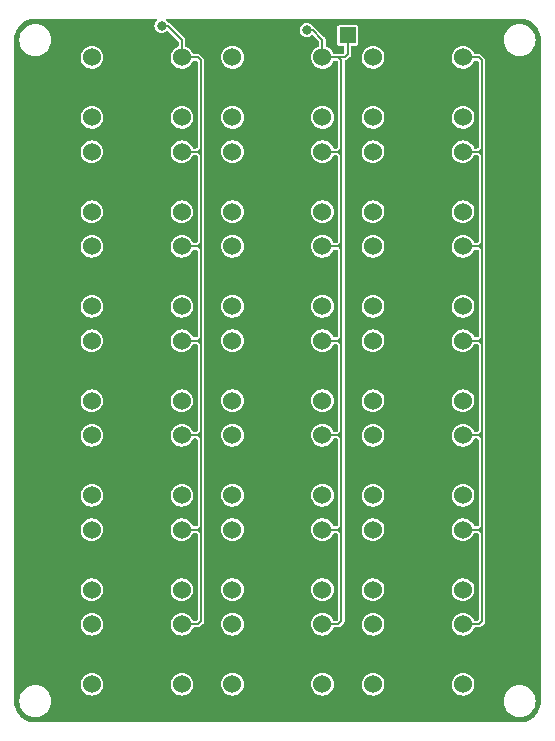
<source format=gbr>
%TF.GenerationSoftware,KiCad,Pcbnew,(6.0.4)*%
%TF.CreationDate,2022-10-14T21:25:15-05:00*%
%TF.ProjectId,KeyPad,4b657950-6164-42e6-9b69-6361645f7063,rev?*%
%TF.SameCoordinates,Original*%
%TF.FileFunction,Copper,L1,Top*%
%TF.FilePolarity,Positive*%
%FSLAX46Y46*%
G04 Gerber Fmt 4.6, Leading zero omitted, Abs format (unit mm)*
G04 Created by KiCad (PCBNEW (6.0.4)) date 2022-10-14 21:25:15*
%MOMM*%
%LPD*%
G01*
G04 APERTURE LIST*
%TA.AperFunction,ComponentPad*%
%ADD10R,1.350000X1.350000*%
%TD*%
%TA.AperFunction,ComponentPad*%
%ADD11C,1.524000*%
%TD*%
%TA.AperFunction,ViaPad*%
%ADD12C,0.800000*%
%TD*%
%TA.AperFunction,Conductor*%
%ADD13C,0.150000*%
%TD*%
G04 APERTURE END LIST*
D10*
%TO.P,REF\u002A\u002A,1*%
%TO.N,/Col14*%
X160640000Y-67600000D03*
%TD*%
D11*
%TO.P,SW10,1,A*%
%TO.N,Net-(D10-Pad2)*%
X150890000Y-90540000D03*
X158510000Y-90540000D03*
%TO.P,SW10,2,B*%
%TO.N,/Col14*%
X158510000Y-85460000D03*
X150890000Y-85460000D03*
%TD*%
%TO.P,SW2,1,A*%
%TO.N,Net-(D2-Pad2)*%
X146610000Y-82540000D03*
X138990000Y-82540000D03*
%TO.P,SW2,2,B*%
%TO.N,/Col13*%
X146610000Y-77460000D03*
X138990000Y-77460000D03*
%TD*%
%TO.P,SW8,1,A*%
%TO.N,Net-(D8-Pad2)*%
X158510000Y-74540000D03*
X150890000Y-74540000D03*
%TO.P,SW8,2,B*%
%TO.N,/Col14*%
X158510000Y-69460000D03*
X150890000Y-69460000D03*
%TD*%
%TO.P,SW4,1,A*%
%TO.N,Net-(D4-Pad2)*%
X138990000Y-98540000D03*
X146610000Y-98540000D03*
%TO.P,SW4,2,B*%
%TO.N,/Col13*%
X138990000Y-93460000D03*
X146610000Y-93460000D03*
%TD*%
%TO.P,SW5,1,A*%
%TO.N,Net-(D5-Pad2)*%
X146610000Y-106540000D03*
X138990000Y-106540000D03*
%TO.P,SW5,2,B*%
%TO.N,/Col13*%
X138990000Y-101460000D03*
X146610000Y-101460000D03*
%TD*%
%TO.P,SW1,1,A*%
%TO.N,Net-(D1-Pad2)*%
X146610000Y-74540000D03*
X138990000Y-74540000D03*
%TO.P,SW1,2,B*%
%TO.N,/Col13*%
X146610000Y-69460000D03*
X138990000Y-69460000D03*
%TD*%
%TO.P,SW13,1,A*%
%TO.N,Net-(D13-Pad2)*%
X150890000Y-114540000D03*
X158510000Y-114540000D03*
%TO.P,SW13,2,B*%
%TO.N,/Col14*%
X150890000Y-109460000D03*
X158510000Y-109460000D03*
%TD*%
%TO.P,SW20,1,A*%
%TO.N,Net-(D20-Pad2)*%
X162790000Y-114540000D03*
X170410000Y-114540000D03*
%TO.P,SW20,2,B*%
%TO.N,/Col15*%
X170410000Y-109460000D03*
X162790000Y-109460000D03*
%TD*%
%TO.P,SW18,1,A*%
%TO.N,Net-(D18-Pad2)*%
X162790000Y-98540000D03*
X170410000Y-98540000D03*
%TO.P,SW18,2,B*%
%TO.N,/Col15*%
X170410000Y-93460000D03*
X162790000Y-93460000D03*
%TD*%
%TO.P,SW15,1,A*%
%TO.N,Net-(D15-Pad2)*%
X170410000Y-74540000D03*
X162790000Y-74540000D03*
%TO.P,SW15,2,B*%
%TO.N,/Col15*%
X162790000Y-69460000D03*
X170410000Y-69460000D03*
%TD*%
%TO.P,SW12,1,A*%
%TO.N,Net-(D12-Pad2)*%
X158510000Y-106540000D03*
X150890000Y-106540000D03*
%TO.P,SW12,2,B*%
%TO.N,/Col14*%
X150890000Y-101460000D03*
X158510000Y-101460000D03*
%TD*%
%TO.P,SW11,1,A*%
%TO.N,Net-(D11-Pad2)*%
X158510000Y-98540000D03*
X150890000Y-98540000D03*
%TO.P,SW11,2,B*%
%TO.N,/Col14*%
X158510000Y-93460000D03*
X150890000Y-93460000D03*
%TD*%
%TO.P,SW19,1,A*%
%TO.N,Net-(D19-Pad2)*%
X170410000Y-106540000D03*
X162790000Y-106540000D03*
%TO.P,SW19,2,B*%
%TO.N,/Col15*%
X162790000Y-101460000D03*
X170410000Y-101460000D03*
%TD*%
%TO.P,SW6,1,A*%
%TO.N,Net-(D6-Pad2)*%
X138990000Y-114540000D03*
X146610000Y-114540000D03*
%TO.P,SW6,2,B*%
%TO.N,/Col13*%
X146610000Y-109460000D03*
X138990000Y-109460000D03*
%TD*%
%TO.P,SW3,1,A*%
%TO.N,Net-(D3-Pad2)*%
X146610000Y-90540000D03*
X138990000Y-90540000D03*
%TO.P,SW3,2,B*%
%TO.N,/Col13*%
X138990000Y-85460000D03*
X146610000Y-85460000D03*
%TD*%
%TO.P,SW9,1,A*%
%TO.N,Net-(D9-Pad2)*%
X150890000Y-82540000D03*
X158510000Y-82540000D03*
%TO.P,SW9,2,B*%
%TO.N,/Col14*%
X150890000Y-77460000D03*
X158510000Y-77460000D03*
%TD*%
%TO.P,SW16,1,A*%
%TO.N,Net-(D16-Pad2)*%
X162790000Y-82540000D03*
X170410000Y-82540000D03*
%TO.P,SW16,2,B*%
%TO.N,/Col15*%
X170410000Y-77460000D03*
X162790000Y-77460000D03*
%TD*%
%TO.P,SW14,1,A*%
%TO.N,Net-(D14-Pad2)*%
X150890000Y-122540000D03*
X158510000Y-122540000D03*
%TO.P,SW14,2,B*%
%TO.N,/Col14*%
X158510000Y-117460000D03*
X150890000Y-117460000D03*
%TD*%
%TO.P,SW21,1,A*%
%TO.N,Net-(D21-Pad2)*%
X170410000Y-122540000D03*
X162790000Y-122540000D03*
%TO.P,SW21,2,B*%
%TO.N,/Col15*%
X162790000Y-117460000D03*
X170410000Y-117460000D03*
%TD*%
%TO.P,SW7,1,A*%
%TO.N,Net-(D7-Pad2)*%
X146610000Y-122540000D03*
X138990000Y-122540000D03*
%TO.P,SW7,2,B*%
%TO.N,/Col13*%
X138990000Y-117460000D03*
X146610000Y-117460000D03*
%TD*%
%TO.P,SW17,1,A*%
%TO.N,Net-(D17-Pad2)*%
X170410000Y-90540000D03*
X162790000Y-90540000D03*
%TO.P,SW17,2,B*%
%TO.N,/Col15*%
X162790000Y-85460000D03*
X170410000Y-85460000D03*
%TD*%
D12*
%TO.N,/Col13*%
X144885000Y-66810000D03*
%TO.N,/Col14*%
X157170000Y-67160000D03*
%TO.N,GND*%
X133270000Y-107470000D03*
X133270000Y-99570000D03*
%TD*%
D13*
%TO.N,/Col14*%
X160640000Y-69220000D02*
X160640000Y-67600000D01*
X160400000Y-69460000D02*
X160640000Y-69220000D01*
X159836000Y-69460000D02*
X160400000Y-69460000D01*
%TO.N,/Col13*%
X146610000Y-67990000D02*
X146610000Y-69460000D01*
X145430000Y-66810000D02*
X146610000Y-67990000D01*
X144885000Y-66810000D02*
X145430000Y-66810000D01*
%TO.N,/Col14*%
X157680000Y-67160000D02*
X157170000Y-67160000D01*
X158510000Y-69460000D02*
X158510000Y-67990000D01*
X158510000Y-67990000D02*
X157680000Y-67160000D01*
%TO.N,/Col13*%
X148204000Y-93216000D02*
X148204000Y-85676000D01*
X148204000Y-109475000D02*
X148204000Y-109216000D01*
X148204000Y-85676000D02*
X148204000Y-85425200D01*
X148204000Y-77216000D02*
X148204000Y-77094000D01*
X147889800Y-85460000D02*
X147960000Y-85460000D01*
X147960000Y-93462000D02*
X148204000Y-93706000D01*
X148204000Y-109216000D02*
X148204000Y-101706000D01*
X148204000Y-109706000D02*
X148204000Y-109475000D01*
X148204000Y-93706000D02*
X148204000Y-93475000D01*
X147960000Y-117460000D02*
X146610000Y-117460000D01*
X147960000Y-109460000D02*
X148204000Y-109216000D01*
X147960000Y-93460000D02*
X148204000Y-93216000D01*
X147988000Y-85460000D02*
X148204000Y-85676000D01*
X148204000Y-117216000D02*
X147960000Y-117460000D01*
X148204000Y-85216000D02*
X148204000Y-85095000D01*
X147863400Y-109460000D02*
X148189000Y-109460000D01*
X146610000Y-85460000D02*
X147889800Y-85460000D01*
X146610000Y-101460000D02*
X147863400Y-101460000D01*
X148204000Y-109706000D02*
X148204000Y-117216000D01*
X148204000Y-77856000D02*
X148204000Y-77754400D01*
X148204000Y-85095000D02*
X148204000Y-77856000D01*
X148204000Y-69728000D02*
X147936000Y-69460000D01*
X147960000Y-77462000D02*
X148204000Y-77706000D01*
X146610000Y-77460000D02*
X147863400Y-77460000D01*
X148204000Y-77706000D02*
X148204000Y-77475000D01*
X148204000Y-85425200D02*
X148204000Y-85216000D01*
X147863400Y-93460000D02*
X148189000Y-93460000D01*
X147863400Y-101460000D02*
X148189000Y-101460000D01*
X148204000Y-77094000D02*
X148204000Y-69728000D01*
X147936000Y-69460000D02*
X146610000Y-69460000D01*
X147889800Y-85460000D02*
X148169200Y-85460000D01*
X147960000Y-101460000D02*
X148204000Y-101216000D01*
X148204000Y-101475000D02*
X148204000Y-101216000D01*
X148204000Y-77475000D02*
X148204000Y-77216000D01*
X147960000Y-109462000D02*
X148204000Y-109706000D01*
X146610000Y-93460000D02*
X147863400Y-93460000D01*
X146610000Y-109460000D02*
X147863400Y-109460000D01*
X147960000Y-101462000D02*
X148204000Y-101706000D01*
X148169200Y-85460000D02*
X148204000Y-85425200D01*
X147960000Y-77460000D02*
X148204000Y-77216000D01*
X148204000Y-93475000D02*
X148204000Y-93216000D01*
X147863400Y-77460000D02*
X148189000Y-77460000D01*
X148204000Y-101216000D02*
X148204000Y-93706000D01*
X148204000Y-101706000D02*
X148204000Y-101475000D01*
X147960000Y-85460000D02*
X148204000Y-85216000D01*
%TO.N,/Col15*%
X171663400Y-109460000D02*
X171989000Y-109460000D01*
X171736000Y-69460000D02*
X170410000Y-69460000D01*
X171760000Y-109462000D02*
X172004000Y-109706000D01*
X171760000Y-101462000D02*
X172004000Y-101706000D01*
X171760000Y-77460000D02*
X172004000Y-77216000D01*
X171969200Y-85460000D02*
X172004000Y-85425200D01*
X172004000Y-109475000D02*
X172004000Y-109216000D01*
X171663400Y-93460000D02*
X171989000Y-93460000D01*
X172004000Y-109706000D02*
X172004000Y-109475000D01*
X172004000Y-117216000D02*
X171760000Y-117460000D01*
X172004000Y-93706000D02*
X172004000Y-93475000D01*
X172004000Y-85425200D02*
X172004000Y-85216000D01*
X170410000Y-101460000D02*
X171663400Y-101460000D01*
X171760000Y-93460000D02*
X172004000Y-93216000D01*
X171663400Y-77460000D02*
X171989000Y-77460000D01*
X172004000Y-85095000D02*
X172004000Y-77856000D01*
X171760000Y-109460000D02*
X172004000Y-109216000D01*
X171760000Y-77462000D02*
X172004000Y-77706000D01*
X172004000Y-101706000D02*
X172004000Y-101475000D01*
X172004000Y-101216000D02*
X172004000Y-93706000D01*
X171760000Y-85460000D02*
X172004000Y-85216000D01*
X171760000Y-117460000D02*
X170410000Y-117460000D01*
X170410000Y-93460000D02*
X171663400Y-93460000D01*
X171760000Y-101460000D02*
X172004000Y-101216000D01*
X170410000Y-109460000D02*
X171663400Y-109460000D01*
X172004000Y-77475000D02*
X172004000Y-77216000D01*
X171689800Y-85460000D02*
X171760000Y-85460000D01*
X170410000Y-85460000D02*
X171689800Y-85460000D01*
X171689800Y-85460000D02*
X171969200Y-85460000D01*
X172004000Y-109706000D02*
X172004000Y-117216000D01*
X170410000Y-77460000D02*
X171663400Y-77460000D01*
X172004000Y-69728000D02*
X171736000Y-69460000D01*
X172004000Y-85216000D02*
X172004000Y-85095000D01*
X172004000Y-85676000D02*
X172004000Y-85425200D01*
X172004000Y-101475000D02*
X172004000Y-101216000D01*
X172004000Y-77216000D02*
X172004000Y-77094000D01*
X172004000Y-93475000D02*
X172004000Y-93216000D01*
X172004000Y-109216000D02*
X172004000Y-101706000D01*
X172004000Y-77706000D02*
X172004000Y-77475000D01*
X171760000Y-93462000D02*
X172004000Y-93706000D01*
X172004000Y-77856000D02*
X172004000Y-77754400D01*
X172004000Y-77094000D02*
X172004000Y-69728000D01*
X171788000Y-85460000D02*
X172004000Y-85676000D01*
X172004000Y-93216000D02*
X172004000Y-85676000D01*
X171663400Y-101460000D02*
X171989000Y-101460000D01*
%TO.N,/Col14*%
X159860000Y-85460000D02*
X160104000Y-85216000D01*
X160104000Y-117216000D02*
X159860000Y-117460000D01*
X160104000Y-85425200D02*
X160104000Y-85216000D01*
X160104000Y-77475000D02*
X160104000Y-77216000D01*
X159789800Y-85460000D02*
X159860000Y-85460000D01*
X160104000Y-101706000D02*
X160104000Y-101475000D01*
X159763400Y-77460000D02*
X160089000Y-77460000D01*
X160069200Y-85460000D02*
X160104000Y-85425200D01*
X160104000Y-93216000D02*
X160104000Y-85676000D01*
X158510000Y-93460000D02*
X159763400Y-93460000D01*
X160104000Y-85095000D02*
X160104000Y-77856000D01*
X160104000Y-93475000D02*
X160104000Y-93216000D01*
X160104000Y-109216000D02*
X160104000Y-101706000D01*
X160104000Y-93706000D02*
X160104000Y-93475000D01*
X159763400Y-109460000D02*
X160089000Y-109460000D01*
X160104000Y-101475000D02*
X160104000Y-101216000D01*
X158510000Y-109460000D02*
X159763400Y-109460000D01*
X160104000Y-85216000D02*
X160104000Y-85095000D01*
X160104000Y-77706000D02*
X160104000Y-77475000D01*
X159763400Y-101460000D02*
X160089000Y-101460000D01*
X159860000Y-101462000D02*
X160104000Y-101706000D01*
X160104000Y-77856000D02*
X160104000Y-77754400D01*
X160104000Y-69728000D02*
X159836000Y-69460000D01*
X159860000Y-109462000D02*
X160104000Y-109706000D01*
X160104000Y-101216000D02*
X160104000Y-93706000D01*
X160104000Y-85676000D02*
X160104000Y-85425200D01*
X158510000Y-85460000D02*
X159789800Y-85460000D01*
X160104000Y-77094000D02*
X160104000Y-69728000D01*
X159860000Y-109460000D02*
X160104000Y-109216000D01*
X158510000Y-101460000D02*
X159763400Y-101460000D01*
X159763400Y-93460000D02*
X160089000Y-93460000D01*
X159789800Y-85460000D02*
X160069200Y-85460000D01*
X159860000Y-77462000D02*
X160104000Y-77706000D01*
X159860000Y-117460000D02*
X158510000Y-117460000D01*
X160104000Y-109475000D02*
X160104000Y-109216000D01*
X159860000Y-93460000D02*
X160104000Y-93216000D01*
X159888000Y-85460000D02*
X160104000Y-85676000D01*
X160104000Y-77216000D02*
X160104000Y-77094000D01*
X160104000Y-109706000D02*
X160104000Y-117216000D01*
X158510000Y-77460000D02*
X159763400Y-77460000D01*
X159860000Y-101460000D02*
X160104000Y-101216000D01*
X159860000Y-93462000D02*
X160104000Y-93706000D01*
X160104000Y-109706000D02*
X160104000Y-109475000D01*
X159836000Y-69460000D02*
X158510000Y-69460000D01*
X159860000Y-77460000D02*
X160104000Y-77216000D01*
%TD*%
%TA.AperFunction,Conductor*%
%TO.N,GND*%
G36*
X144485497Y-66199407D02*
G01*
X144521461Y-66248907D01*
X144521461Y-66310093D01*
X144487575Y-66358041D01*
X144456718Y-66381718D01*
X144360464Y-66507159D01*
X144299956Y-66653238D01*
X144279318Y-66810000D01*
X144299956Y-66966762D01*
X144360464Y-67112841D01*
X144456718Y-67238282D01*
X144582159Y-67334536D01*
X144728238Y-67395044D01*
X144885000Y-67415682D01*
X145041762Y-67395044D01*
X145187841Y-67334536D01*
X145313282Y-67238282D01*
X145317231Y-67233136D01*
X145320374Y-67229993D01*
X145374891Y-67202217D01*
X145435323Y-67211791D01*
X145460379Y-67229995D01*
X146305504Y-68075120D01*
X146333281Y-68129637D01*
X146334500Y-68145124D01*
X146334500Y-68463659D01*
X146315593Y-68521850D01*
X146263452Y-68558631D01*
X146252344Y-68561900D01*
X146252341Y-68561901D01*
X146247697Y-68563268D01*
X146226212Y-68574500D01*
X146084717Y-68648471D01*
X146084713Y-68648474D01*
X146080420Y-68650718D01*
X146076644Y-68653754D01*
X146076641Y-68653756D01*
X146067165Y-68661375D01*
X145933316Y-68768993D01*
X145930207Y-68772698D01*
X145930204Y-68772701D01*
X145815103Y-68909873D01*
X145811986Y-68913588D01*
X145721052Y-69078996D01*
X145663978Y-69258917D01*
X145655376Y-69335605D01*
X145645456Y-69424043D01*
X145642937Y-69446496D01*
X145643342Y-69451316D01*
X145658240Y-69628728D01*
X145658732Y-69634590D01*
X145660065Y-69639238D01*
X145660065Y-69639239D01*
X145707095Y-69803251D01*
X145710760Y-69816034D01*
X145712975Y-69820344D01*
X145794827Y-69979612D01*
X145794830Y-69979616D01*
X145797040Y-69983917D01*
X145914285Y-70131844D01*
X145917972Y-70134982D01*
X145917974Y-70134984D01*
X146054342Y-70251042D01*
X146054347Y-70251045D01*
X146058030Y-70254180D01*
X146062253Y-70256540D01*
X146062257Y-70256543D01*
X146102046Y-70278780D01*
X146222800Y-70346267D01*
X146263592Y-70359521D01*
X146397718Y-70403101D01*
X146397721Y-70403102D01*
X146402317Y-70404595D01*
X146407113Y-70405167D01*
X146407118Y-70405168D01*
X146496031Y-70415770D01*
X146589745Y-70426945D01*
X146594567Y-70426574D01*
X146594570Y-70426574D01*
X146656278Y-70421826D01*
X146777945Y-70412464D01*
X146959748Y-70361703D01*
X147128229Y-70276598D01*
X147276970Y-70160388D01*
X147280132Y-70156725D01*
X147280137Y-70156720D01*
X147397143Y-70021166D01*
X147400307Y-70017501D01*
X147419386Y-69983917D01*
X147491153Y-69857584D01*
X147491154Y-69857581D01*
X147493542Y-69853378D01*
X147497289Y-69842116D01*
X147510217Y-69803251D01*
X147546526Y-69754003D01*
X147604156Y-69735500D01*
X147780876Y-69735500D01*
X147839067Y-69754407D01*
X147850880Y-69764496D01*
X147899504Y-69813120D01*
X147927281Y-69867637D01*
X147928500Y-69883124D01*
X147928500Y-77060876D01*
X147909593Y-77119067D01*
X147899504Y-77130880D01*
X147874880Y-77155504D01*
X147820363Y-77183281D01*
X147804876Y-77184500D01*
X147605800Y-77184500D01*
X147547609Y-77165593D01*
X147511025Y-77114113D01*
X147505580Y-77096079D01*
X147505579Y-77096076D01*
X147504181Y-77091445D01*
X147415566Y-76924783D01*
X147296266Y-76778508D01*
X147150827Y-76658191D01*
X146984788Y-76568414D01*
X146804474Y-76512597D01*
X146792524Y-76511341D01*
X146621568Y-76493373D01*
X146621566Y-76493373D01*
X146616752Y-76492867D01*
X146561883Y-76497860D01*
X146433592Y-76509535D01*
X146433588Y-76509536D01*
X146428773Y-76509974D01*
X146358851Y-76530553D01*
X146252344Y-76561900D01*
X146252341Y-76561901D01*
X146247697Y-76563268D01*
X146209769Y-76583096D01*
X146084717Y-76648471D01*
X146084713Y-76648474D01*
X146080420Y-76650718D01*
X146076644Y-76653754D01*
X146076641Y-76653756D01*
X146073987Y-76655890D01*
X145933316Y-76768993D01*
X145930207Y-76772698D01*
X145930204Y-76772701D01*
X145815103Y-76909873D01*
X145811986Y-76913588D01*
X145721052Y-77078996D01*
X145663978Y-77258917D01*
X145642937Y-77446496D01*
X145658732Y-77634590D01*
X145660065Y-77639238D01*
X145660065Y-77639239D01*
X145707095Y-77803251D01*
X145710760Y-77816034D01*
X145712975Y-77820344D01*
X145794827Y-77979612D01*
X145794830Y-77979616D01*
X145797040Y-77983917D01*
X145914285Y-78131844D01*
X145917972Y-78134982D01*
X145917974Y-78134984D01*
X146054342Y-78251042D01*
X146054347Y-78251045D01*
X146058030Y-78254180D01*
X146062253Y-78256540D01*
X146062257Y-78256543D01*
X146102046Y-78278780D01*
X146222800Y-78346267D01*
X146263592Y-78359521D01*
X146397718Y-78403101D01*
X146397721Y-78403102D01*
X146402317Y-78404595D01*
X146407113Y-78405167D01*
X146407118Y-78405168D01*
X146496031Y-78415770D01*
X146589745Y-78426945D01*
X146594567Y-78426574D01*
X146594570Y-78426574D01*
X146656278Y-78421826D01*
X146777945Y-78412464D01*
X146959748Y-78361703D01*
X147128229Y-78276598D01*
X147276970Y-78160388D01*
X147280132Y-78156725D01*
X147280137Y-78156720D01*
X147397143Y-78021166D01*
X147400307Y-78017501D01*
X147419386Y-77983917D01*
X147491153Y-77857584D01*
X147491154Y-77857581D01*
X147493542Y-77853378D01*
X147510217Y-77803251D01*
X147546526Y-77754003D01*
X147604156Y-77735500D01*
X147802876Y-77735500D01*
X147861067Y-77754407D01*
X147872880Y-77764496D01*
X147899504Y-77791120D01*
X147927281Y-77845637D01*
X147928500Y-77861124D01*
X147928500Y-85060876D01*
X147909593Y-85119067D01*
X147899504Y-85130880D01*
X147874880Y-85155504D01*
X147820363Y-85183281D01*
X147804876Y-85184500D01*
X147605800Y-85184500D01*
X147547609Y-85165593D01*
X147511025Y-85114113D01*
X147505580Y-85096079D01*
X147505579Y-85096076D01*
X147504181Y-85091445D01*
X147415566Y-84924783D01*
X147296266Y-84778508D01*
X147150827Y-84658191D01*
X146984788Y-84568414D01*
X146804474Y-84512597D01*
X146792524Y-84511341D01*
X146621568Y-84493373D01*
X146621566Y-84493373D01*
X146616752Y-84492867D01*
X146561883Y-84497860D01*
X146433592Y-84509535D01*
X146433588Y-84509536D01*
X146428773Y-84509974D01*
X146358851Y-84530553D01*
X146252344Y-84561900D01*
X146252341Y-84561901D01*
X146247697Y-84563268D01*
X146209769Y-84583096D01*
X146084717Y-84648471D01*
X146084713Y-84648474D01*
X146080420Y-84650718D01*
X146076644Y-84653754D01*
X146076641Y-84653756D01*
X146073987Y-84655890D01*
X145933316Y-84768993D01*
X145930207Y-84772698D01*
X145930204Y-84772701D01*
X145815103Y-84909873D01*
X145811986Y-84913588D01*
X145721052Y-85078996D01*
X145663978Y-85258917D01*
X145642937Y-85446496D01*
X145658732Y-85634590D01*
X145660065Y-85639238D01*
X145660065Y-85639239D01*
X145707283Y-85803907D01*
X145710760Y-85816034D01*
X145712975Y-85820344D01*
X145794827Y-85979612D01*
X145794830Y-85979616D01*
X145797040Y-85983917D01*
X145914285Y-86131844D01*
X145917972Y-86134982D01*
X145917974Y-86134984D01*
X146054342Y-86251042D01*
X146054347Y-86251045D01*
X146058030Y-86254180D01*
X146062253Y-86256540D01*
X146062257Y-86256543D01*
X146102046Y-86278780D01*
X146222800Y-86346267D01*
X146263592Y-86359521D01*
X146397718Y-86403101D01*
X146397721Y-86403102D01*
X146402317Y-86404595D01*
X146407113Y-86405167D01*
X146407118Y-86405168D01*
X146496031Y-86415770D01*
X146589745Y-86426945D01*
X146594567Y-86426574D01*
X146594570Y-86426574D01*
X146656278Y-86421826D01*
X146777945Y-86412464D01*
X146959748Y-86361703D01*
X147128229Y-86276598D01*
X147276970Y-86160388D01*
X147280132Y-86156725D01*
X147280137Y-86156720D01*
X147397143Y-86021166D01*
X147400307Y-86017501D01*
X147419386Y-85983917D01*
X147491153Y-85857584D01*
X147491154Y-85857581D01*
X147493542Y-85853378D01*
X147510217Y-85803251D01*
X147546526Y-85754003D01*
X147604156Y-85735500D01*
X147829500Y-85735500D01*
X147887691Y-85754407D01*
X147923655Y-85803907D01*
X147928500Y-85834500D01*
X147928500Y-93060876D01*
X147909593Y-93119067D01*
X147899504Y-93130880D01*
X147874880Y-93155504D01*
X147820363Y-93183281D01*
X147804876Y-93184500D01*
X147605800Y-93184500D01*
X147547609Y-93165593D01*
X147511025Y-93114113D01*
X147505580Y-93096079D01*
X147505579Y-93096076D01*
X147504181Y-93091445D01*
X147415566Y-92924783D01*
X147296266Y-92778508D01*
X147150827Y-92658191D01*
X146984788Y-92568414D01*
X146804474Y-92512597D01*
X146792524Y-92511341D01*
X146621568Y-92493373D01*
X146621566Y-92493373D01*
X146616752Y-92492867D01*
X146561883Y-92497860D01*
X146433592Y-92509535D01*
X146433588Y-92509536D01*
X146428773Y-92509974D01*
X146358851Y-92530553D01*
X146252344Y-92561900D01*
X146252341Y-92561901D01*
X146247697Y-92563268D01*
X146209769Y-92583096D01*
X146084717Y-92648471D01*
X146084713Y-92648474D01*
X146080420Y-92650718D01*
X146076644Y-92653754D01*
X146076641Y-92653756D01*
X146073987Y-92655890D01*
X145933316Y-92768993D01*
X145930207Y-92772698D01*
X145930204Y-92772701D01*
X145815103Y-92909873D01*
X145811986Y-92913588D01*
X145721052Y-93078996D01*
X145663978Y-93258917D01*
X145642937Y-93446496D01*
X145658732Y-93634590D01*
X145660065Y-93639238D01*
X145660065Y-93639239D01*
X145707095Y-93803251D01*
X145710760Y-93816034D01*
X145712975Y-93820344D01*
X145794827Y-93979612D01*
X145794830Y-93979616D01*
X145797040Y-93983917D01*
X145914285Y-94131844D01*
X145917972Y-94134982D01*
X145917974Y-94134984D01*
X146054342Y-94251042D01*
X146054347Y-94251045D01*
X146058030Y-94254180D01*
X146062253Y-94256540D01*
X146062257Y-94256543D01*
X146102046Y-94278780D01*
X146222800Y-94346267D01*
X146263592Y-94359521D01*
X146397718Y-94403101D01*
X146397721Y-94403102D01*
X146402317Y-94404595D01*
X146407113Y-94405167D01*
X146407118Y-94405168D01*
X146496031Y-94415770D01*
X146589745Y-94426945D01*
X146594567Y-94426574D01*
X146594570Y-94426574D01*
X146656278Y-94421826D01*
X146777945Y-94412464D01*
X146959748Y-94361703D01*
X147128229Y-94276598D01*
X147276970Y-94160388D01*
X147280132Y-94156725D01*
X147280137Y-94156720D01*
X147397143Y-94021166D01*
X147400307Y-94017501D01*
X147419386Y-93983917D01*
X147491153Y-93857584D01*
X147491154Y-93857581D01*
X147493542Y-93853378D01*
X147510217Y-93803251D01*
X147546526Y-93754003D01*
X147604156Y-93735500D01*
X147802876Y-93735500D01*
X147861067Y-93754407D01*
X147872880Y-93764496D01*
X147899504Y-93791120D01*
X147927281Y-93845637D01*
X147928500Y-93861124D01*
X147928500Y-101060876D01*
X147909593Y-101119067D01*
X147899504Y-101130880D01*
X147874880Y-101155504D01*
X147820363Y-101183281D01*
X147804876Y-101184500D01*
X147605800Y-101184500D01*
X147547609Y-101165593D01*
X147511025Y-101114113D01*
X147505580Y-101096079D01*
X147505579Y-101096076D01*
X147504181Y-101091445D01*
X147415566Y-100924783D01*
X147296266Y-100778508D01*
X147150827Y-100658191D01*
X146984788Y-100568414D01*
X146804474Y-100512597D01*
X146792524Y-100511341D01*
X146621568Y-100493373D01*
X146621566Y-100493373D01*
X146616752Y-100492867D01*
X146561883Y-100497860D01*
X146433592Y-100509535D01*
X146433588Y-100509536D01*
X146428773Y-100509974D01*
X146358851Y-100530553D01*
X146252344Y-100561900D01*
X146252341Y-100561901D01*
X146247697Y-100563268D01*
X146209769Y-100583096D01*
X146084717Y-100648471D01*
X146084713Y-100648474D01*
X146080420Y-100650718D01*
X146076644Y-100653754D01*
X146076641Y-100653756D01*
X146073987Y-100655890D01*
X145933316Y-100768993D01*
X145930207Y-100772698D01*
X145930204Y-100772701D01*
X145815103Y-100909873D01*
X145811986Y-100913588D01*
X145721052Y-101078996D01*
X145663978Y-101258917D01*
X145642937Y-101446496D01*
X145658732Y-101634590D01*
X145660065Y-101639238D01*
X145660065Y-101639239D01*
X145707095Y-101803251D01*
X145710760Y-101816034D01*
X145712975Y-101820344D01*
X145794827Y-101979612D01*
X145794830Y-101979616D01*
X145797040Y-101983917D01*
X145914285Y-102131844D01*
X145917972Y-102134982D01*
X145917974Y-102134984D01*
X146054342Y-102251042D01*
X146054347Y-102251045D01*
X146058030Y-102254180D01*
X146062253Y-102256540D01*
X146062257Y-102256543D01*
X146102046Y-102278780D01*
X146222800Y-102346267D01*
X146263592Y-102359521D01*
X146397718Y-102403101D01*
X146397721Y-102403102D01*
X146402317Y-102404595D01*
X146407113Y-102405167D01*
X146407118Y-102405168D01*
X146496031Y-102415770D01*
X146589745Y-102426945D01*
X146594567Y-102426574D01*
X146594570Y-102426574D01*
X146656278Y-102421826D01*
X146777945Y-102412464D01*
X146959748Y-102361703D01*
X147128229Y-102276598D01*
X147276970Y-102160388D01*
X147280132Y-102156725D01*
X147280137Y-102156720D01*
X147397143Y-102021166D01*
X147400307Y-102017501D01*
X147419386Y-101983917D01*
X147491153Y-101857584D01*
X147491154Y-101857581D01*
X147493542Y-101853378D01*
X147510217Y-101803251D01*
X147546526Y-101754003D01*
X147604156Y-101735500D01*
X147802876Y-101735500D01*
X147861067Y-101754407D01*
X147872880Y-101764496D01*
X147899504Y-101791120D01*
X147927281Y-101845637D01*
X147928500Y-101861124D01*
X147928500Y-109060876D01*
X147909593Y-109119067D01*
X147899504Y-109130880D01*
X147874880Y-109155504D01*
X147820363Y-109183281D01*
X147804876Y-109184500D01*
X147605800Y-109184500D01*
X147547609Y-109165593D01*
X147511025Y-109114113D01*
X147505580Y-109096079D01*
X147505579Y-109096076D01*
X147504181Y-109091445D01*
X147415566Y-108924783D01*
X147296266Y-108778508D01*
X147150827Y-108658191D01*
X146984788Y-108568414D01*
X146804474Y-108512597D01*
X146792524Y-108511341D01*
X146621568Y-108493373D01*
X146621566Y-108493373D01*
X146616752Y-108492867D01*
X146561883Y-108497860D01*
X146433592Y-108509535D01*
X146433588Y-108509536D01*
X146428773Y-108509974D01*
X146358851Y-108530553D01*
X146252344Y-108561900D01*
X146252341Y-108561901D01*
X146247697Y-108563268D01*
X146209769Y-108583096D01*
X146084717Y-108648471D01*
X146084713Y-108648474D01*
X146080420Y-108650718D01*
X146076644Y-108653754D01*
X146076641Y-108653756D01*
X146073987Y-108655890D01*
X145933316Y-108768993D01*
X145930207Y-108772698D01*
X145930204Y-108772701D01*
X145815103Y-108909873D01*
X145811986Y-108913588D01*
X145721052Y-109078996D01*
X145663978Y-109258917D01*
X145642937Y-109446496D01*
X145658732Y-109634590D01*
X145660065Y-109639238D01*
X145660065Y-109639239D01*
X145707095Y-109803251D01*
X145710760Y-109816034D01*
X145712975Y-109820344D01*
X145794827Y-109979612D01*
X145794830Y-109979616D01*
X145797040Y-109983917D01*
X145914285Y-110131844D01*
X145917972Y-110134982D01*
X145917974Y-110134984D01*
X146054342Y-110251042D01*
X146054347Y-110251045D01*
X146058030Y-110254180D01*
X146062253Y-110256540D01*
X146062257Y-110256543D01*
X146102046Y-110278780D01*
X146222800Y-110346267D01*
X146263592Y-110359521D01*
X146397718Y-110403101D01*
X146397721Y-110403102D01*
X146402317Y-110404595D01*
X146407113Y-110405167D01*
X146407118Y-110405168D01*
X146496031Y-110415770D01*
X146589745Y-110426945D01*
X146594567Y-110426574D01*
X146594570Y-110426574D01*
X146656278Y-110421826D01*
X146777945Y-110412464D01*
X146959748Y-110361703D01*
X147128229Y-110276598D01*
X147276970Y-110160388D01*
X147280132Y-110156725D01*
X147280137Y-110156720D01*
X147397143Y-110021166D01*
X147400307Y-110017501D01*
X147419386Y-109983917D01*
X147491153Y-109857584D01*
X147491154Y-109857581D01*
X147493542Y-109853378D01*
X147510217Y-109803251D01*
X147546526Y-109754003D01*
X147604156Y-109735500D01*
X147802876Y-109735500D01*
X147861067Y-109754407D01*
X147872880Y-109764496D01*
X147899504Y-109791120D01*
X147927281Y-109845637D01*
X147928500Y-109861124D01*
X147928500Y-117060876D01*
X147909593Y-117119067D01*
X147899504Y-117130880D01*
X147874880Y-117155504D01*
X147820363Y-117183281D01*
X147804876Y-117184500D01*
X147605800Y-117184500D01*
X147547609Y-117165593D01*
X147511025Y-117114113D01*
X147505580Y-117096079D01*
X147505579Y-117096076D01*
X147504181Y-117091445D01*
X147415566Y-116924783D01*
X147296266Y-116778508D01*
X147150827Y-116658191D01*
X146984788Y-116568414D01*
X146804474Y-116512597D01*
X146792524Y-116511341D01*
X146621568Y-116493373D01*
X146621566Y-116493373D01*
X146616752Y-116492867D01*
X146561883Y-116497860D01*
X146433592Y-116509535D01*
X146433588Y-116509536D01*
X146428773Y-116509974D01*
X146358851Y-116530553D01*
X146252344Y-116561900D01*
X146252341Y-116561901D01*
X146247697Y-116563268D01*
X146209769Y-116583096D01*
X146084717Y-116648471D01*
X146084713Y-116648474D01*
X146080420Y-116650718D01*
X146076644Y-116653754D01*
X146076641Y-116653756D01*
X146073987Y-116655890D01*
X145933316Y-116768993D01*
X145930207Y-116772698D01*
X145930204Y-116772701D01*
X145815103Y-116909873D01*
X145811986Y-116913588D01*
X145721052Y-117078996D01*
X145663978Y-117258917D01*
X145642937Y-117446496D01*
X145658732Y-117634590D01*
X145660065Y-117639238D01*
X145660065Y-117639239D01*
X145707095Y-117803251D01*
X145710760Y-117816034D01*
X145712975Y-117820344D01*
X145794827Y-117979612D01*
X145794830Y-117979616D01*
X145797040Y-117983917D01*
X145914285Y-118131844D01*
X145917972Y-118134982D01*
X145917974Y-118134984D01*
X146054342Y-118251042D01*
X146054347Y-118251045D01*
X146058030Y-118254180D01*
X146062253Y-118256540D01*
X146062257Y-118256543D01*
X146102046Y-118278780D01*
X146222800Y-118346267D01*
X146263592Y-118359521D01*
X146397718Y-118403101D01*
X146397721Y-118403102D01*
X146402317Y-118404595D01*
X146407113Y-118405167D01*
X146407118Y-118405168D01*
X146496031Y-118415770D01*
X146589745Y-118426945D01*
X146594567Y-118426574D01*
X146594570Y-118426574D01*
X146656278Y-118421826D01*
X146777945Y-118412464D01*
X146959748Y-118361703D01*
X147128229Y-118276598D01*
X147276970Y-118160388D01*
X147280132Y-118156725D01*
X147280137Y-118156720D01*
X147397143Y-118021166D01*
X147400307Y-118017501D01*
X147419386Y-117983917D01*
X147491153Y-117857584D01*
X147491154Y-117857581D01*
X147493542Y-117853378D01*
X147510217Y-117803251D01*
X147546526Y-117754003D01*
X147604156Y-117735500D01*
X147923116Y-117735500D01*
X147942429Y-117737402D01*
X147960000Y-117740897D01*
X147987132Y-117735500D01*
X147987133Y-117735500D01*
X148022558Y-117728453D01*
X148057930Y-117721418D01*
X148057932Y-117721417D01*
X148067495Y-117719515D01*
X148109465Y-117691471D01*
X148135622Y-117673994D01*
X148135623Y-117673993D01*
X148158624Y-117658624D01*
X148168574Y-117643733D01*
X148180885Y-117628731D01*
X148363120Y-117446496D01*
X149922937Y-117446496D01*
X149938732Y-117634590D01*
X149940065Y-117639238D01*
X149940065Y-117639239D01*
X149987095Y-117803251D01*
X149990760Y-117816034D01*
X149992975Y-117820344D01*
X150074827Y-117979612D01*
X150074830Y-117979616D01*
X150077040Y-117983917D01*
X150194285Y-118131844D01*
X150197972Y-118134982D01*
X150197974Y-118134984D01*
X150334342Y-118251042D01*
X150334347Y-118251045D01*
X150338030Y-118254180D01*
X150342253Y-118256540D01*
X150342257Y-118256543D01*
X150382046Y-118278780D01*
X150502800Y-118346267D01*
X150543592Y-118359521D01*
X150677718Y-118403101D01*
X150677721Y-118403102D01*
X150682317Y-118404595D01*
X150687113Y-118405167D01*
X150687118Y-118405168D01*
X150776031Y-118415770D01*
X150869745Y-118426945D01*
X150874567Y-118426574D01*
X150874570Y-118426574D01*
X150936278Y-118421826D01*
X151057945Y-118412464D01*
X151239748Y-118361703D01*
X151408229Y-118276598D01*
X151556970Y-118160388D01*
X151560132Y-118156725D01*
X151560137Y-118156720D01*
X151677143Y-118021166D01*
X151680307Y-118017501D01*
X151699386Y-117983917D01*
X151771153Y-117857584D01*
X151771154Y-117857581D01*
X151773542Y-117853378D01*
X151787515Y-117811376D01*
X151831596Y-117678863D01*
X151831596Y-117678861D01*
X151833123Y-117674272D01*
X151838006Y-117635623D01*
X151856432Y-117489758D01*
X151856780Y-117487005D01*
X151857157Y-117460000D01*
X151838738Y-117272145D01*
X151784181Y-117091445D01*
X151695566Y-116924783D01*
X151576266Y-116778508D01*
X151430827Y-116658191D01*
X151264788Y-116568414D01*
X151084474Y-116512597D01*
X151072524Y-116511341D01*
X150901568Y-116493373D01*
X150901566Y-116493373D01*
X150896752Y-116492867D01*
X150841883Y-116497860D01*
X150713592Y-116509535D01*
X150713588Y-116509536D01*
X150708773Y-116509974D01*
X150638851Y-116530553D01*
X150532344Y-116561900D01*
X150532341Y-116561901D01*
X150527697Y-116563268D01*
X150489769Y-116583096D01*
X150364717Y-116648471D01*
X150364713Y-116648474D01*
X150360420Y-116650718D01*
X150356644Y-116653754D01*
X150356641Y-116653756D01*
X150353987Y-116655890D01*
X150213316Y-116768993D01*
X150210207Y-116772698D01*
X150210204Y-116772701D01*
X150095103Y-116909873D01*
X150091986Y-116913588D01*
X150001052Y-117078996D01*
X149943978Y-117258917D01*
X149922937Y-117446496D01*
X148363120Y-117446496D01*
X148372731Y-117436885D01*
X148387733Y-117424574D01*
X148394514Y-117420043D01*
X148402624Y-117414624D01*
X148463515Y-117323495D01*
X148472773Y-117276955D01*
X148479500Y-117243133D01*
X148479500Y-117243132D01*
X148482995Y-117225562D01*
X148484897Y-117216000D01*
X148481402Y-117198429D01*
X148479500Y-117179116D01*
X148479500Y-114526496D01*
X149922937Y-114526496D01*
X149938732Y-114714590D01*
X149940065Y-114719238D01*
X149940065Y-114719239D01*
X149950111Y-114754272D01*
X149990760Y-114896034D01*
X149992975Y-114900344D01*
X150074827Y-115059612D01*
X150074830Y-115059616D01*
X150077040Y-115063917D01*
X150194285Y-115211844D01*
X150197972Y-115214982D01*
X150197974Y-115214984D01*
X150334342Y-115331042D01*
X150334347Y-115331045D01*
X150338030Y-115334180D01*
X150342253Y-115336540D01*
X150342257Y-115336543D01*
X150382046Y-115358780D01*
X150502800Y-115426267D01*
X150543592Y-115439521D01*
X150677718Y-115483101D01*
X150677721Y-115483102D01*
X150682317Y-115484595D01*
X150687113Y-115485167D01*
X150687118Y-115485168D01*
X150776031Y-115495770D01*
X150869745Y-115506945D01*
X150874567Y-115506574D01*
X150874570Y-115506574D01*
X150936278Y-115501826D01*
X151057945Y-115492464D01*
X151239748Y-115441703D01*
X151408229Y-115356598D01*
X151556970Y-115240388D01*
X151560132Y-115236725D01*
X151560137Y-115236720D01*
X151677143Y-115101166D01*
X151680307Y-115097501D01*
X151699386Y-115063917D01*
X151771153Y-114937584D01*
X151771154Y-114937581D01*
X151773542Y-114933378D01*
X151787515Y-114891376D01*
X151831596Y-114758863D01*
X151831596Y-114758861D01*
X151833123Y-114754272D01*
X151856780Y-114567005D01*
X151857157Y-114540000D01*
X151855833Y-114526496D01*
X157542937Y-114526496D01*
X157558732Y-114714590D01*
X157560065Y-114719238D01*
X157560065Y-114719239D01*
X157570111Y-114754272D01*
X157610760Y-114896034D01*
X157612975Y-114900344D01*
X157694827Y-115059612D01*
X157694830Y-115059616D01*
X157697040Y-115063917D01*
X157814285Y-115211844D01*
X157817972Y-115214982D01*
X157817974Y-115214984D01*
X157954342Y-115331042D01*
X157954347Y-115331045D01*
X157958030Y-115334180D01*
X157962253Y-115336540D01*
X157962257Y-115336543D01*
X158002046Y-115358780D01*
X158122800Y-115426267D01*
X158163592Y-115439521D01*
X158297718Y-115483101D01*
X158297721Y-115483102D01*
X158302317Y-115484595D01*
X158307113Y-115485167D01*
X158307118Y-115485168D01*
X158396031Y-115495770D01*
X158489745Y-115506945D01*
X158494567Y-115506574D01*
X158494570Y-115506574D01*
X158556278Y-115501826D01*
X158677945Y-115492464D01*
X158859748Y-115441703D01*
X159028229Y-115356598D01*
X159176970Y-115240388D01*
X159180132Y-115236725D01*
X159180137Y-115236720D01*
X159297143Y-115101166D01*
X159300307Y-115097501D01*
X159319386Y-115063917D01*
X159391153Y-114937584D01*
X159391154Y-114937581D01*
X159393542Y-114933378D01*
X159407515Y-114891376D01*
X159451596Y-114758863D01*
X159451596Y-114758861D01*
X159453123Y-114754272D01*
X159476780Y-114567005D01*
X159477157Y-114540000D01*
X159458738Y-114352145D01*
X159404181Y-114171445D01*
X159315566Y-114004783D01*
X159196266Y-113858508D01*
X159050827Y-113738191D01*
X158884788Y-113648414D01*
X158704474Y-113592597D01*
X158692524Y-113591341D01*
X158521568Y-113573373D01*
X158521566Y-113573373D01*
X158516752Y-113572867D01*
X158461883Y-113577860D01*
X158333592Y-113589535D01*
X158333588Y-113589536D01*
X158328773Y-113589974D01*
X158258851Y-113610553D01*
X158152344Y-113641900D01*
X158152341Y-113641901D01*
X158147697Y-113643268D01*
X158109769Y-113663096D01*
X157984717Y-113728471D01*
X157984713Y-113728474D01*
X157980420Y-113730718D01*
X157976644Y-113733754D01*
X157976641Y-113733756D01*
X157973987Y-113735890D01*
X157833316Y-113848993D01*
X157830207Y-113852698D01*
X157830204Y-113852701D01*
X157715103Y-113989873D01*
X157711986Y-113993588D01*
X157621052Y-114158996D01*
X157563978Y-114338917D01*
X157542937Y-114526496D01*
X151855833Y-114526496D01*
X151838738Y-114352145D01*
X151784181Y-114171445D01*
X151695566Y-114004783D01*
X151576266Y-113858508D01*
X151430827Y-113738191D01*
X151264788Y-113648414D01*
X151084474Y-113592597D01*
X151072524Y-113591341D01*
X150901568Y-113573373D01*
X150901566Y-113573373D01*
X150896752Y-113572867D01*
X150841883Y-113577860D01*
X150713592Y-113589535D01*
X150713588Y-113589536D01*
X150708773Y-113589974D01*
X150638851Y-113610553D01*
X150532344Y-113641900D01*
X150532341Y-113641901D01*
X150527697Y-113643268D01*
X150489769Y-113663096D01*
X150364717Y-113728471D01*
X150364713Y-113728474D01*
X150360420Y-113730718D01*
X150356644Y-113733754D01*
X150356641Y-113733756D01*
X150353987Y-113735890D01*
X150213316Y-113848993D01*
X150210207Y-113852698D01*
X150210204Y-113852701D01*
X150095103Y-113989873D01*
X150091986Y-113993588D01*
X150001052Y-114158996D01*
X149943978Y-114338917D01*
X149922937Y-114526496D01*
X148479500Y-114526496D01*
X148479500Y-109742884D01*
X148481402Y-109723569D01*
X148482995Y-109715561D01*
X148484897Y-109706000D01*
X148481402Y-109688428D01*
X148479500Y-109669115D01*
X148479500Y-109446496D01*
X149922937Y-109446496D01*
X149938732Y-109634590D01*
X149940065Y-109639238D01*
X149940065Y-109639239D01*
X149987095Y-109803251D01*
X149990760Y-109816034D01*
X149992975Y-109820344D01*
X150074827Y-109979612D01*
X150074830Y-109979616D01*
X150077040Y-109983917D01*
X150194285Y-110131844D01*
X150197972Y-110134982D01*
X150197974Y-110134984D01*
X150334342Y-110251042D01*
X150334347Y-110251045D01*
X150338030Y-110254180D01*
X150342253Y-110256540D01*
X150342257Y-110256543D01*
X150382046Y-110278780D01*
X150502800Y-110346267D01*
X150543592Y-110359521D01*
X150677718Y-110403101D01*
X150677721Y-110403102D01*
X150682317Y-110404595D01*
X150687113Y-110405167D01*
X150687118Y-110405168D01*
X150776031Y-110415770D01*
X150869745Y-110426945D01*
X150874567Y-110426574D01*
X150874570Y-110426574D01*
X150936278Y-110421826D01*
X151057945Y-110412464D01*
X151239748Y-110361703D01*
X151408229Y-110276598D01*
X151556970Y-110160388D01*
X151560132Y-110156725D01*
X151560137Y-110156720D01*
X151677143Y-110021166D01*
X151680307Y-110017501D01*
X151699386Y-109983917D01*
X151771153Y-109857584D01*
X151771154Y-109857581D01*
X151773542Y-109853378D01*
X151776118Y-109845637D01*
X151831596Y-109678863D01*
X151831596Y-109678861D01*
X151833123Y-109674272D01*
X151833775Y-109669115D01*
X151856432Y-109489758D01*
X151856780Y-109487005D01*
X151857157Y-109460000D01*
X151838738Y-109272145D01*
X151784181Y-109091445D01*
X151695566Y-108924783D01*
X151576266Y-108778508D01*
X151430827Y-108658191D01*
X151264788Y-108568414D01*
X151084474Y-108512597D01*
X151072524Y-108511341D01*
X150901568Y-108493373D01*
X150901566Y-108493373D01*
X150896752Y-108492867D01*
X150841883Y-108497860D01*
X150713592Y-108509535D01*
X150713588Y-108509536D01*
X150708773Y-108509974D01*
X150638851Y-108530553D01*
X150532344Y-108561900D01*
X150532341Y-108561901D01*
X150527697Y-108563268D01*
X150489769Y-108583096D01*
X150364717Y-108648471D01*
X150364713Y-108648474D01*
X150360420Y-108650718D01*
X150356644Y-108653754D01*
X150356641Y-108653756D01*
X150353987Y-108655890D01*
X150213316Y-108768993D01*
X150210207Y-108772698D01*
X150210204Y-108772701D01*
X150095103Y-108909873D01*
X150091986Y-108913588D01*
X150001052Y-109078996D01*
X149943978Y-109258917D01*
X149922937Y-109446496D01*
X148479500Y-109446496D01*
X148479500Y-109252884D01*
X148481402Y-109233569D01*
X148482995Y-109225561D01*
X148484897Y-109216000D01*
X148481402Y-109198428D01*
X148479500Y-109179115D01*
X148479500Y-106526496D01*
X149922937Y-106526496D01*
X149938732Y-106714590D01*
X149940065Y-106719238D01*
X149940065Y-106719239D01*
X149950111Y-106754272D01*
X149990760Y-106896034D01*
X149992975Y-106900344D01*
X150074827Y-107059612D01*
X150074830Y-107059616D01*
X150077040Y-107063917D01*
X150194285Y-107211844D01*
X150197972Y-107214982D01*
X150197974Y-107214984D01*
X150334342Y-107331042D01*
X150334347Y-107331045D01*
X150338030Y-107334180D01*
X150342253Y-107336540D01*
X150342257Y-107336543D01*
X150382046Y-107358780D01*
X150502800Y-107426267D01*
X150543592Y-107439521D01*
X150677718Y-107483101D01*
X150677721Y-107483102D01*
X150682317Y-107484595D01*
X150687113Y-107485167D01*
X150687118Y-107485168D01*
X150776031Y-107495770D01*
X150869745Y-107506945D01*
X150874567Y-107506574D01*
X150874570Y-107506574D01*
X150936278Y-107501826D01*
X151057945Y-107492464D01*
X151239748Y-107441703D01*
X151408229Y-107356598D01*
X151556970Y-107240388D01*
X151560132Y-107236725D01*
X151560137Y-107236720D01*
X151677143Y-107101166D01*
X151680307Y-107097501D01*
X151699386Y-107063917D01*
X151771153Y-106937584D01*
X151771154Y-106937581D01*
X151773542Y-106933378D01*
X151787515Y-106891376D01*
X151831596Y-106758863D01*
X151831596Y-106758861D01*
X151833123Y-106754272D01*
X151856780Y-106567005D01*
X151857157Y-106540000D01*
X151855833Y-106526496D01*
X157542937Y-106526496D01*
X157558732Y-106714590D01*
X157560065Y-106719238D01*
X157560065Y-106719239D01*
X157570111Y-106754272D01*
X157610760Y-106896034D01*
X157612975Y-106900344D01*
X157694827Y-107059612D01*
X157694830Y-107059616D01*
X157697040Y-107063917D01*
X157814285Y-107211844D01*
X157817972Y-107214982D01*
X157817974Y-107214984D01*
X157954342Y-107331042D01*
X157954347Y-107331045D01*
X157958030Y-107334180D01*
X157962253Y-107336540D01*
X157962257Y-107336543D01*
X158002046Y-107358780D01*
X158122800Y-107426267D01*
X158163592Y-107439521D01*
X158297718Y-107483101D01*
X158297721Y-107483102D01*
X158302317Y-107484595D01*
X158307113Y-107485167D01*
X158307118Y-107485168D01*
X158396031Y-107495770D01*
X158489745Y-107506945D01*
X158494567Y-107506574D01*
X158494570Y-107506574D01*
X158556278Y-107501826D01*
X158677945Y-107492464D01*
X158859748Y-107441703D01*
X159028229Y-107356598D01*
X159176970Y-107240388D01*
X159180132Y-107236725D01*
X159180137Y-107236720D01*
X159297143Y-107101166D01*
X159300307Y-107097501D01*
X159319386Y-107063917D01*
X159391153Y-106937584D01*
X159391154Y-106937581D01*
X159393542Y-106933378D01*
X159407515Y-106891376D01*
X159451596Y-106758863D01*
X159451596Y-106758861D01*
X159453123Y-106754272D01*
X159476780Y-106567005D01*
X159477157Y-106540000D01*
X159458738Y-106352145D01*
X159404181Y-106171445D01*
X159315566Y-106004783D01*
X159196266Y-105858508D01*
X159050827Y-105738191D01*
X158884788Y-105648414D01*
X158704474Y-105592597D01*
X158692524Y-105591341D01*
X158521568Y-105573373D01*
X158521566Y-105573373D01*
X158516752Y-105572867D01*
X158461883Y-105577860D01*
X158333592Y-105589535D01*
X158333588Y-105589536D01*
X158328773Y-105589974D01*
X158258851Y-105610553D01*
X158152344Y-105641900D01*
X158152341Y-105641901D01*
X158147697Y-105643268D01*
X158109769Y-105663096D01*
X157984717Y-105728471D01*
X157984713Y-105728474D01*
X157980420Y-105730718D01*
X157976644Y-105733754D01*
X157976641Y-105733756D01*
X157973987Y-105735890D01*
X157833316Y-105848993D01*
X157830207Y-105852698D01*
X157830204Y-105852701D01*
X157715103Y-105989873D01*
X157711986Y-105993588D01*
X157621052Y-106158996D01*
X157563978Y-106338917D01*
X157542937Y-106526496D01*
X151855833Y-106526496D01*
X151838738Y-106352145D01*
X151784181Y-106171445D01*
X151695566Y-106004783D01*
X151576266Y-105858508D01*
X151430827Y-105738191D01*
X151264788Y-105648414D01*
X151084474Y-105592597D01*
X151072524Y-105591341D01*
X150901568Y-105573373D01*
X150901566Y-105573373D01*
X150896752Y-105572867D01*
X150841883Y-105577860D01*
X150713592Y-105589535D01*
X150713588Y-105589536D01*
X150708773Y-105589974D01*
X150638851Y-105610553D01*
X150532344Y-105641900D01*
X150532341Y-105641901D01*
X150527697Y-105643268D01*
X150489769Y-105663096D01*
X150364717Y-105728471D01*
X150364713Y-105728474D01*
X150360420Y-105730718D01*
X150356644Y-105733754D01*
X150356641Y-105733756D01*
X150353987Y-105735890D01*
X150213316Y-105848993D01*
X150210207Y-105852698D01*
X150210204Y-105852701D01*
X150095103Y-105989873D01*
X150091986Y-105993588D01*
X150001052Y-106158996D01*
X149943978Y-106338917D01*
X149922937Y-106526496D01*
X148479500Y-106526496D01*
X148479500Y-101742884D01*
X148481402Y-101723569D01*
X148482995Y-101715561D01*
X148484897Y-101706000D01*
X148481402Y-101688428D01*
X148479500Y-101669115D01*
X148479500Y-101446496D01*
X149922937Y-101446496D01*
X149938732Y-101634590D01*
X149940065Y-101639238D01*
X149940065Y-101639239D01*
X149987095Y-101803251D01*
X149990760Y-101816034D01*
X149992975Y-101820344D01*
X150074827Y-101979612D01*
X150074830Y-101979616D01*
X150077040Y-101983917D01*
X150194285Y-102131844D01*
X150197972Y-102134982D01*
X150197974Y-102134984D01*
X150334342Y-102251042D01*
X150334347Y-102251045D01*
X150338030Y-102254180D01*
X150342253Y-102256540D01*
X150342257Y-102256543D01*
X150382046Y-102278780D01*
X150502800Y-102346267D01*
X150543592Y-102359521D01*
X150677718Y-102403101D01*
X150677721Y-102403102D01*
X150682317Y-102404595D01*
X150687113Y-102405167D01*
X150687118Y-102405168D01*
X150776031Y-102415770D01*
X150869745Y-102426945D01*
X150874567Y-102426574D01*
X150874570Y-102426574D01*
X150936278Y-102421826D01*
X151057945Y-102412464D01*
X151239748Y-102361703D01*
X151408229Y-102276598D01*
X151556970Y-102160388D01*
X151560132Y-102156725D01*
X151560137Y-102156720D01*
X151677143Y-102021166D01*
X151680307Y-102017501D01*
X151699386Y-101983917D01*
X151771153Y-101857584D01*
X151771154Y-101857581D01*
X151773542Y-101853378D01*
X151776118Y-101845637D01*
X151831596Y-101678863D01*
X151831596Y-101678861D01*
X151833123Y-101674272D01*
X151833775Y-101669115D01*
X151856432Y-101489758D01*
X151856780Y-101487005D01*
X151857157Y-101460000D01*
X151838738Y-101272145D01*
X151784181Y-101091445D01*
X151695566Y-100924783D01*
X151576266Y-100778508D01*
X151430827Y-100658191D01*
X151264788Y-100568414D01*
X151084474Y-100512597D01*
X151072524Y-100511341D01*
X150901568Y-100493373D01*
X150901566Y-100493373D01*
X150896752Y-100492867D01*
X150841883Y-100497860D01*
X150713592Y-100509535D01*
X150713588Y-100509536D01*
X150708773Y-100509974D01*
X150638851Y-100530553D01*
X150532344Y-100561900D01*
X150532341Y-100561901D01*
X150527697Y-100563268D01*
X150489769Y-100583096D01*
X150364717Y-100648471D01*
X150364713Y-100648474D01*
X150360420Y-100650718D01*
X150356644Y-100653754D01*
X150356641Y-100653756D01*
X150353987Y-100655890D01*
X150213316Y-100768993D01*
X150210207Y-100772698D01*
X150210204Y-100772701D01*
X150095103Y-100909873D01*
X150091986Y-100913588D01*
X150001052Y-101078996D01*
X149943978Y-101258917D01*
X149922937Y-101446496D01*
X148479500Y-101446496D01*
X148479500Y-101252884D01*
X148481402Y-101233569D01*
X148482995Y-101225561D01*
X148484897Y-101216000D01*
X148481402Y-101198428D01*
X148479500Y-101179115D01*
X148479500Y-98526496D01*
X149922937Y-98526496D01*
X149938732Y-98714590D01*
X149940065Y-98719238D01*
X149940065Y-98719239D01*
X149950111Y-98754272D01*
X149990760Y-98896034D01*
X149992975Y-98900344D01*
X150074827Y-99059612D01*
X150074830Y-99059616D01*
X150077040Y-99063917D01*
X150194285Y-99211844D01*
X150197972Y-99214982D01*
X150197974Y-99214984D01*
X150334342Y-99331042D01*
X150334347Y-99331045D01*
X150338030Y-99334180D01*
X150342253Y-99336540D01*
X150342257Y-99336543D01*
X150382046Y-99358780D01*
X150502800Y-99426267D01*
X150543592Y-99439521D01*
X150677718Y-99483101D01*
X150677721Y-99483102D01*
X150682317Y-99484595D01*
X150687113Y-99485167D01*
X150687118Y-99485168D01*
X150776031Y-99495770D01*
X150869745Y-99506945D01*
X150874567Y-99506574D01*
X150874570Y-99506574D01*
X150936278Y-99501826D01*
X151057945Y-99492464D01*
X151239748Y-99441703D01*
X151408229Y-99356598D01*
X151556970Y-99240388D01*
X151560132Y-99236725D01*
X151560137Y-99236720D01*
X151677143Y-99101166D01*
X151680307Y-99097501D01*
X151699386Y-99063917D01*
X151771153Y-98937584D01*
X151771154Y-98937581D01*
X151773542Y-98933378D01*
X151787515Y-98891376D01*
X151831596Y-98758863D01*
X151831596Y-98758861D01*
X151833123Y-98754272D01*
X151856780Y-98567005D01*
X151857157Y-98540000D01*
X151855833Y-98526496D01*
X157542937Y-98526496D01*
X157558732Y-98714590D01*
X157560065Y-98719238D01*
X157560065Y-98719239D01*
X157570111Y-98754272D01*
X157610760Y-98896034D01*
X157612975Y-98900344D01*
X157694827Y-99059612D01*
X157694830Y-99059616D01*
X157697040Y-99063917D01*
X157814285Y-99211844D01*
X157817972Y-99214982D01*
X157817974Y-99214984D01*
X157954342Y-99331042D01*
X157954347Y-99331045D01*
X157958030Y-99334180D01*
X157962253Y-99336540D01*
X157962257Y-99336543D01*
X158002046Y-99358780D01*
X158122800Y-99426267D01*
X158163592Y-99439521D01*
X158297718Y-99483101D01*
X158297721Y-99483102D01*
X158302317Y-99484595D01*
X158307113Y-99485167D01*
X158307118Y-99485168D01*
X158396031Y-99495770D01*
X158489745Y-99506945D01*
X158494567Y-99506574D01*
X158494570Y-99506574D01*
X158556278Y-99501826D01*
X158677945Y-99492464D01*
X158859748Y-99441703D01*
X159028229Y-99356598D01*
X159176970Y-99240388D01*
X159180132Y-99236725D01*
X159180137Y-99236720D01*
X159297143Y-99101166D01*
X159300307Y-99097501D01*
X159319386Y-99063917D01*
X159391153Y-98937584D01*
X159391154Y-98937581D01*
X159393542Y-98933378D01*
X159407515Y-98891376D01*
X159451596Y-98758863D01*
X159451596Y-98758861D01*
X159453123Y-98754272D01*
X159476780Y-98567005D01*
X159477157Y-98540000D01*
X159458738Y-98352145D01*
X159404181Y-98171445D01*
X159315566Y-98004783D01*
X159196266Y-97858508D01*
X159050827Y-97738191D01*
X158884788Y-97648414D01*
X158704474Y-97592597D01*
X158692524Y-97591341D01*
X158521568Y-97573373D01*
X158521566Y-97573373D01*
X158516752Y-97572867D01*
X158461883Y-97577860D01*
X158333592Y-97589535D01*
X158333588Y-97589536D01*
X158328773Y-97589974D01*
X158258851Y-97610553D01*
X158152344Y-97641900D01*
X158152341Y-97641901D01*
X158147697Y-97643268D01*
X158109769Y-97663096D01*
X157984717Y-97728471D01*
X157984713Y-97728474D01*
X157980420Y-97730718D01*
X157976644Y-97733754D01*
X157976641Y-97733756D01*
X157973987Y-97735890D01*
X157833316Y-97848993D01*
X157830207Y-97852698D01*
X157830204Y-97852701D01*
X157715103Y-97989873D01*
X157711986Y-97993588D01*
X157621052Y-98158996D01*
X157563978Y-98338917D01*
X157542937Y-98526496D01*
X151855833Y-98526496D01*
X151838738Y-98352145D01*
X151784181Y-98171445D01*
X151695566Y-98004783D01*
X151576266Y-97858508D01*
X151430827Y-97738191D01*
X151264788Y-97648414D01*
X151084474Y-97592597D01*
X151072524Y-97591341D01*
X150901568Y-97573373D01*
X150901566Y-97573373D01*
X150896752Y-97572867D01*
X150841883Y-97577860D01*
X150713592Y-97589535D01*
X150713588Y-97589536D01*
X150708773Y-97589974D01*
X150638851Y-97610553D01*
X150532344Y-97641900D01*
X150532341Y-97641901D01*
X150527697Y-97643268D01*
X150489769Y-97663096D01*
X150364717Y-97728471D01*
X150364713Y-97728474D01*
X150360420Y-97730718D01*
X150356644Y-97733754D01*
X150356641Y-97733756D01*
X150353987Y-97735890D01*
X150213316Y-97848993D01*
X150210207Y-97852698D01*
X150210204Y-97852701D01*
X150095103Y-97989873D01*
X150091986Y-97993588D01*
X150001052Y-98158996D01*
X149943978Y-98338917D01*
X149922937Y-98526496D01*
X148479500Y-98526496D01*
X148479500Y-93742884D01*
X148481402Y-93723569D01*
X148482995Y-93715561D01*
X148484897Y-93706000D01*
X148481402Y-93688428D01*
X148479500Y-93669115D01*
X148479500Y-93446496D01*
X149922937Y-93446496D01*
X149938732Y-93634590D01*
X149940065Y-93639238D01*
X149940065Y-93639239D01*
X149987095Y-93803251D01*
X149990760Y-93816034D01*
X149992975Y-93820344D01*
X150074827Y-93979612D01*
X150074830Y-93979616D01*
X150077040Y-93983917D01*
X150194285Y-94131844D01*
X150197972Y-94134982D01*
X150197974Y-94134984D01*
X150334342Y-94251042D01*
X150334347Y-94251045D01*
X150338030Y-94254180D01*
X150342253Y-94256540D01*
X150342257Y-94256543D01*
X150382046Y-94278780D01*
X150502800Y-94346267D01*
X150543592Y-94359521D01*
X150677718Y-94403101D01*
X150677721Y-94403102D01*
X150682317Y-94404595D01*
X150687113Y-94405167D01*
X150687118Y-94405168D01*
X150776031Y-94415770D01*
X150869745Y-94426945D01*
X150874567Y-94426574D01*
X150874570Y-94426574D01*
X150936278Y-94421826D01*
X151057945Y-94412464D01*
X151239748Y-94361703D01*
X151408229Y-94276598D01*
X151556970Y-94160388D01*
X151560132Y-94156725D01*
X151560137Y-94156720D01*
X151677143Y-94021166D01*
X151680307Y-94017501D01*
X151699386Y-93983917D01*
X151771153Y-93857584D01*
X151771154Y-93857581D01*
X151773542Y-93853378D01*
X151776118Y-93845637D01*
X151831596Y-93678863D01*
X151831596Y-93678861D01*
X151833123Y-93674272D01*
X151833775Y-93669115D01*
X151856432Y-93489758D01*
X151856780Y-93487005D01*
X151857157Y-93460000D01*
X151838738Y-93272145D01*
X151784181Y-93091445D01*
X151695566Y-92924783D01*
X151576266Y-92778508D01*
X151430827Y-92658191D01*
X151264788Y-92568414D01*
X151084474Y-92512597D01*
X151072524Y-92511341D01*
X150901568Y-92493373D01*
X150901566Y-92493373D01*
X150896752Y-92492867D01*
X150841883Y-92497860D01*
X150713592Y-92509535D01*
X150713588Y-92509536D01*
X150708773Y-92509974D01*
X150638851Y-92530553D01*
X150532344Y-92561900D01*
X150532341Y-92561901D01*
X150527697Y-92563268D01*
X150489769Y-92583096D01*
X150364717Y-92648471D01*
X150364713Y-92648474D01*
X150360420Y-92650718D01*
X150356644Y-92653754D01*
X150356641Y-92653756D01*
X150353987Y-92655890D01*
X150213316Y-92768993D01*
X150210207Y-92772698D01*
X150210204Y-92772701D01*
X150095103Y-92909873D01*
X150091986Y-92913588D01*
X150001052Y-93078996D01*
X149943978Y-93258917D01*
X149922937Y-93446496D01*
X148479500Y-93446496D01*
X148479500Y-93252884D01*
X148481402Y-93233569D01*
X148482995Y-93225561D01*
X148484897Y-93216000D01*
X148481402Y-93198428D01*
X148479500Y-93179115D01*
X148479500Y-90526496D01*
X149922937Y-90526496D01*
X149938732Y-90714590D01*
X149940065Y-90719238D01*
X149940065Y-90719239D01*
X149950111Y-90754272D01*
X149990760Y-90896034D01*
X149992975Y-90900344D01*
X150074827Y-91059612D01*
X150074830Y-91059616D01*
X150077040Y-91063917D01*
X150194285Y-91211844D01*
X150197972Y-91214982D01*
X150197974Y-91214984D01*
X150334342Y-91331042D01*
X150334347Y-91331045D01*
X150338030Y-91334180D01*
X150342253Y-91336540D01*
X150342257Y-91336543D01*
X150382046Y-91358780D01*
X150502800Y-91426267D01*
X150543592Y-91439521D01*
X150677718Y-91483101D01*
X150677721Y-91483102D01*
X150682317Y-91484595D01*
X150687113Y-91485167D01*
X150687118Y-91485168D01*
X150776031Y-91495770D01*
X150869745Y-91506945D01*
X150874567Y-91506574D01*
X150874570Y-91506574D01*
X150936278Y-91501826D01*
X151057945Y-91492464D01*
X151239748Y-91441703D01*
X151408229Y-91356598D01*
X151556970Y-91240388D01*
X151560132Y-91236725D01*
X151560137Y-91236720D01*
X151677143Y-91101166D01*
X151680307Y-91097501D01*
X151699386Y-91063917D01*
X151771153Y-90937584D01*
X151771154Y-90937581D01*
X151773542Y-90933378D01*
X151787515Y-90891376D01*
X151831596Y-90758863D01*
X151831596Y-90758861D01*
X151833123Y-90754272D01*
X151856780Y-90567005D01*
X151857157Y-90540000D01*
X151855833Y-90526496D01*
X157542937Y-90526496D01*
X157558732Y-90714590D01*
X157560065Y-90719238D01*
X157560065Y-90719239D01*
X157570111Y-90754272D01*
X157610760Y-90896034D01*
X157612975Y-90900344D01*
X157694827Y-91059612D01*
X157694830Y-91059616D01*
X157697040Y-91063917D01*
X157814285Y-91211844D01*
X157817972Y-91214982D01*
X157817974Y-91214984D01*
X157954342Y-91331042D01*
X157954347Y-91331045D01*
X157958030Y-91334180D01*
X157962253Y-91336540D01*
X157962257Y-91336543D01*
X158002046Y-91358780D01*
X158122800Y-91426267D01*
X158163592Y-91439521D01*
X158297718Y-91483101D01*
X158297721Y-91483102D01*
X158302317Y-91484595D01*
X158307113Y-91485167D01*
X158307118Y-91485168D01*
X158396031Y-91495770D01*
X158489745Y-91506945D01*
X158494567Y-91506574D01*
X158494570Y-91506574D01*
X158556278Y-91501826D01*
X158677945Y-91492464D01*
X158859748Y-91441703D01*
X159028229Y-91356598D01*
X159176970Y-91240388D01*
X159180132Y-91236725D01*
X159180137Y-91236720D01*
X159297143Y-91101166D01*
X159300307Y-91097501D01*
X159319386Y-91063917D01*
X159391153Y-90937584D01*
X159391154Y-90937581D01*
X159393542Y-90933378D01*
X159407515Y-90891376D01*
X159451596Y-90758863D01*
X159451596Y-90758861D01*
X159453123Y-90754272D01*
X159476780Y-90567005D01*
X159477157Y-90540000D01*
X159458738Y-90352145D01*
X159404181Y-90171445D01*
X159315566Y-90004783D01*
X159196266Y-89858508D01*
X159050827Y-89738191D01*
X158884788Y-89648414D01*
X158704474Y-89592597D01*
X158692524Y-89591341D01*
X158521568Y-89573373D01*
X158521566Y-89573373D01*
X158516752Y-89572867D01*
X158461883Y-89577860D01*
X158333592Y-89589535D01*
X158333588Y-89589536D01*
X158328773Y-89589974D01*
X158258851Y-89610553D01*
X158152344Y-89641900D01*
X158152341Y-89641901D01*
X158147697Y-89643268D01*
X158109769Y-89663096D01*
X157984717Y-89728471D01*
X157984713Y-89728474D01*
X157980420Y-89730718D01*
X157976644Y-89733754D01*
X157976641Y-89733756D01*
X157973987Y-89735890D01*
X157833316Y-89848993D01*
X157830207Y-89852698D01*
X157830204Y-89852701D01*
X157715103Y-89989873D01*
X157711986Y-89993588D01*
X157621052Y-90158996D01*
X157563978Y-90338917D01*
X157542937Y-90526496D01*
X151855833Y-90526496D01*
X151838738Y-90352145D01*
X151784181Y-90171445D01*
X151695566Y-90004783D01*
X151576266Y-89858508D01*
X151430827Y-89738191D01*
X151264788Y-89648414D01*
X151084474Y-89592597D01*
X151072524Y-89591341D01*
X150901568Y-89573373D01*
X150901566Y-89573373D01*
X150896752Y-89572867D01*
X150841883Y-89577860D01*
X150713592Y-89589535D01*
X150713588Y-89589536D01*
X150708773Y-89589974D01*
X150638851Y-89610553D01*
X150532344Y-89641900D01*
X150532341Y-89641901D01*
X150527697Y-89643268D01*
X150489769Y-89663096D01*
X150364717Y-89728471D01*
X150364713Y-89728474D01*
X150360420Y-89730718D01*
X150356644Y-89733754D01*
X150356641Y-89733756D01*
X150353987Y-89735890D01*
X150213316Y-89848993D01*
X150210207Y-89852698D01*
X150210204Y-89852701D01*
X150095103Y-89989873D01*
X150091986Y-89993588D01*
X150001052Y-90158996D01*
X149943978Y-90338917D01*
X149922937Y-90526496D01*
X148479500Y-90526496D01*
X148479500Y-85712884D01*
X148481402Y-85693569D01*
X148482995Y-85685561D01*
X148484897Y-85676000D01*
X148481402Y-85658428D01*
X148479500Y-85639115D01*
X148479500Y-85462085D01*
X148481035Y-85446496D01*
X149922937Y-85446496D01*
X149938732Y-85634590D01*
X149940065Y-85639238D01*
X149940065Y-85639239D01*
X149987283Y-85803907D01*
X149990760Y-85816034D01*
X149992975Y-85820344D01*
X150074827Y-85979612D01*
X150074830Y-85979616D01*
X150077040Y-85983917D01*
X150194285Y-86131844D01*
X150197972Y-86134982D01*
X150197974Y-86134984D01*
X150334342Y-86251042D01*
X150334347Y-86251045D01*
X150338030Y-86254180D01*
X150342253Y-86256540D01*
X150342257Y-86256543D01*
X150382046Y-86278780D01*
X150502800Y-86346267D01*
X150543592Y-86359521D01*
X150677718Y-86403101D01*
X150677721Y-86403102D01*
X150682317Y-86404595D01*
X150687113Y-86405167D01*
X150687118Y-86405168D01*
X150776031Y-86415770D01*
X150869745Y-86426945D01*
X150874567Y-86426574D01*
X150874570Y-86426574D01*
X150936278Y-86421826D01*
X151057945Y-86412464D01*
X151239748Y-86361703D01*
X151408229Y-86276598D01*
X151556970Y-86160388D01*
X151560132Y-86156725D01*
X151560137Y-86156720D01*
X151677143Y-86021166D01*
X151680307Y-86017501D01*
X151699386Y-85983917D01*
X151771153Y-85857584D01*
X151771154Y-85857581D01*
X151773542Y-85853378D01*
X151787515Y-85811376D01*
X151831596Y-85678863D01*
X151831596Y-85678861D01*
X151833123Y-85674272D01*
X151836333Y-85648867D01*
X151856432Y-85489758D01*
X151856780Y-85487005D01*
X151857157Y-85460000D01*
X151838738Y-85272145D01*
X151784181Y-85091445D01*
X151695566Y-84924783D01*
X151576266Y-84778508D01*
X151430827Y-84658191D01*
X151264788Y-84568414D01*
X151084474Y-84512597D01*
X151072524Y-84511341D01*
X150901568Y-84493373D01*
X150901566Y-84493373D01*
X150896752Y-84492867D01*
X150841883Y-84497860D01*
X150713592Y-84509535D01*
X150713588Y-84509536D01*
X150708773Y-84509974D01*
X150638851Y-84530553D01*
X150532344Y-84561900D01*
X150532341Y-84561901D01*
X150527697Y-84563268D01*
X150489769Y-84583096D01*
X150364717Y-84648471D01*
X150364713Y-84648474D01*
X150360420Y-84650718D01*
X150356644Y-84653754D01*
X150356641Y-84653756D01*
X150353987Y-84655890D01*
X150213316Y-84768993D01*
X150210207Y-84772698D01*
X150210204Y-84772701D01*
X150095103Y-84909873D01*
X150091986Y-84913588D01*
X150001052Y-85078996D01*
X149943978Y-85258917D01*
X149922937Y-85446496D01*
X148481035Y-85446496D01*
X148481402Y-85442772D01*
X148482995Y-85434763D01*
X148482995Y-85434762D01*
X148484897Y-85425200D01*
X148481402Y-85407628D01*
X148479500Y-85388316D01*
X148479500Y-85252884D01*
X148481402Y-85233569D01*
X148482995Y-85225561D01*
X148484897Y-85216000D01*
X148481402Y-85198428D01*
X148479500Y-85179115D01*
X148479500Y-82526496D01*
X149922937Y-82526496D01*
X149938732Y-82714590D01*
X149940065Y-82719238D01*
X149940065Y-82719239D01*
X149950111Y-82754272D01*
X149990760Y-82896034D01*
X149992975Y-82900344D01*
X150074827Y-83059612D01*
X150074830Y-83059616D01*
X150077040Y-83063917D01*
X150194285Y-83211844D01*
X150197972Y-83214982D01*
X150197974Y-83214984D01*
X150334342Y-83331042D01*
X150334347Y-83331045D01*
X150338030Y-83334180D01*
X150342253Y-83336540D01*
X150342257Y-83336543D01*
X150382046Y-83358780D01*
X150502800Y-83426267D01*
X150543592Y-83439521D01*
X150677718Y-83483101D01*
X150677721Y-83483102D01*
X150682317Y-83484595D01*
X150687113Y-83485167D01*
X150687118Y-83485168D01*
X150776031Y-83495770D01*
X150869745Y-83506945D01*
X150874567Y-83506574D01*
X150874570Y-83506574D01*
X150936278Y-83501826D01*
X151057945Y-83492464D01*
X151239748Y-83441703D01*
X151408229Y-83356598D01*
X151556970Y-83240388D01*
X151560132Y-83236725D01*
X151560137Y-83236720D01*
X151677143Y-83101166D01*
X151680307Y-83097501D01*
X151699386Y-83063917D01*
X151771153Y-82937584D01*
X151771154Y-82937581D01*
X151773542Y-82933378D01*
X151787515Y-82891376D01*
X151831596Y-82758863D01*
X151831596Y-82758861D01*
X151833123Y-82754272D01*
X151856780Y-82567005D01*
X151857157Y-82540000D01*
X151855833Y-82526496D01*
X157542937Y-82526496D01*
X157558732Y-82714590D01*
X157560065Y-82719238D01*
X157560065Y-82719239D01*
X157570111Y-82754272D01*
X157610760Y-82896034D01*
X157612975Y-82900344D01*
X157694827Y-83059612D01*
X157694830Y-83059616D01*
X157697040Y-83063917D01*
X157814285Y-83211844D01*
X157817972Y-83214982D01*
X157817974Y-83214984D01*
X157954342Y-83331042D01*
X157954347Y-83331045D01*
X157958030Y-83334180D01*
X157962253Y-83336540D01*
X157962257Y-83336543D01*
X158002046Y-83358780D01*
X158122800Y-83426267D01*
X158163592Y-83439521D01*
X158297718Y-83483101D01*
X158297721Y-83483102D01*
X158302317Y-83484595D01*
X158307113Y-83485167D01*
X158307118Y-83485168D01*
X158396031Y-83495770D01*
X158489745Y-83506945D01*
X158494567Y-83506574D01*
X158494570Y-83506574D01*
X158556278Y-83501826D01*
X158677945Y-83492464D01*
X158859748Y-83441703D01*
X159028229Y-83356598D01*
X159176970Y-83240388D01*
X159180132Y-83236725D01*
X159180137Y-83236720D01*
X159297143Y-83101166D01*
X159300307Y-83097501D01*
X159319386Y-83063917D01*
X159391153Y-82937584D01*
X159391154Y-82937581D01*
X159393542Y-82933378D01*
X159407515Y-82891376D01*
X159451596Y-82758863D01*
X159451596Y-82758861D01*
X159453123Y-82754272D01*
X159476780Y-82567005D01*
X159477157Y-82540000D01*
X159458738Y-82352145D01*
X159404181Y-82171445D01*
X159315566Y-82004783D01*
X159196266Y-81858508D01*
X159050827Y-81738191D01*
X158884788Y-81648414D01*
X158704474Y-81592597D01*
X158692524Y-81591341D01*
X158521568Y-81573373D01*
X158521566Y-81573373D01*
X158516752Y-81572867D01*
X158461883Y-81577860D01*
X158333592Y-81589535D01*
X158333588Y-81589536D01*
X158328773Y-81589974D01*
X158258851Y-81610553D01*
X158152344Y-81641900D01*
X158152341Y-81641901D01*
X158147697Y-81643268D01*
X158109769Y-81663096D01*
X157984717Y-81728471D01*
X157984713Y-81728474D01*
X157980420Y-81730718D01*
X157976644Y-81733754D01*
X157976641Y-81733756D01*
X157973987Y-81735890D01*
X157833316Y-81848993D01*
X157830207Y-81852698D01*
X157830204Y-81852701D01*
X157715103Y-81989873D01*
X157711986Y-81993588D01*
X157621052Y-82158996D01*
X157563978Y-82338917D01*
X157542937Y-82526496D01*
X151855833Y-82526496D01*
X151838738Y-82352145D01*
X151784181Y-82171445D01*
X151695566Y-82004783D01*
X151576266Y-81858508D01*
X151430827Y-81738191D01*
X151264788Y-81648414D01*
X151084474Y-81592597D01*
X151072524Y-81591341D01*
X150901568Y-81573373D01*
X150901566Y-81573373D01*
X150896752Y-81572867D01*
X150841883Y-81577860D01*
X150713592Y-81589535D01*
X150713588Y-81589536D01*
X150708773Y-81589974D01*
X150638851Y-81610553D01*
X150532344Y-81641900D01*
X150532341Y-81641901D01*
X150527697Y-81643268D01*
X150489769Y-81663096D01*
X150364717Y-81728471D01*
X150364713Y-81728474D01*
X150360420Y-81730718D01*
X150356644Y-81733754D01*
X150356641Y-81733756D01*
X150353987Y-81735890D01*
X150213316Y-81848993D01*
X150210207Y-81852698D01*
X150210204Y-81852701D01*
X150095103Y-81989873D01*
X150091986Y-81993588D01*
X150001052Y-82158996D01*
X149943978Y-82338917D01*
X149922937Y-82526496D01*
X148479500Y-82526496D01*
X148479500Y-77742884D01*
X148481402Y-77723569D01*
X148482995Y-77715561D01*
X148484897Y-77706000D01*
X148481402Y-77688429D01*
X148479500Y-77669116D01*
X148479500Y-77446496D01*
X149922937Y-77446496D01*
X149938732Y-77634590D01*
X149940065Y-77639238D01*
X149940065Y-77639239D01*
X149987095Y-77803251D01*
X149990760Y-77816034D01*
X149992975Y-77820344D01*
X150074827Y-77979612D01*
X150074830Y-77979616D01*
X150077040Y-77983917D01*
X150194285Y-78131844D01*
X150197972Y-78134982D01*
X150197974Y-78134984D01*
X150334342Y-78251042D01*
X150334347Y-78251045D01*
X150338030Y-78254180D01*
X150342253Y-78256540D01*
X150342257Y-78256543D01*
X150382046Y-78278780D01*
X150502800Y-78346267D01*
X150543592Y-78359521D01*
X150677718Y-78403101D01*
X150677721Y-78403102D01*
X150682317Y-78404595D01*
X150687113Y-78405167D01*
X150687118Y-78405168D01*
X150776031Y-78415770D01*
X150869745Y-78426945D01*
X150874567Y-78426574D01*
X150874570Y-78426574D01*
X150936278Y-78421826D01*
X151057945Y-78412464D01*
X151239748Y-78361703D01*
X151408229Y-78276598D01*
X151556970Y-78160388D01*
X151560132Y-78156725D01*
X151560137Y-78156720D01*
X151677143Y-78021166D01*
X151680307Y-78017501D01*
X151699386Y-77983917D01*
X151771153Y-77857584D01*
X151771154Y-77857581D01*
X151773542Y-77853378D01*
X151776118Y-77845637D01*
X151831596Y-77678863D01*
X151831596Y-77678861D01*
X151833123Y-77674272D01*
X151833775Y-77669116D01*
X151856432Y-77489758D01*
X151856780Y-77487005D01*
X151857157Y-77460000D01*
X151838738Y-77272145D01*
X151784181Y-77091445D01*
X151695566Y-76924783D01*
X151576266Y-76778508D01*
X151430827Y-76658191D01*
X151264788Y-76568414D01*
X151084474Y-76512597D01*
X151072524Y-76511341D01*
X150901568Y-76493373D01*
X150901566Y-76493373D01*
X150896752Y-76492867D01*
X150841883Y-76497860D01*
X150713592Y-76509535D01*
X150713588Y-76509536D01*
X150708773Y-76509974D01*
X150638851Y-76530553D01*
X150532344Y-76561900D01*
X150532341Y-76561901D01*
X150527697Y-76563268D01*
X150489769Y-76583096D01*
X150364717Y-76648471D01*
X150364713Y-76648474D01*
X150360420Y-76650718D01*
X150356644Y-76653754D01*
X150356641Y-76653756D01*
X150353987Y-76655890D01*
X150213316Y-76768993D01*
X150210207Y-76772698D01*
X150210204Y-76772701D01*
X150095103Y-76909873D01*
X150091986Y-76913588D01*
X150001052Y-77078996D01*
X149943978Y-77258917D01*
X149922937Y-77446496D01*
X148479500Y-77446496D01*
X148479500Y-77252884D01*
X148481402Y-77233569D01*
X148482995Y-77225561D01*
X148484897Y-77216000D01*
X148481402Y-77198428D01*
X148479500Y-77179115D01*
X148479500Y-74526496D01*
X149922937Y-74526496D01*
X149938732Y-74714590D01*
X149940065Y-74719238D01*
X149940065Y-74719239D01*
X149950111Y-74754272D01*
X149990760Y-74896034D01*
X149992975Y-74900344D01*
X150074827Y-75059612D01*
X150074830Y-75059616D01*
X150077040Y-75063917D01*
X150194285Y-75211844D01*
X150197972Y-75214982D01*
X150197974Y-75214984D01*
X150334342Y-75331042D01*
X150334347Y-75331045D01*
X150338030Y-75334180D01*
X150342253Y-75336540D01*
X150342257Y-75336543D01*
X150382046Y-75358780D01*
X150502800Y-75426267D01*
X150543592Y-75439521D01*
X150677718Y-75483101D01*
X150677721Y-75483102D01*
X150682317Y-75484595D01*
X150687113Y-75485167D01*
X150687118Y-75485168D01*
X150776031Y-75495770D01*
X150869745Y-75506945D01*
X150874567Y-75506574D01*
X150874570Y-75506574D01*
X150936278Y-75501826D01*
X151057945Y-75492464D01*
X151239748Y-75441703D01*
X151408229Y-75356598D01*
X151556970Y-75240388D01*
X151560132Y-75236725D01*
X151560137Y-75236720D01*
X151677143Y-75101166D01*
X151680307Y-75097501D01*
X151699386Y-75063917D01*
X151771153Y-74937584D01*
X151771154Y-74937581D01*
X151773542Y-74933378D01*
X151787515Y-74891376D01*
X151831596Y-74758863D01*
X151831596Y-74758861D01*
X151833123Y-74754272D01*
X151856780Y-74567005D01*
X151857157Y-74540000D01*
X151855833Y-74526496D01*
X157542937Y-74526496D01*
X157558732Y-74714590D01*
X157560065Y-74719238D01*
X157560065Y-74719239D01*
X157570111Y-74754272D01*
X157610760Y-74896034D01*
X157612975Y-74900344D01*
X157694827Y-75059612D01*
X157694830Y-75059616D01*
X157697040Y-75063917D01*
X157814285Y-75211844D01*
X157817972Y-75214982D01*
X157817974Y-75214984D01*
X157954342Y-75331042D01*
X157954347Y-75331045D01*
X157958030Y-75334180D01*
X157962253Y-75336540D01*
X157962257Y-75336543D01*
X158002046Y-75358780D01*
X158122800Y-75426267D01*
X158163592Y-75439521D01*
X158297718Y-75483101D01*
X158297721Y-75483102D01*
X158302317Y-75484595D01*
X158307113Y-75485167D01*
X158307118Y-75485168D01*
X158396031Y-75495770D01*
X158489745Y-75506945D01*
X158494567Y-75506574D01*
X158494570Y-75506574D01*
X158556278Y-75501826D01*
X158677945Y-75492464D01*
X158859748Y-75441703D01*
X159028229Y-75356598D01*
X159176970Y-75240388D01*
X159180132Y-75236725D01*
X159180137Y-75236720D01*
X159297143Y-75101166D01*
X159300307Y-75097501D01*
X159319386Y-75063917D01*
X159391153Y-74937584D01*
X159391154Y-74937581D01*
X159393542Y-74933378D01*
X159407515Y-74891376D01*
X159451596Y-74758863D01*
X159451596Y-74758861D01*
X159453123Y-74754272D01*
X159476780Y-74567005D01*
X159477157Y-74540000D01*
X159458738Y-74352145D01*
X159404181Y-74171445D01*
X159315566Y-74004783D01*
X159196266Y-73858508D01*
X159050827Y-73738191D01*
X158884788Y-73648414D01*
X158704474Y-73592597D01*
X158692524Y-73591341D01*
X158521568Y-73573373D01*
X158521566Y-73573373D01*
X158516752Y-73572867D01*
X158461883Y-73577860D01*
X158333592Y-73589535D01*
X158333588Y-73589536D01*
X158328773Y-73589974D01*
X158258851Y-73610553D01*
X158152344Y-73641900D01*
X158152341Y-73641901D01*
X158147697Y-73643268D01*
X158109769Y-73663096D01*
X157984717Y-73728471D01*
X157984713Y-73728474D01*
X157980420Y-73730718D01*
X157976644Y-73733754D01*
X157976641Y-73733756D01*
X157973987Y-73735890D01*
X157833316Y-73848993D01*
X157830207Y-73852698D01*
X157830204Y-73852701D01*
X157715103Y-73989873D01*
X157711986Y-73993588D01*
X157621052Y-74158996D01*
X157563978Y-74338917D01*
X157542937Y-74526496D01*
X151855833Y-74526496D01*
X151838738Y-74352145D01*
X151784181Y-74171445D01*
X151695566Y-74004783D01*
X151576266Y-73858508D01*
X151430827Y-73738191D01*
X151264788Y-73648414D01*
X151084474Y-73592597D01*
X151072524Y-73591341D01*
X150901568Y-73573373D01*
X150901566Y-73573373D01*
X150896752Y-73572867D01*
X150841883Y-73577860D01*
X150713592Y-73589535D01*
X150713588Y-73589536D01*
X150708773Y-73589974D01*
X150638851Y-73610553D01*
X150532344Y-73641900D01*
X150532341Y-73641901D01*
X150527697Y-73643268D01*
X150489769Y-73663096D01*
X150364717Y-73728471D01*
X150364713Y-73728474D01*
X150360420Y-73730718D01*
X150356644Y-73733754D01*
X150356641Y-73733756D01*
X150353987Y-73735890D01*
X150213316Y-73848993D01*
X150210207Y-73852698D01*
X150210204Y-73852701D01*
X150095103Y-73989873D01*
X150091986Y-73993588D01*
X150001052Y-74158996D01*
X149943978Y-74338917D01*
X149922937Y-74526496D01*
X148479500Y-74526496D01*
X148479500Y-69764884D01*
X148481402Y-69745569D01*
X148482332Y-69740897D01*
X148484897Y-69728000D01*
X148463515Y-69620505D01*
X148417994Y-69552378D01*
X148417993Y-69552377D01*
X148402624Y-69529376D01*
X148387733Y-69519426D01*
X148372731Y-69507115D01*
X148312112Y-69446496D01*
X149922937Y-69446496D01*
X149923342Y-69451316D01*
X149938240Y-69628728D01*
X149938732Y-69634590D01*
X149940065Y-69639238D01*
X149940065Y-69639239D01*
X149987095Y-69803251D01*
X149990760Y-69816034D01*
X149992975Y-69820344D01*
X150074827Y-69979612D01*
X150074830Y-69979616D01*
X150077040Y-69983917D01*
X150194285Y-70131844D01*
X150197972Y-70134982D01*
X150197974Y-70134984D01*
X150334342Y-70251042D01*
X150334347Y-70251045D01*
X150338030Y-70254180D01*
X150342253Y-70256540D01*
X150342257Y-70256543D01*
X150382046Y-70278780D01*
X150502800Y-70346267D01*
X150543592Y-70359521D01*
X150677718Y-70403101D01*
X150677721Y-70403102D01*
X150682317Y-70404595D01*
X150687113Y-70405167D01*
X150687118Y-70405168D01*
X150776031Y-70415770D01*
X150869745Y-70426945D01*
X150874567Y-70426574D01*
X150874570Y-70426574D01*
X150936278Y-70421826D01*
X151057945Y-70412464D01*
X151239748Y-70361703D01*
X151408229Y-70276598D01*
X151556970Y-70160388D01*
X151560132Y-70156725D01*
X151560137Y-70156720D01*
X151677143Y-70021166D01*
X151680307Y-70017501D01*
X151699386Y-69983917D01*
X151771153Y-69857584D01*
X151771154Y-69857581D01*
X151773542Y-69853378D01*
X151777289Y-69842116D01*
X151831596Y-69678863D01*
X151831596Y-69678861D01*
X151833123Y-69674272D01*
X151834416Y-69664041D01*
X151853369Y-69514007D01*
X151856780Y-69487005D01*
X151857157Y-69460000D01*
X151840613Y-69291269D01*
X151839210Y-69276955D01*
X151839209Y-69276951D01*
X151838738Y-69272145D01*
X151784181Y-69091445D01*
X151695566Y-68924783D01*
X151576266Y-68778508D01*
X151430827Y-68658191D01*
X151264788Y-68568414D01*
X151084474Y-68512597D01*
X151072524Y-68511341D01*
X150901568Y-68493373D01*
X150901566Y-68493373D01*
X150896752Y-68492867D01*
X150841883Y-68497860D01*
X150713592Y-68509535D01*
X150713588Y-68509536D01*
X150708773Y-68509974D01*
X150687249Y-68516309D01*
X150532344Y-68561900D01*
X150532341Y-68561901D01*
X150527697Y-68563268D01*
X150506212Y-68574500D01*
X150364717Y-68648471D01*
X150364713Y-68648474D01*
X150360420Y-68650718D01*
X150356644Y-68653754D01*
X150356641Y-68653756D01*
X150347165Y-68661375D01*
X150213316Y-68768993D01*
X150210207Y-68772698D01*
X150210204Y-68772701D01*
X150095103Y-68909873D01*
X150091986Y-68913588D01*
X150001052Y-69078996D01*
X149943978Y-69258917D01*
X149935376Y-69335605D01*
X149925456Y-69424043D01*
X149922937Y-69446496D01*
X148312112Y-69446496D01*
X148156885Y-69291269D01*
X148144574Y-69276267D01*
X148140043Y-69269486D01*
X148134624Y-69261376D01*
X148111623Y-69246007D01*
X148111622Y-69246006D01*
X148072701Y-69220000D01*
X148043495Y-69200485D01*
X147963133Y-69184500D01*
X147963132Y-69184500D01*
X147936000Y-69179103D01*
X147918429Y-69182598D01*
X147899116Y-69184500D01*
X147605800Y-69184500D01*
X147547609Y-69165593D01*
X147511025Y-69114113D01*
X147505580Y-69096079D01*
X147505579Y-69096076D01*
X147504181Y-69091445D01*
X147415566Y-68924783D01*
X147296266Y-68778508D01*
X147150827Y-68658191D01*
X146984788Y-68568414D01*
X146955223Y-68559262D01*
X146905228Y-68523995D01*
X146885500Y-68464691D01*
X146885500Y-68026884D01*
X146887402Y-68007569D01*
X146888320Y-68002957D01*
X146890897Y-67990000D01*
X146884412Y-67957397D01*
X146882602Y-67948298D01*
X146871418Y-67892070D01*
X146871417Y-67892068D01*
X146869515Y-67882505D01*
X146838063Y-67835434D01*
X146823994Y-67814378D01*
X146823993Y-67814377D01*
X146808624Y-67791376D01*
X146793733Y-67781426D01*
X146778731Y-67769115D01*
X146169616Y-67160000D01*
X156564318Y-67160000D01*
X156584956Y-67316762D01*
X156645464Y-67462841D01*
X156741718Y-67588282D01*
X156867159Y-67684536D01*
X157013238Y-67745044D01*
X157170000Y-67765682D01*
X157326762Y-67745044D01*
X157472841Y-67684536D01*
X157487174Y-67673538D01*
X157597519Y-67588868D01*
X157655195Y-67568444D01*
X157713861Y-67585822D01*
X157727790Y-67597406D01*
X158205504Y-68075120D01*
X158233281Y-68129637D01*
X158234500Y-68145124D01*
X158234500Y-68463659D01*
X158215593Y-68521850D01*
X158163452Y-68558631D01*
X158152344Y-68561900D01*
X158152341Y-68561901D01*
X158147697Y-68563268D01*
X158126212Y-68574500D01*
X157984717Y-68648471D01*
X157984713Y-68648474D01*
X157980420Y-68650718D01*
X157976644Y-68653754D01*
X157976641Y-68653756D01*
X157967165Y-68661375D01*
X157833316Y-68768993D01*
X157830207Y-68772698D01*
X157830204Y-68772701D01*
X157715103Y-68909873D01*
X157711986Y-68913588D01*
X157621052Y-69078996D01*
X157563978Y-69258917D01*
X157555376Y-69335605D01*
X157545456Y-69424043D01*
X157542937Y-69446496D01*
X157543342Y-69451316D01*
X157558240Y-69628728D01*
X157558732Y-69634590D01*
X157560065Y-69639238D01*
X157560065Y-69639239D01*
X157607095Y-69803251D01*
X157610760Y-69816034D01*
X157612975Y-69820344D01*
X157694827Y-69979612D01*
X157694830Y-69979616D01*
X157697040Y-69983917D01*
X157814285Y-70131844D01*
X157817972Y-70134982D01*
X157817974Y-70134984D01*
X157954342Y-70251042D01*
X157954347Y-70251045D01*
X157958030Y-70254180D01*
X157962253Y-70256540D01*
X157962257Y-70256543D01*
X158002046Y-70278780D01*
X158122800Y-70346267D01*
X158163592Y-70359521D01*
X158297718Y-70403101D01*
X158297721Y-70403102D01*
X158302317Y-70404595D01*
X158307113Y-70405167D01*
X158307118Y-70405168D01*
X158396031Y-70415770D01*
X158489745Y-70426945D01*
X158494567Y-70426574D01*
X158494570Y-70426574D01*
X158556278Y-70421826D01*
X158677945Y-70412464D01*
X158859748Y-70361703D01*
X159028229Y-70276598D01*
X159176970Y-70160388D01*
X159180132Y-70156725D01*
X159180137Y-70156720D01*
X159297143Y-70021166D01*
X159300307Y-70017501D01*
X159319386Y-69983917D01*
X159391153Y-69857584D01*
X159391154Y-69857581D01*
X159393542Y-69853378D01*
X159397289Y-69842116D01*
X159410217Y-69803251D01*
X159446526Y-69754003D01*
X159504156Y-69735500D01*
X159680876Y-69735500D01*
X159739067Y-69754407D01*
X159750880Y-69764496D01*
X159799504Y-69813120D01*
X159827281Y-69867637D01*
X159828500Y-69883124D01*
X159828500Y-77060876D01*
X159809593Y-77119067D01*
X159799504Y-77130880D01*
X159774880Y-77155504D01*
X159720363Y-77183281D01*
X159704876Y-77184500D01*
X159505800Y-77184500D01*
X159447609Y-77165593D01*
X159411025Y-77114113D01*
X159405580Y-77096079D01*
X159405579Y-77096076D01*
X159404181Y-77091445D01*
X159315566Y-76924783D01*
X159196266Y-76778508D01*
X159050827Y-76658191D01*
X158884788Y-76568414D01*
X158704474Y-76512597D01*
X158692524Y-76511341D01*
X158521568Y-76493373D01*
X158521566Y-76493373D01*
X158516752Y-76492867D01*
X158461883Y-76497860D01*
X158333592Y-76509535D01*
X158333588Y-76509536D01*
X158328773Y-76509974D01*
X158258851Y-76530553D01*
X158152344Y-76561900D01*
X158152341Y-76561901D01*
X158147697Y-76563268D01*
X158109769Y-76583096D01*
X157984717Y-76648471D01*
X157984713Y-76648474D01*
X157980420Y-76650718D01*
X157976644Y-76653754D01*
X157976641Y-76653756D01*
X157973987Y-76655890D01*
X157833316Y-76768993D01*
X157830207Y-76772698D01*
X157830204Y-76772701D01*
X157715103Y-76909873D01*
X157711986Y-76913588D01*
X157621052Y-77078996D01*
X157563978Y-77258917D01*
X157542937Y-77446496D01*
X157558732Y-77634590D01*
X157560065Y-77639238D01*
X157560065Y-77639239D01*
X157607095Y-77803251D01*
X157610760Y-77816034D01*
X157612975Y-77820344D01*
X157694827Y-77979612D01*
X157694830Y-77979616D01*
X157697040Y-77983917D01*
X157814285Y-78131844D01*
X157817972Y-78134982D01*
X157817974Y-78134984D01*
X157954342Y-78251042D01*
X157954347Y-78251045D01*
X157958030Y-78254180D01*
X157962253Y-78256540D01*
X157962257Y-78256543D01*
X158002046Y-78278780D01*
X158122800Y-78346267D01*
X158163592Y-78359521D01*
X158297718Y-78403101D01*
X158297721Y-78403102D01*
X158302317Y-78404595D01*
X158307113Y-78405167D01*
X158307118Y-78405168D01*
X158396031Y-78415770D01*
X158489745Y-78426945D01*
X158494567Y-78426574D01*
X158494570Y-78426574D01*
X158556278Y-78421826D01*
X158677945Y-78412464D01*
X158859748Y-78361703D01*
X159028229Y-78276598D01*
X159176970Y-78160388D01*
X159180132Y-78156725D01*
X159180137Y-78156720D01*
X159297143Y-78021166D01*
X159300307Y-78017501D01*
X159319386Y-77983917D01*
X159391153Y-77857584D01*
X159391154Y-77857581D01*
X159393542Y-77853378D01*
X159410217Y-77803251D01*
X159446526Y-77754003D01*
X159504156Y-77735500D01*
X159702876Y-77735500D01*
X159761067Y-77754407D01*
X159772880Y-77764496D01*
X159799504Y-77791120D01*
X159827281Y-77845637D01*
X159828500Y-77861124D01*
X159828500Y-85060876D01*
X159809593Y-85119067D01*
X159799504Y-85130880D01*
X159774880Y-85155504D01*
X159720363Y-85183281D01*
X159704876Y-85184500D01*
X159505800Y-85184500D01*
X159447609Y-85165593D01*
X159411025Y-85114113D01*
X159405580Y-85096079D01*
X159405579Y-85096076D01*
X159404181Y-85091445D01*
X159315566Y-84924783D01*
X159196266Y-84778508D01*
X159050827Y-84658191D01*
X158884788Y-84568414D01*
X158704474Y-84512597D01*
X158692524Y-84511341D01*
X158521568Y-84493373D01*
X158521566Y-84493373D01*
X158516752Y-84492867D01*
X158461883Y-84497860D01*
X158333592Y-84509535D01*
X158333588Y-84509536D01*
X158328773Y-84509974D01*
X158258851Y-84530553D01*
X158152344Y-84561900D01*
X158152341Y-84561901D01*
X158147697Y-84563268D01*
X158109769Y-84583096D01*
X157984717Y-84648471D01*
X157984713Y-84648474D01*
X157980420Y-84650718D01*
X157976644Y-84653754D01*
X157976641Y-84653756D01*
X157973987Y-84655890D01*
X157833316Y-84768993D01*
X157830207Y-84772698D01*
X157830204Y-84772701D01*
X157715103Y-84909873D01*
X157711986Y-84913588D01*
X157621052Y-85078996D01*
X157563978Y-85258917D01*
X157542937Y-85446496D01*
X157558732Y-85634590D01*
X157560065Y-85639238D01*
X157560065Y-85639239D01*
X157607283Y-85803907D01*
X157610760Y-85816034D01*
X157612975Y-85820344D01*
X157694827Y-85979612D01*
X157694830Y-85979616D01*
X157697040Y-85983917D01*
X157814285Y-86131844D01*
X157817972Y-86134982D01*
X157817974Y-86134984D01*
X157954342Y-86251042D01*
X157954347Y-86251045D01*
X157958030Y-86254180D01*
X157962253Y-86256540D01*
X157962257Y-86256543D01*
X158002046Y-86278780D01*
X158122800Y-86346267D01*
X158163592Y-86359521D01*
X158297718Y-86403101D01*
X158297721Y-86403102D01*
X158302317Y-86404595D01*
X158307113Y-86405167D01*
X158307118Y-86405168D01*
X158396031Y-86415770D01*
X158489745Y-86426945D01*
X158494567Y-86426574D01*
X158494570Y-86426574D01*
X158556278Y-86421826D01*
X158677945Y-86412464D01*
X158859748Y-86361703D01*
X159028229Y-86276598D01*
X159176970Y-86160388D01*
X159180132Y-86156725D01*
X159180137Y-86156720D01*
X159297143Y-86021166D01*
X159300307Y-86017501D01*
X159319386Y-85983917D01*
X159391153Y-85857584D01*
X159391154Y-85857581D01*
X159393542Y-85853378D01*
X159410217Y-85803251D01*
X159446526Y-85754003D01*
X159504156Y-85735500D01*
X159729500Y-85735500D01*
X159787691Y-85754407D01*
X159823655Y-85803907D01*
X159828500Y-85834500D01*
X159828500Y-93060876D01*
X159809593Y-93119067D01*
X159799504Y-93130880D01*
X159774880Y-93155504D01*
X159720363Y-93183281D01*
X159704876Y-93184500D01*
X159505800Y-93184500D01*
X159447609Y-93165593D01*
X159411025Y-93114113D01*
X159405580Y-93096079D01*
X159405579Y-93096076D01*
X159404181Y-93091445D01*
X159315566Y-92924783D01*
X159196266Y-92778508D01*
X159050827Y-92658191D01*
X158884788Y-92568414D01*
X158704474Y-92512597D01*
X158692524Y-92511341D01*
X158521568Y-92493373D01*
X158521566Y-92493373D01*
X158516752Y-92492867D01*
X158461883Y-92497860D01*
X158333592Y-92509535D01*
X158333588Y-92509536D01*
X158328773Y-92509974D01*
X158258851Y-92530553D01*
X158152344Y-92561900D01*
X158152341Y-92561901D01*
X158147697Y-92563268D01*
X158109769Y-92583096D01*
X157984717Y-92648471D01*
X157984713Y-92648474D01*
X157980420Y-92650718D01*
X157976644Y-92653754D01*
X157976641Y-92653756D01*
X157973987Y-92655890D01*
X157833316Y-92768993D01*
X157830207Y-92772698D01*
X157830204Y-92772701D01*
X157715103Y-92909873D01*
X157711986Y-92913588D01*
X157621052Y-93078996D01*
X157563978Y-93258917D01*
X157542937Y-93446496D01*
X157558732Y-93634590D01*
X157560065Y-93639238D01*
X157560065Y-93639239D01*
X157607095Y-93803251D01*
X157610760Y-93816034D01*
X157612975Y-93820344D01*
X157694827Y-93979612D01*
X157694830Y-93979616D01*
X157697040Y-93983917D01*
X157814285Y-94131844D01*
X157817972Y-94134982D01*
X157817974Y-94134984D01*
X157954342Y-94251042D01*
X157954347Y-94251045D01*
X157958030Y-94254180D01*
X157962253Y-94256540D01*
X157962257Y-94256543D01*
X158002046Y-94278780D01*
X158122800Y-94346267D01*
X158163592Y-94359521D01*
X158297718Y-94403101D01*
X158297721Y-94403102D01*
X158302317Y-94404595D01*
X158307113Y-94405167D01*
X158307118Y-94405168D01*
X158396031Y-94415770D01*
X158489745Y-94426945D01*
X158494567Y-94426574D01*
X158494570Y-94426574D01*
X158556278Y-94421826D01*
X158677945Y-94412464D01*
X158859748Y-94361703D01*
X159028229Y-94276598D01*
X159176970Y-94160388D01*
X159180132Y-94156725D01*
X159180137Y-94156720D01*
X159297143Y-94021166D01*
X159300307Y-94017501D01*
X159319386Y-93983917D01*
X159391153Y-93857584D01*
X159391154Y-93857581D01*
X159393542Y-93853378D01*
X159410217Y-93803251D01*
X159446526Y-93754003D01*
X159504156Y-93735500D01*
X159702876Y-93735500D01*
X159761067Y-93754407D01*
X159772880Y-93764496D01*
X159799504Y-93791120D01*
X159827281Y-93845637D01*
X159828500Y-93861124D01*
X159828500Y-101060876D01*
X159809593Y-101119067D01*
X159799504Y-101130880D01*
X159774880Y-101155504D01*
X159720363Y-101183281D01*
X159704876Y-101184500D01*
X159505800Y-101184500D01*
X159447609Y-101165593D01*
X159411025Y-101114113D01*
X159405580Y-101096079D01*
X159405579Y-101096076D01*
X159404181Y-101091445D01*
X159315566Y-100924783D01*
X159196266Y-100778508D01*
X159050827Y-100658191D01*
X158884788Y-100568414D01*
X158704474Y-100512597D01*
X158692524Y-100511341D01*
X158521568Y-100493373D01*
X158521566Y-100493373D01*
X158516752Y-100492867D01*
X158461883Y-100497860D01*
X158333592Y-100509535D01*
X158333588Y-100509536D01*
X158328773Y-100509974D01*
X158258851Y-100530553D01*
X158152344Y-100561900D01*
X158152341Y-100561901D01*
X158147697Y-100563268D01*
X158109769Y-100583096D01*
X157984717Y-100648471D01*
X157984713Y-100648474D01*
X157980420Y-100650718D01*
X157976644Y-100653754D01*
X157976641Y-100653756D01*
X157973987Y-100655890D01*
X157833316Y-100768993D01*
X157830207Y-100772698D01*
X157830204Y-100772701D01*
X157715103Y-100909873D01*
X157711986Y-100913588D01*
X157621052Y-101078996D01*
X157563978Y-101258917D01*
X157542937Y-101446496D01*
X157558732Y-101634590D01*
X157560065Y-101639238D01*
X157560065Y-101639239D01*
X157607095Y-101803251D01*
X157610760Y-101816034D01*
X157612975Y-101820344D01*
X157694827Y-101979612D01*
X157694830Y-101979616D01*
X157697040Y-101983917D01*
X157814285Y-102131844D01*
X157817972Y-102134982D01*
X157817974Y-102134984D01*
X157954342Y-102251042D01*
X157954347Y-102251045D01*
X157958030Y-102254180D01*
X157962253Y-102256540D01*
X157962257Y-102256543D01*
X158002046Y-102278780D01*
X158122800Y-102346267D01*
X158163592Y-102359521D01*
X158297718Y-102403101D01*
X158297721Y-102403102D01*
X158302317Y-102404595D01*
X158307113Y-102405167D01*
X158307118Y-102405168D01*
X158396031Y-102415770D01*
X158489745Y-102426945D01*
X158494567Y-102426574D01*
X158494570Y-102426574D01*
X158556278Y-102421826D01*
X158677945Y-102412464D01*
X158859748Y-102361703D01*
X159028229Y-102276598D01*
X159176970Y-102160388D01*
X159180132Y-102156725D01*
X159180137Y-102156720D01*
X159297143Y-102021166D01*
X159300307Y-102017501D01*
X159319386Y-101983917D01*
X159391153Y-101857584D01*
X159391154Y-101857581D01*
X159393542Y-101853378D01*
X159410217Y-101803251D01*
X159446526Y-101754003D01*
X159504156Y-101735500D01*
X159702876Y-101735500D01*
X159761067Y-101754407D01*
X159772880Y-101764496D01*
X159799504Y-101791120D01*
X159827281Y-101845637D01*
X159828500Y-101861124D01*
X159828500Y-109060876D01*
X159809593Y-109119067D01*
X159799504Y-109130880D01*
X159774880Y-109155504D01*
X159720363Y-109183281D01*
X159704876Y-109184500D01*
X159505800Y-109184500D01*
X159447609Y-109165593D01*
X159411025Y-109114113D01*
X159405580Y-109096079D01*
X159405579Y-109096076D01*
X159404181Y-109091445D01*
X159315566Y-108924783D01*
X159196266Y-108778508D01*
X159050827Y-108658191D01*
X158884788Y-108568414D01*
X158704474Y-108512597D01*
X158692524Y-108511341D01*
X158521568Y-108493373D01*
X158521566Y-108493373D01*
X158516752Y-108492867D01*
X158461883Y-108497860D01*
X158333592Y-108509535D01*
X158333588Y-108509536D01*
X158328773Y-108509974D01*
X158258851Y-108530553D01*
X158152344Y-108561900D01*
X158152341Y-108561901D01*
X158147697Y-108563268D01*
X158109769Y-108583096D01*
X157984717Y-108648471D01*
X157984713Y-108648474D01*
X157980420Y-108650718D01*
X157976644Y-108653754D01*
X157976641Y-108653756D01*
X157973987Y-108655890D01*
X157833316Y-108768993D01*
X157830207Y-108772698D01*
X157830204Y-108772701D01*
X157715103Y-108909873D01*
X157711986Y-108913588D01*
X157621052Y-109078996D01*
X157563978Y-109258917D01*
X157542937Y-109446496D01*
X157558732Y-109634590D01*
X157560065Y-109639238D01*
X157560065Y-109639239D01*
X157607095Y-109803251D01*
X157610760Y-109816034D01*
X157612975Y-109820344D01*
X157694827Y-109979612D01*
X157694830Y-109979616D01*
X157697040Y-109983917D01*
X157814285Y-110131844D01*
X157817972Y-110134982D01*
X157817974Y-110134984D01*
X157954342Y-110251042D01*
X157954347Y-110251045D01*
X157958030Y-110254180D01*
X157962253Y-110256540D01*
X157962257Y-110256543D01*
X158002046Y-110278780D01*
X158122800Y-110346267D01*
X158163592Y-110359521D01*
X158297718Y-110403101D01*
X158297721Y-110403102D01*
X158302317Y-110404595D01*
X158307113Y-110405167D01*
X158307118Y-110405168D01*
X158396031Y-110415770D01*
X158489745Y-110426945D01*
X158494567Y-110426574D01*
X158494570Y-110426574D01*
X158556278Y-110421826D01*
X158677945Y-110412464D01*
X158859748Y-110361703D01*
X159028229Y-110276598D01*
X159176970Y-110160388D01*
X159180132Y-110156725D01*
X159180137Y-110156720D01*
X159297143Y-110021166D01*
X159300307Y-110017501D01*
X159319386Y-109983917D01*
X159391153Y-109857584D01*
X159391154Y-109857581D01*
X159393542Y-109853378D01*
X159410217Y-109803251D01*
X159446526Y-109754003D01*
X159504156Y-109735500D01*
X159702876Y-109735500D01*
X159761067Y-109754407D01*
X159772880Y-109764496D01*
X159799504Y-109791120D01*
X159827281Y-109845637D01*
X159828500Y-109861124D01*
X159828500Y-117060876D01*
X159809593Y-117119067D01*
X159799504Y-117130880D01*
X159774880Y-117155504D01*
X159720363Y-117183281D01*
X159704876Y-117184500D01*
X159505800Y-117184500D01*
X159447609Y-117165593D01*
X159411025Y-117114113D01*
X159405580Y-117096079D01*
X159405579Y-117096076D01*
X159404181Y-117091445D01*
X159315566Y-116924783D01*
X159196266Y-116778508D01*
X159050827Y-116658191D01*
X158884788Y-116568414D01*
X158704474Y-116512597D01*
X158692524Y-116511341D01*
X158521568Y-116493373D01*
X158521566Y-116493373D01*
X158516752Y-116492867D01*
X158461883Y-116497860D01*
X158333592Y-116509535D01*
X158333588Y-116509536D01*
X158328773Y-116509974D01*
X158258851Y-116530553D01*
X158152344Y-116561900D01*
X158152341Y-116561901D01*
X158147697Y-116563268D01*
X158109769Y-116583096D01*
X157984717Y-116648471D01*
X157984713Y-116648474D01*
X157980420Y-116650718D01*
X157976644Y-116653754D01*
X157976641Y-116653756D01*
X157973987Y-116655890D01*
X157833316Y-116768993D01*
X157830207Y-116772698D01*
X157830204Y-116772701D01*
X157715103Y-116909873D01*
X157711986Y-116913588D01*
X157621052Y-117078996D01*
X157563978Y-117258917D01*
X157542937Y-117446496D01*
X157558732Y-117634590D01*
X157560065Y-117639238D01*
X157560065Y-117639239D01*
X157607095Y-117803251D01*
X157610760Y-117816034D01*
X157612975Y-117820344D01*
X157694827Y-117979612D01*
X157694830Y-117979616D01*
X157697040Y-117983917D01*
X157814285Y-118131844D01*
X157817972Y-118134982D01*
X157817974Y-118134984D01*
X157954342Y-118251042D01*
X157954347Y-118251045D01*
X157958030Y-118254180D01*
X157962253Y-118256540D01*
X157962257Y-118256543D01*
X158002046Y-118278780D01*
X158122800Y-118346267D01*
X158163592Y-118359521D01*
X158297718Y-118403101D01*
X158297721Y-118403102D01*
X158302317Y-118404595D01*
X158307113Y-118405167D01*
X158307118Y-118405168D01*
X158396031Y-118415770D01*
X158489745Y-118426945D01*
X158494567Y-118426574D01*
X158494570Y-118426574D01*
X158556278Y-118421826D01*
X158677945Y-118412464D01*
X158859748Y-118361703D01*
X159028229Y-118276598D01*
X159176970Y-118160388D01*
X159180132Y-118156725D01*
X159180137Y-118156720D01*
X159297143Y-118021166D01*
X159300307Y-118017501D01*
X159319386Y-117983917D01*
X159391153Y-117857584D01*
X159391154Y-117857581D01*
X159393542Y-117853378D01*
X159410217Y-117803251D01*
X159446526Y-117754003D01*
X159504156Y-117735500D01*
X159823116Y-117735500D01*
X159842429Y-117737402D01*
X159860000Y-117740897D01*
X159887132Y-117735500D01*
X159887133Y-117735500D01*
X159922558Y-117728453D01*
X159957930Y-117721418D01*
X159957932Y-117721417D01*
X159967495Y-117719515D01*
X160009465Y-117691471D01*
X160035622Y-117673994D01*
X160035623Y-117673993D01*
X160058624Y-117658624D01*
X160068574Y-117643733D01*
X160080885Y-117628731D01*
X160263120Y-117446496D01*
X161822937Y-117446496D01*
X161838732Y-117634590D01*
X161840065Y-117639238D01*
X161840065Y-117639239D01*
X161887095Y-117803251D01*
X161890760Y-117816034D01*
X161892975Y-117820344D01*
X161974827Y-117979612D01*
X161974830Y-117979616D01*
X161977040Y-117983917D01*
X162094285Y-118131844D01*
X162097972Y-118134982D01*
X162097974Y-118134984D01*
X162234342Y-118251042D01*
X162234347Y-118251045D01*
X162238030Y-118254180D01*
X162242253Y-118256540D01*
X162242257Y-118256543D01*
X162282046Y-118278780D01*
X162402800Y-118346267D01*
X162443592Y-118359521D01*
X162577718Y-118403101D01*
X162577721Y-118403102D01*
X162582317Y-118404595D01*
X162587113Y-118405167D01*
X162587118Y-118405168D01*
X162676031Y-118415770D01*
X162769745Y-118426945D01*
X162774567Y-118426574D01*
X162774570Y-118426574D01*
X162836278Y-118421826D01*
X162957945Y-118412464D01*
X163139748Y-118361703D01*
X163308229Y-118276598D01*
X163456970Y-118160388D01*
X163460132Y-118156725D01*
X163460137Y-118156720D01*
X163577143Y-118021166D01*
X163580307Y-118017501D01*
X163599386Y-117983917D01*
X163671153Y-117857584D01*
X163671154Y-117857581D01*
X163673542Y-117853378D01*
X163687515Y-117811376D01*
X163731596Y-117678863D01*
X163731596Y-117678861D01*
X163733123Y-117674272D01*
X163738006Y-117635623D01*
X163756432Y-117489758D01*
X163756780Y-117487005D01*
X163757157Y-117460000D01*
X163755833Y-117446496D01*
X169442937Y-117446496D01*
X169458732Y-117634590D01*
X169460065Y-117639238D01*
X169460065Y-117639239D01*
X169507095Y-117803251D01*
X169510760Y-117816034D01*
X169512975Y-117820344D01*
X169594827Y-117979612D01*
X169594830Y-117979616D01*
X169597040Y-117983917D01*
X169714285Y-118131844D01*
X169717972Y-118134982D01*
X169717974Y-118134984D01*
X169854342Y-118251042D01*
X169854347Y-118251045D01*
X169858030Y-118254180D01*
X169862253Y-118256540D01*
X169862257Y-118256543D01*
X169902046Y-118278780D01*
X170022800Y-118346267D01*
X170063592Y-118359521D01*
X170197718Y-118403101D01*
X170197721Y-118403102D01*
X170202317Y-118404595D01*
X170207113Y-118405167D01*
X170207118Y-118405168D01*
X170296031Y-118415770D01*
X170389745Y-118426945D01*
X170394567Y-118426574D01*
X170394570Y-118426574D01*
X170456278Y-118421826D01*
X170577945Y-118412464D01*
X170759748Y-118361703D01*
X170928229Y-118276598D01*
X171076970Y-118160388D01*
X171080132Y-118156725D01*
X171080137Y-118156720D01*
X171197143Y-118021166D01*
X171200307Y-118017501D01*
X171219386Y-117983917D01*
X171291153Y-117857584D01*
X171291154Y-117857581D01*
X171293542Y-117853378D01*
X171310217Y-117803251D01*
X171346526Y-117754003D01*
X171404156Y-117735500D01*
X171723116Y-117735500D01*
X171742429Y-117737402D01*
X171760000Y-117740897D01*
X171787132Y-117735500D01*
X171787133Y-117735500D01*
X171822558Y-117728453D01*
X171857930Y-117721418D01*
X171857932Y-117721417D01*
X171867495Y-117719515D01*
X171909465Y-117691471D01*
X171935622Y-117673994D01*
X171935623Y-117673993D01*
X171958624Y-117658624D01*
X171968574Y-117643733D01*
X171980885Y-117628731D01*
X172172731Y-117436885D01*
X172187733Y-117424574D01*
X172194514Y-117420043D01*
X172202624Y-117414624D01*
X172263515Y-117323495D01*
X172272773Y-117276955D01*
X172279500Y-117243133D01*
X172279500Y-117243132D01*
X172282995Y-117225562D01*
X172284897Y-117216000D01*
X172281402Y-117198429D01*
X172279500Y-117179116D01*
X172279500Y-109742884D01*
X172281402Y-109723569D01*
X172282995Y-109715561D01*
X172284897Y-109706000D01*
X172281402Y-109688428D01*
X172279500Y-109669115D01*
X172279500Y-109252884D01*
X172281402Y-109233569D01*
X172282995Y-109225561D01*
X172284897Y-109216000D01*
X172281402Y-109198428D01*
X172279500Y-109179115D01*
X172279500Y-101742884D01*
X172281402Y-101723569D01*
X172282995Y-101715561D01*
X172284897Y-101706000D01*
X172281402Y-101688428D01*
X172279500Y-101669115D01*
X172279500Y-101252884D01*
X172281402Y-101233569D01*
X172282995Y-101225561D01*
X172284897Y-101216000D01*
X172281402Y-101198428D01*
X172279500Y-101179115D01*
X172279500Y-93742884D01*
X172281402Y-93723569D01*
X172282995Y-93715561D01*
X172284897Y-93706000D01*
X172281402Y-93688428D01*
X172279500Y-93669115D01*
X172279500Y-93252884D01*
X172281402Y-93233569D01*
X172282995Y-93225561D01*
X172284897Y-93216000D01*
X172281402Y-93198428D01*
X172279500Y-93179115D01*
X172279500Y-85712884D01*
X172281402Y-85693569D01*
X172282995Y-85685561D01*
X172284897Y-85676000D01*
X172281402Y-85658428D01*
X172279500Y-85639115D01*
X172279500Y-85462085D01*
X172281402Y-85442772D01*
X172282995Y-85434763D01*
X172282995Y-85434762D01*
X172284897Y-85425200D01*
X172281402Y-85407628D01*
X172279500Y-85388316D01*
X172279500Y-85252884D01*
X172281402Y-85233569D01*
X172282995Y-85225561D01*
X172284897Y-85216000D01*
X172281402Y-85198428D01*
X172279500Y-85179115D01*
X172279500Y-77742884D01*
X172281402Y-77723569D01*
X172282995Y-77715561D01*
X172284897Y-77706000D01*
X172281402Y-77688429D01*
X172279500Y-77669116D01*
X172279500Y-77252884D01*
X172281402Y-77233569D01*
X172282995Y-77225561D01*
X172284897Y-77216000D01*
X172281402Y-77198428D01*
X172279500Y-77179115D01*
X172279500Y-69764884D01*
X172281402Y-69745569D01*
X172282332Y-69740897D01*
X172284897Y-69728000D01*
X172263515Y-69620505D01*
X172217994Y-69552378D01*
X172217993Y-69552377D01*
X172202624Y-69529376D01*
X172187733Y-69519426D01*
X172172731Y-69507115D01*
X171956885Y-69291269D01*
X171944574Y-69276267D01*
X171940043Y-69269486D01*
X171934624Y-69261376D01*
X171911623Y-69246007D01*
X171911622Y-69246006D01*
X171872701Y-69220000D01*
X171843495Y-69200485D01*
X171763133Y-69184500D01*
X171763132Y-69184500D01*
X171736000Y-69179103D01*
X171718429Y-69182598D01*
X171699116Y-69184500D01*
X171405800Y-69184500D01*
X171347609Y-69165593D01*
X171311025Y-69114113D01*
X171305580Y-69096079D01*
X171305579Y-69096076D01*
X171304181Y-69091445D01*
X171215566Y-68924783D01*
X171096266Y-68778508D01*
X170950827Y-68658191D01*
X170784788Y-68568414D01*
X170604474Y-68512597D01*
X170592524Y-68511341D01*
X170421568Y-68493373D01*
X170421566Y-68493373D01*
X170416752Y-68492867D01*
X170361883Y-68497860D01*
X170233592Y-68509535D01*
X170233588Y-68509536D01*
X170228773Y-68509974D01*
X170207249Y-68516309D01*
X170052344Y-68561900D01*
X170052341Y-68561901D01*
X170047697Y-68563268D01*
X170026212Y-68574500D01*
X169884717Y-68648471D01*
X169884713Y-68648474D01*
X169880420Y-68650718D01*
X169876644Y-68653754D01*
X169876641Y-68653756D01*
X169867165Y-68661375D01*
X169733316Y-68768993D01*
X169730207Y-68772698D01*
X169730204Y-68772701D01*
X169615103Y-68909873D01*
X169611986Y-68913588D01*
X169521052Y-69078996D01*
X169463978Y-69258917D01*
X169455376Y-69335605D01*
X169445456Y-69424043D01*
X169442937Y-69446496D01*
X169443342Y-69451316D01*
X169458240Y-69628728D01*
X169458732Y-69634590D01*
X169460065Y-69639238D01*
X169460065Y-69639239D01*
X169507095Y-69803251D01*
X169510760Y-69816034D01*
X169512975Y-69820344D01*
X169594827Y-69979612D01*
X169594830Y-69979616D01*
X169597040Y-69983917D01*
X169714285Y-70131844D01*
X169717972Y-70134982D01*
X169717974Y-70134984D01*
X169854342Y-70251042D01*
X169854347Y-70251045D01*
X169858030Y-70254180D01*
X169862253Y-70256540D01*
X169862257Y-70256543D01*
X169902046Y-70278780D01*
X170022800Y-70346267D01*
X170063592Y-70359521D01*
X170197718Y-70403101D01*
X170197721Y-70403102D01*
X170202317Y-70404595D01*
X170207113Y-70405167D01*
X170207118Y-70405168D01*
X170296031Y-70415770D01*
X170389745Y-70426945D01*
X170394567Y-70426574D01*
X170394570Y-70426574D01*
X170456278Y-70421826D01*
X170577945Y-70412464D01*
X170759748Y-70361703D01*
X170928229Y-70276598D01*
X171076970Y-70160388D01*
X171080132Y-70156725D01*
X171080137Y-70156720D01*
X171197143Y-70021166D01*
X171200307Y-70017501D01*
X171219386Y-69983917D01*
X171291153Y-69857584D01*
X171291154Y-69857581D01*
X171293542Y-69853378D01*
X171297289Y-69842116D01*
X171310217Y-69803251D01*
X171346526Y-69754003D01*
X171404156Y-69735500D01*
X171580876Y-69735500D01*
X171639067Y-69754407D01*
X171650880Y-69764496D01*
X171699504Y-69813120D01*
X171727281Y-69867637D01*
X171728500Y-69883124D01*
X171728500Y-77060876D01*
X171709593Y-77119067D01*
X171699504Y-77130880D01*
X171674880Y-77155504D01*
X171620363Y-77183281D01*
X171604876Y-77184500D01*
X171405800Y-77184500D01*
X171347609Y-77165593D01*
X171311025Y-77114113D01*
X171305580Y-77096079D01*
X171305579Y-77096076D01*
X171304181Y-77091445D01*
X171215566Y-76924783D01*
X171096266Y-76778508D01*
X170950827Y-76658191D01*
X170784788Y-76568414D01*
X170604474Y-76512597D01*
X170592524Y-76511341D01*
X170421568Y-76493373D01*
X170421566Y-76493373D01*
X170416752Y-76492867D01*
X170361883Y-76497860D01*
X170233592Y-76509535D01*
X170233588Y-76509536D01*
X170228773Y-76509974D01*
X170158851Y-76530553D01*
X170052344Y-76561900D01*
X170052341Y-76561901D01*
X170047697Y-76563268D01*
X170009769Y-76583096D01*
X169884717Y-76648471D01*
X169884713Y-76648474D01*
X169880420Y-76650718D01*
X169876644Y-76653754D01*
X169876641Y-76653756D01*
X169873987Y-76655890D01*
X169733316Y-76768993D01*
X169730207Y-76772698D01*
X169730204Y-76772701D01*
X169615103Y-76909873D01*
X169611986Y-76913588D01*
X169521052Y-77078996D01*
X169463978Y-77258917D01*
X169442937Y-77446496D01*
X169458732Y-77634590D01*
X169460065Y-77639238D01*
X169460065Y-77639239D01*
X169507095Y-77803251D01*
X169510760Y-77816034D01*
X169512975Y-77820344D01*
X169594827Y-77979612D01*
X169594830Y-77979616D01*
X169597040Y-77983917D01*
X169714285Y-78131844D01*
X169717972Y-78134982D01*
X169717974Y-78134984D01*
X169854342Y-78251042D01*
X169854347Y-78251045D01*
X169858030Y-78254180D01*
X169862253Y-78256540D01*
X169862257Y-78256543D01*
X169902046Y-78278780D01*
X170022800Y-78346267D01*
X170063592Y-78359521D01*
X170197718Y-78403101D01*
X170197721Y-78403102D01*
X170202317Y-78404595D01*
X170207113Y-78405167D01*
X170207118Y-78405168D01*
X170296031Y-78415770D01*
X170389745Y-78426945D01*
X170394567Y-78426574D01*
X170394570Y-78426574D01*
X170456278Y-78421826D01*
X170577945Y-78412464D01*
X170759748Y-78361703D01*
X170928229Y-78276598D01*
X171076970Y-78160388D01*
X171080132Y-78156725D01*
X171080137Y-78156720D01*
X171197143Y-78021166D01*
X171200307Y-78017501D01*
X171219386Y-77983917D01*
X171291153Y-77857584D01*
X171291154Y-77857581D01*
X171293542Y-77853378D01*
X171310217Y-77803251D01*
X171346526Y-77754003D01*
X171404156Y-77735500D01*
X171602876Y-77735500D01*
X171661067Y-77754407D01*
X171672880Y-77764496D01*
X171699504Y-77791120D01*
X171727281Y-77845637D01*
X171728500Y-77861124D01*
X171728500Y-85060876D01*
X171709593Y-85119067D01*
X171699504Y-85130880D01*
X171674880Y-85155504D01*
X171620363Y-85183281D01*
X171604876Y-85184500D01*
X171405800Y-85184500D01*
X171347609Y-85165593D01*
X171311025Y-85114113D01*
X171305580Y-85096079D01*
X171305579Y-85096076D01*
X171304181Y-85091445D01*
X171215566Y-84924783D01*
X171096266Y-84778508D01*
X170950827Y-84658191D01*
X170784788Y-84568414D01*
X170604474Y-84512597D01*
X170592524Y-84511341D01*
X170421568Y-84493373D01*
X170421566Y-84493373D01*
X170416752Y-84492867D01*
X170361883Y-84497860D01*
X170233592Y-84509535D01*
X170233588Y-84509536D01*
X170228773Y-84509974D01*
X170158851Y-84530553D01*
X170052344Y-84561900D01*
X170052341Y-84561901D01*
X170047697Y-84563268D01*
X170009769Y-84583096D01*
X169884717Y-84648471D01*
X169884713Y-84648474D01*
X169880420Y-84650718D01*
X169876644Y-84653754D01*
X169876641Y-84653756D01*
X169873987Y-84655890D01*
X169733316Y-84768993D01*
X169730207Y-84772698D01*
X169730204Y-84772701D01*
X169615103Y-84909873D01*
X169611986Y-84913588D01*
X169521052Y-85078996D01*
X169463978Y-85258917D01*
X169442937Y-85446496D01*
X169458732Y-85634590D01*
X169460065Y-85639238D01*
X169460065Y-85639239D01*
X169507283Y-85803907D01*
X169510760Y-85816034D01*
X169512975Y-85820344D01*
X169594827Y-85979612D01*
X169594830Y-85979616D01*
X169597040Y-85983917D01*
X169714285Y-86131844D01*
X169717972Y-86134982D01*
X169717974Y-86134984D01*
X169854342Y-86251042D01*
X169854347Y-86251045D01*
X169858030Y-86254180D01*
X169862253Y-86256540D01*
X169862257Y-86256543D01*
X169902046Y-86278780D01*
X170022800Y-86346267D01*
X170063592Y-86359521D01*
X170197718Y-86403101D01*
X170197721Y-86403102D01*
X170202317Y-86404595D01*
X170207113Y-86405167D01*
X170207118Y-86405168D01*
X170296031Y-86415770D01*
X170389745Y-86426945D01*
X170394567Y-86426574D01*
X170394570Y-86426574D01*
X170456278Y-86421826D01*
X170577945Y-86412464D01*
X170759748Y-86361703D01*
X170928229Y-86276598D01*
X171076970Y-86160388D01*
X171080132Y-86156725D01*
X171080137Y-86156720D01*
X171197143Y-86021166D01*
X171200307Y-86017501D01*
X171219386Y-85983917D01*
X171291153Y-85857584D01*
X171291154Y-85857581D01*
X171293542Y-85853378D01*
X171310217Y-85803251D01*
X171346526Y-85754003D01*
X171404156Y-85735500D01*
X171629500Y-85735500D01*
X171687691Y-85754407D01*
X171723655Y-85803907D01*
X171728500Y-85834500D01*
X171728500Y-93060876D01*
X171709593Y-93119067D01*
X171699504Y-93130880D01*
X171674880Y-93155504D01*
X171620363Y-93183281D01*
X171604876Y-93184500D01*
X171405800Y-93184500D01*
X171347609Y-93165593D01*
X171311025Y-93114113D01*
X171305580Y-93096079D01*
X171305579Y-93096076D01*
X171304181Y-93091445D01*
X171215566Y-92924783D01*
X171096266Y-92778508D01*
X170950827Y-92658191D01*
X170784788Y-92568414D01*
X170604474Y-92512597D01*
X170592524Y-92511341D01*
X170421568Y-92493373D01*
X170421566Y-92493373D01*
X170416752Y-92492867D01*
X170361883Y-92497860D01*
X170233592Y-92509535D01*
X170233588Y-92509536D01*
X170228773Y-92509974D01*
X170158851Y-92530553D01*
X170052344Y-92561900D01*
X170052341Y-92561901D01*
X170047697Y-92563268D01*
X170009769Y-92583096D01*
X169884717Y-92648471D01*
X169884713Y-92648474D01*
X169880420Y-92650718D01*
X169876644Y-92653754D01*
X169876641Y-92653756D01*
X169873987Y-92655890D01*
X169733316Y-92768993D01*
X169730207Y-92772698D01*
X169730204Y-92772701D01*
X169615103Y-92909873D01*
X169611986Y-92913588D01*
X169521052Y-93078996D01*
X169463978Y-93258917D01*
X169442937Y-93446496D01*
X169458732Y-93634590D01*
X169460065Y-93639238D01*
X169460065Y-93639239D01*
X169507095Y-93803251D01*
X169510760Y-93816034D01*
X169512975Y-93820344D01*
X169594827Y-93979612D01*
X169594830Y-93979616D01*
X169597040Y-93983917D01*
X169714285Y-94131844D01*
X169717972Y-94134982D01*
X169717974Y-94134984D01*
X169854342Y-94251042D01*
X169854347Y-94251045D01*
X169858030Y-94254180D01*
X169862253Y-94256540D01*
X169862257Y-94256543D01*
X169902046Y-94278780D01*
X170022800Y-94346267D01*
X170063592Y-94359521D01*
X170197718Y-94403101D01*
X170197721Y-94403102D01*
X170202317Y-94404595D01*
X170207113Y-94405167D01*
X170207118Y-94405168D01*
X170296031Y-94415770D01*
X170389745Y-94426945D01*
X170394567Y-94426574D01*
X170394570Y-94426574D01*
X170456278Y-94421826D01*
X170577945Y-94412464D01*
X170759748Y-94361703D01*
X170928229Y-94276598D01*
X171076970Y-94160388D01*
X171080132Y-94156725D01*
X171080137Y-94156720D01*
X171197143Y-94021166D01*
X171200307Y-94017501D01*
X171219386Y-93983917D01*
X171291153Y-93857584D01*
X171291154Y-93857581D01*
X171293542Y-93853378D01*
X171310217Y-93803251D01*
X171346526Y-93754003D01*
X171404156Y-93735500D01*
X171602876Y-93735500D01*
X171661067Y-93754407D01*
X171672880Y-93764496D01*
X171699504Y-93791120D01*
X171727281Y-93845637D01*
X171728500Y-93861124D01*
X171728500Y-101060876D01*
X171709593Y-101119067D01*
X171699504Y-101130880D01*
X171674880Y-101155504D01*
X171620363Y-101183281D01*
X171604876Y-101184500D01*
X171405800Y-101184500D01*
X171347609Y-101165593D01*
X171311025Y-101114113D01*
X171305580Y-101096079D01*
X171305579Y-101096076D01*
X171304181Y-101091445D01*
X171215566Y-100924783D01*
X171096266Y-100778508D01*
X170950827Y-100658191D01*
X170784788Y-100568414D01*
X170604474Y-100512597D01*
X170592524Y-100511341D01*
X170421568Y-100493373D01*
X170421566Y-100493373D01*
X170416752Y-100492867D01*
X170361883Y-100497860D01*
X170233592Y-100509535D01*
X170233588Y-100509536D01*
X170228773Y-100509974D01*
X170158851Y-100530553D01*
X170052344Y-100561900D01*
X170052341Y-100561901D01*
X170047697Y-100563268D01*
X170009769Y-100583096D01*
X169884717Y-100648471D01*
X169884713Y-100648474D01*
X169880420Y-100650718D01*
X169876644Y-100653754D01*
X169876641Y-100653756D01*
X169873987Y-100655890D01*
X169733316Y-100768993D01*
X169730207Y-100772698D01*
X169730204Y-100772701D01*
X169615103Y-100909873D01*
X169611986Y-100913588D01*
X169521052Y-101078996D01*
X169463978Y-101258917D01*
X169442937Y-101446496D01*
X169458732Y-101634590D01*
X169460065Y-101639238D01*
X169460065Y-101639239D01*
X169507095Y-101803251D01*
X169510760Y-101816034D01*
X169512975Y-101820344D01*
X169594827Y-101979612D01*
X169594830Y-101979616D01*
X169597040Y-101983917D01*
X169714285Y-102131844D01*
X169717972Y-102134982D01*
X169717974Y-102134984D01*
X169854342Y-102251042D01*
X169854347Y-102251045D01*
X169858030Y-102254180D01*
X169862253Y-102256540D01*
X169862257Y-102256543D01*
X169902046Y-102278780D01*
X170022800Y-102346267D01*
X170063592Y-102359521D01*
X170197718Y-102403101D01*
X170197721Y-102403102D01*
X170202317Y-102404595D01*
X170207113Y-102405167D01*
X170207118Y-102405168D01*
X170296031Y-102415770D01*
X170389745Y-102426945D01*
X170394567Y-102426574D01*
X170394570Y-102426574D01*
X170456278Y-102421826D01*
X170577945Y-102412464D01*
X170759748Y-102361703D01*
X170928229Y-102276598D01*
X171076970Y-102160388D01*
X171080132Y-102156725D01*
X171080137Y-102156720D01*
X171197143Y-102021166D01*
X171200307Y-102017501D01*
X171219386Y-101983917D01*
X171291153Y-101857584D01*
X171291154Y-101857581D01*
X171293542Y-101853378D01*
X171310217Y-101803251D01*
X171346526Y-101754003D01*
X171404156Y-101735500D01*
X171602876Y-101735500D01*
X171661067Y-101754407D01*
X171672880Y-101764496D01*
X171699504Y-101791120D01*
X171727281Y-101845637D01*
X171728500Y-101861124D01*
X171728500Y-109060876D01*
X171709593Y-109119067D01*
X171699504Y-109130880D01*
X171674880Y-109155504D01*
X171620363Y-109183281D01*
X171604876Y-109184500D01*
X171405800Y-109184500D01*
X171347609Y-109165593D01*
X171311025Y-109114113D01*
X171305580Y-109096079D01*
X171305579Y-109096076D01*
X171304181Y-109091445D01*
X171215566Y-108924783D01*
X171096266Y-108778508D01*
X170950827Y-108658191D01*
X170784788Y-108568414D01*
X170604474Y-108512597D01*
X170592524Y-108511341D01*
X170421568Y-108493373D01*
X170421566Y-108493373D01*
X170416752Y-108492867D01*
X170361883Y-108497860D01*
X170233592Y-108509535D01*
X170233588Y-108509536D01*
X170228773Y-108509974D01*
X170158851Y-108530553D01*
X170052344Y-108561900D01*
X170052341Y-108561901D01*
X170047697Y-108563268D01*
X170009769Y-108583096D01*
X169884717Y-108648471D01*
X169884713Y-108648474D01*
X169880420Y-108650718D01*
X169876644Y-108653754D01*
X169876641Y-108653756D01*
X169873987Y-108655890D01*
X169733316Y-108768993D01*
X169730207Y-108772698D01*
X169730204Y-108772701D01*
X169615103Y-108909873D01*
X169611986Y-108913588D01*
X169521052Y-109078996D01*
X169463978Y-109258917D01*
X169442937Y-109446496D01*
X169458732Y-109634590D01*
X169460065Y-109639238D01*
X169460065Y-109639239D01*
X169507095Y-109803251D01*
X169510760Y-109816034D01*
X169512975Y-109820344D01*
X169594827Y-109979612D01*
X169594830Y-109979616D01*
X169597040Y-109983917D01*
X169714285Y-110131844D01*
X169717972Y-110134982D01*
X169717974Y-110134984D01*
X169854342Y-110251042D01*
X169854347Y-110251045D01*
X169858030Y-110254180D01*
X169862253Y-110256540D01*
X169862257Y-110256543D01*
X169902046Y-110278780D01*
X170022800Y-110346267D01*
X170063592Y-110359521D01*
X170197718Y-110403101D01*
X170197721Y-110403102D01*
X170202317Y-110404595D01*
X170207113Y-110405167D01*
X170207118Y-110405168D01*
X170296031Y-110415770D01*
X170389745Y-110426945D01*
X170394567Y-110426574D01*
X170394570Y-110426574D01*
X170456278Y-110421826D01*
X170577945Y-110412464D01*
X170759748Y-110361703D01*
X170928229Y-110276598D01*
X171076970Y-110160388D01*
X171080132Y-110156725D01*
X171080137Y-110156720D01*
X171197143Y-110021166D01*
X171200307Y-110017501D01*
X171219386Y-109983917D01*
X171291153Y-109857584D01*
X171291154Y-109857581D01*
X171293542Y-109853378D01*
X171310217Y-109803251D01*
X171346526Y-109754003D01*
X171404156Y-109735500D01*
X171602876Y-109735500D01*
X171661067Y-109754407D01*
X171672880Y-109764496D01*
X171699504Y-109791120D01*
X171727281Y-109845637D01*
X171728500Y-109861124D01*
X171728500Y-117060876D01*
X171709593Y-117119067D01*
X171699504Y-117130880D01*
X171674880Y-117155504D01*
X171620363Y-117183281D01*
X171604876Y-117184500D01*
X171405800Y-117184500D01*
X171347609Y-117165593D01*
X171311025Y-117114113D01*
X171305580Y-117096079D01*
X171305579Y-117096076D01*
X171304181Y-117091445D01*
X171215566Y-116924783D01*
X171096266Y-116778508D01*
X170950827Y-116658191D01*
X170784788Y-116568414D01*
X170604474Y-116512597D01*
X170592524Y-116511341D01*
X170421568Y-116493373D01*
X170421566Y-116493373D01*
X170416752Y-116492867D01*
X170361883Y-116497860D01*
X170233592Y-116509535D01*
X170233588Y-116509536D01*
X170228773Y-116509974D01*
X170158851Y-116530553D01*
X170052344Y-116561900D01*
X170052341Y-116561901D01*
X170047697Y-116563268D01*
X170009769Y-116583096D01*
X169884717Y-116648471D01*
X169884713Y-116648474D01*
X169880420Y-116650718D01*
X169876644Y-116653754D01*
X169876641Y-116653756D01*
X169873987Y-116655890D01*
X169733316Y-116768993D01*
X169730207Y-116772698D01*
X169730204Y-116772701D01*
X169615103Y-116909873D01*
X169611986Y-116913588D01*
X169521052Y-117078996D01*
X169463978Y-117258917D01*
X169442937Y-117446496D01*
X163755833Y-117446496D01*
X163738738Y-117272145D01*
X163684181Y-117091445D01*
X163595566Y-116924783D01*
X163476266Y-116778508D01*
X163330827Y-116658191D01*
X163164788Y-116568414D01*
X162984474Y-116512597D01*
X162972524Y-116511341D01*
X162801568Y-116493373D01*
X162801566Y-116493373D01*
X162796752Y-116492867D01*
X162741883Y-116497860D01*
X162613592Y-116509535D01*
X162613588Y-116509536D01*
X162608773Y-116509974D01*
X162538851Y-116530553D01*
X162432344Y-116561900D01*
X162432341Y-116561901D01*
X162427697Y-116563268D01*
X162389769Y-116583096D01*
X162264717Y-116648471D01*
X162264713Y-116648474D01*
X162260420Y-116650718D01*
X162256644Y-116653754D01*
X162256641Y-116653756D01*
X162253987Y-116655890D01*
X162113316Y-116768993D01*
X162110207Y-116772698D01*
X162110204Y-116772701D01*
X161995103Y-116909873D01*
X161991986Y-116913588D01*
X161901052Y-117078996D01*
X161843978Y-117258917D01*
X161822937Y-117446496D01*
X160263120Y-117446496D01*
X160272731Y-117436885D01*
X160287733Y-117424574D01*
X160294514Y-117420043D01*
X160302624Y-117414624D01*
X160363515Y-117323495D01*
X160372773Y-117276955D01*
X160379500Y-117243133D01*
X160379500Y-117243132D01*
X160382995Y-117225562D01*
X160384897Y-117216000D01*
X160381402Y-117198429D01*
X160379500Y-117179116D01*
X160379500Y-114526496D01*
X161822937Y-114526496D01*
X161838732Y-114714590D01*
X161840065Y-114719238D01*
X161840065Y-114719239D01*
X161850111Y-114754272D01*
X161890760Y-114896034D01*
X161892975Y-114900344D01*
X161974827Y-115059612D01*
X161974830Y-115059616D01*
X161977040Y-115063917D01*
X162094285Y-115211844D01*
X162097972Y-115214982D01*
X162097974Y-115214984D01*
X162234342Y-115331042D01*
X162234347Y-115331045D01*
X162238030Y-115334180D01*
X162242253Y-115336540D01*
X162242257Y-115336543D01*
X162282046Y-115358780D01*
X162402800Y-115426267D01*
X162443592Y-115439521D01*
X162577718Y-115483101D01*
X162577721Y-115483102D01*
X162582317Y-115484595D01*
X162587113Y-115485167D01*
X162587118Y-115485168D01*
X162676031Y-115495770D01*
X162769745Y-115506945D01*
X162774567Y-115506574D01*
X162774570Y-115506574D01*
X162836278Y-115501826D01*
X162957945Y-115492464D01*
X163139748Y-115441703D01*
X163308229Y-115356598D01*
X163456970Y-115240388D01*
X163460132Y-115236725D01*
X163460137Y-115236720D01*
X163577143Y-115101166D01*
X163580307Y-115097501D01*
X163599386Y-115063917D01*
X163671153Y-114937584D01*
X163671154Y-114937581D01*
X163673542Y-114933378D01*
X163687515Y-114891376D01*
X163731596Y-114758863D01*
X163731596Y-114758861D01*
X163733123Y-114754272D01*
X163756780Y-114567005D01*
X163757157Y-114540000D01*
X163755833Y-114526496D01*
X169442937Y-114526496D01*
X169458732Y-114714590D01*
X169460065Y-114719238D01*
X169460065Y-114719239D01*
X169470111Y-114754272D01*
X169510760Y-114896034D01*
X169512975Y-114900344D01*
X169594827Y-115059612D01*
X169594830Y-115059616D01*
X169597040Y-115063917D01*
X169714285Y-115211844D01*
X169717972Y-115214982D01*
X169717974Y-115214984D01*
X169854342Y-115331042D01*
X169854347Y-115331045D01*
X169858030Y-115334180D01*
X169862253Y-115336540D01*
X169862257Y-115336543D01*
X169902046Y-115358780D01*
X170022800Y-115426267D01*
X170063592Y-115439521D01*
X170197718Y-115483101D01*
X170197721Y-115483102D01*
X170202317Y-115484595D01*
X170207113Y-115485167D01*
X170207118Y-115485168D01*
X170296031Y-115495770D01*
X170389745Y-115506945D01*
X170394567Y-115506574D01*
X170394570Y-115506574D01*
X170456278Y-115501826D01*
X170577945Y-115492464D01*
X170759748Y-115441703D01*
X170928229Y-115356598D01*
X171076970Y-115240388D01*
X171080132Y-115236725D01*
X171080137Y-115236720D01*
X171197143Y-115101166D01*
X171200307Y-115097501D01*
X171219386Y-115063917D01*
X171291153Y-114937584D01*
X171291154Y-114937581D01*
X171293542Y-114933378D01*
X171307515Y-114891376D01*
X171351596Y-114758863D01*
X171351596Y-114758861D01*
X171353123Y-114754272D01*
X171376780Y-114567005D01*
X171377157Y-114540000D01*
X171358738Y-114352145D01*
X171304181Y-114171445D01*
X171215566Y-114004783D01*
X171096266Y-113858508D01*
X170950827Y-113738191D01*
X170784788Y-113648414D01*
X170604474Y-113592597D01*
X170592524Y-113591341D01*
X170421568Y-113573373D01*
X170421566Y-113573373D01*
X170416752Y-113572867D01*
X170361883Y-113577860D01*
X170233592Y-113589535D01*
X170233588Y-113589536D01*
X170228773Y-113589974D01*
X170158851Y-113610553D01*
X170052344Y-113641900D01*
X170052341Y-113641901D01*
X170047697Y-113643268D01*
X170009769Y-113663096D01*
X169884717Y-113728471D01*
X169884713Y-113728474D01*
X169880420Y-113730718D01*
X169876644Y-113733754D01*
X169876641Y-113733756D01*
X169873987Y-113735890D01*
X169733316Y-113848993D01*
X169730207Y-113852698D01*
X169730204Y-113852701D01*
X169615103Y-113989873D01*
X169611986Y-113993588D01*
X169521052Y-114158996D01*
X169463978Y-114338917D01*
X169442937Y-114526496D01*
X163755833Y-114526496D01*
X163738738Y-114352145D01*
X163684181Y-114171445D01*
X163595566Y-114004783D01*
X163476266Y-113858508D01*
X163330827Y-113738191D01*
X163164788Y-113648414D01*
X162984474Y-113592597D01*
X162972524Y-113591341D01*
X162801568Y-113573373D01*
X162801566Y-113573373D01*
X162796752Y-113572867D01*
X162741883Y-113577860D01*
X162613592Y-113589535D01*
X162613588Y-113589536D01*
X162608773Y-113589974D01*
X162538851Y-113610553D01*
X162432344Y-113641900D01*
X162432341Y-113641901D01*
X162427697Y-113643268D01*
X162389769Y-113663096D01*
X162264717Y-113728471D01*
X162264713Y-113728474D01*
X162260420Y-113730718D01*
X162256644Y-113733754D01*
X162256641Y-113733756D01*
X162253987Y-113735890D01*
X162113316Y-113848993D01*
X162110207Y-113852698D01*
X162110204Y-113852701D01*
X161995103Y-113989873D01*
X161991986Y-113993588D01*
X161901052Y-114158996D01*
X161843978Y-114338917D01*
X161822937Y-114526496D01*
X160379500Y-114526496D01*
X160379500Y-109742884D01*
X160381402Y-109723569D01*
X160382995Y-109715561D01*
X160384897Y-109706000D01*
X160381402Y-109688428D01*
X160379500Y-109669115D01*
X160379500Y-109446496D01*
X161822937Y-109446496D01*
X161838732Y-109634590D01*
X161840065Y-109639238D01*
X161840065Y-109639239D01*
X161887095Y-109803251D01*
X161890760Y-109816034D01*
X161892975Y-109820344D01*
X161974827Y-109979612D01*
X161974830Y-109979616D01*
X161977040Y-109983917D01*
X162094285Y-110131844D01*
X162097972Y-110134982D01*
X162097974Y-110134984D01*
X162234342Y-110251042D01*
X162234347Y-110251045D01*
X162238030Y-110254180D01*
X162242253Y-110256540D01*
X162242257Y-110256543D01*
X162282046Y-110278780D01*
X162402800Y-110346267D01*
X162443592Y-110359521D01*
X162577718Y-110403101D01*
X162577721Y-110403102D01*
X162582317Y-110404595D01*
X162587113Y-110405167D01*
X162587118Y-110405168D01*
X162676031Y-110415770D01*
X162769745Y-110426945D01*
X162774567Y-110426574D01*
X162774570Y-110426574D01*
X162836278Y-110421826D01*
X162957945Y-110412464D01*
X163139748Y-110361703D01*
X163308229Y-110276598D01*
X163456970Y-110160388D01*
X163460132Y-110156725D01*
X163460137Y-110156720D01*
X163577143Y-110021166D01*
X163580307Y-110017501D01*
X163599386Y-109983917D01*
X163671153Y-109857584D01*
X163671154Y-109857581D01*
X163673542Y-109853378D01*
X163676118Y-109845637D01*
X163731596Y-109678863D01*
X163731596Y-109678861D01*
X163733123Y-109674272D01*
X163733775Y-109669115D01*
X163756432Y-109489758D01*
X163756780Y-109487005D01*
X163757157Y-109460000D01*
X163738738Y-109272145D01*
X163684181Y-109091445D01*
X163595566Y-108924783D01*
X163476266Y-108778508D01*
X163330827Y-108658191D01*
X163164788Y-108568414D01*
X162984474Y-108512597D01*
X162972524Y-108511341D01*
X162801568Y-108493373D01*
X162801566Y-108493373D01*
X162796752Y-108492867D01*
X162741883Y-108497860D01*
X162613592Y-108509535D01*
X162613588Y-108509536D01*
X162608773Y-108509974D01*
X162538851Y-108530553D01*
X162432344Y-108561900D01*
X162432341Y-108561901D01*
X162427697Y-108563268D01*
X162389769Y-108583096D01*
X162264717Y-108648471D01*
X162264713Y-108648474D01*
X162260420Y-108650718D01*
X162256644Y-108653754D01*
X162256641Y-108653756D01*
X162253987Y-108655890D01*
X162113316Y-108768993D01*
X162110207Y-108772698D01*
X162110204Y-108772701D01*
X161995103Y-108909873D01*
X161991986Y-108913588D01*
X161901052Y-109078996D01*
X161843978Y-109258917D01*
X161822937Y-109446496D01*
X160379500Y-109446496D01*
X160379500Y-109252884D01*
X160381402Y-109233569D01*
X160382995Y-109225561D01*
X160384897Y-109216000D01*
X160381402Y-109198428D01*
X160379500Y-109179115D01*
X160379500Y-106526496D01*
X161822937Y-106526496D01*
X161838732Y-106714590D01*
X161840065Y-106719238D01*
X161840065Y-106719239D01*
X161850111Y-106754272D01*
X161890760Y-106896034D01*
X161892975Y-106900344D01*
X161974827Y-107059612D01*
X161974830Y-107059616D01*
X161977040Y-107063917D01*
X162094285Y-107211844D01*
X162097972Y-107214982D01*
X162097974Y-107214984D01*
X162234342Y-107331042D01*
X162234347Y-107331045D01*
X162238030Y-107334180D01*
X162242253Y-107336540D01*
X162242257Y-107336543D01*
X162282046Y-107358780D01*
X162402800Y-107426267D01*
X162443592Y-107439521D01*
X162577718Y-107483101D01*
X162577721Y-107483102D01*
X162582317Y-107484595D01*
X162587113Y-107485167D01*
X162587118Y-107485168D01*
X162676031Y-107495770D01*
X162769745Y-107506945D01*
X162774567Y-107506574D01*
X162774570Y-107506574D01*
X162836278Y-107501826D01*
X162957945Y-107492464D01*
X163139748Y-107441703D01*
X163308229Y-107356598D01*
X163456970Y-107240388D01*
X163460132Y-107236725D01*
X163460137Y-107236720D01*
X163577143Y-107101166D01*
X163580307Y-107097501D01*
X163599386Y-107063917D01*
X163671153Y-106937584D01*
X163671154Y-106937581D01*
X163673542Y-106933378D01*
X163687515Y-106891376D01*
X163731596Y-106758863D01*
X163731596Y-106758861D01*
X163733123Y-106754272D01*
X163756780Y-106567005D01*
X163757157Y-106540000D01*
X163755833Y-106526496D01*
X169442937Y-106526496D01*
X169458732Y-106714590D01*
X169460065Y-106719238D01*
X169460065Y-106719239D01*
X169470111Y-106754272D01*
X169510760Y-106896034D01*
X169512975Y-106900344D01*
X169594827Y-107059612D01*
X169594830Y-107059616D01*
X169597040Y-107063917D01*
X169714285Y-107211844D01*
X169717972Y-107214982D01*
X169717974Y-107214984D01*
X169854342Y-107331042D01*
X169854347Y-107331045D01*
X169858030Y-107334180D01*
X169862253Y-107336540D01*
X169862257Y-107336543D01*
X169902046Y-107358780D01*
X170022800Y-107426267D01*
X170063592Y-107439521D01*
X170197718Y-107483101D01*
X170197721Y-107483102D01*
X170202317Y-107484595D01*
X170207113Y-107485167D01*
X170207118Y-107485168D01*
X170296031Y-107495770D01*
X170389745Y-107506945D01*
X170394567Y-107506574D01*
X170394570Y-107506574D01*
X170456278Y-107501826D01*
X170577945Y-107492464D01*
X170759748Y-107441703D01*
X170928229Y-107356598D01*
X171076970Y-107240388D01*
X171080132Y-107236725D01*
X171080137Y-107236720D01*
X171197143Y-107101166D01*
X171200307Y-107097501D01*
X171219386Y-107063917D01*
X171291153Y-106937584D01*
X171291154Y-106937581D01*
X171293542Y-106933378D01*
X171307515Y-106891376D01*
X171351596Y-106758863D01*
X171351596Y-106758861D01*
X171353123Y-106754272D01*
X171376780Y-106567005D01*
X171377157Y-106540000D01*
X171358738Y-106352145D01*
X171304181Y-106171445D01*
X171215566Y-106004783D01*
X171096266Y-105858508D01*
X170950827Y-105738191D01*
X170784788Y-105648414D01*
X170604474Y-105592597D01*
X170592524Y-105591341D01*
X170421568Y-105573373D01*
X170421566Y-105573373D01*
X170416752Y-105572867D01*
X170361883Y-105577860D01*
X170233592Y-105589535D01*
X170233588Y-105589536D01*
X170228773Y-105589974D01*
X170158851Y-105610553D01*
X170052344Y-105641900D01*
X170052341Y-105641901D01*
X170047697Y-105643268D01*
X170009769Y-105663096D01*
X169884717Y-105728471D01*
X169884713Y-105728474D01*
X169880420Y-105730718D01*
X169876644Y-105733754D01*
X169876641Y-105733756D01*
X169873987Y-105735890D01*
X169733316Y-105848993D01*
X169730207Y-105852698D01*
X169730204Y-105852701D01*
X169615103Y-105989873D01*
X169611986Y-105993588D01*
X169521052Y-106158996D01*
X169463978Y-106338917D01*
X169442937Y-106526496D01*
X163755833Y-106526496D01*
X163738738Y-106352145D01*
X163684181Y-106171445D01*
X163595566Y-106004783D01*
X163476266Y-105858508D01*
X163330827Y-105738191D01*
X163164788Y-105648414D01*
X162984474Y-105592597D01*
X162972524Y-105591341D01*
X162801568Y-105573373D01*
X162801566Y-105573373D01*
X162796752Y-105572867D01*
X162741883Y-105577860D01*
X162613592Y-105589535D01*
X162613588Y-105589536D01*
X162608773Y-105589974D01*
X162538851Y-105610553D01*
X162432344Y-105641900D01*
X162432341Y-105641901D01*
X162427697Y-105643268D01*
X162389769Y-105663096D01*
X162264717Y-105728471D01*
X162264713Y-105728474D01*
X162260420Y-105730718D01*
X162256644Y-105733754D01*
X162256641Y-105733756D01*
X162253987Y-105735890D01*
X162113316Y-105848993D01*
X162110207Y-105852698D01*
X162110204Y-105852701D01*
X161995103Y-105989873D01*
X161991986Y-105993588D01*
X161901052Y-106158996D01*
X161843978Y-106338917D01*
X161822937Y-106526496D01*
X160379500Y-106526496D01*
X160379500Y-101742884D01*
X160381402Y-101723569D01*
X160382995Y-101715561D01*
X160384897Y-101706000D01*
X160381402Y-101688428D01*
X160379500Y-101669115D01*
X160379500Y-101446496D01*
X161822937Y-101446496D01*
X161838732Y-101634590D01*
X161840065Y-101639238D01*
X161840065Y-101639239D01*
X161887095Y-101803251D01*
X161890760Y-101816034D01*
X161892975Y-101820344D01*
X161974827Y-101979612D01*
X161974830Y-101979616D01*
X161977040Y-101983917D01*
X162094285Y-102131844D01*
X162097972Y-102134982D01*
X162097974Y-102134984D01*
X162234342Y-102251042D01*
X162234347Y-102251045D01*
X162238030Y-102254180D01*
X162242253Y-102256540D01*
X162242257Y-102256543D01*
X162282046Y-102278780D01*
X162402800Y-102346267D01*
X162443592Y-102359521D01*
X162577718Y-102403101D01*
X162577721Y-102403102D01*
X162582317Y-102404595D01*
X162587113Y-102405167D01*
X162587118Y-102405168D01*
X162676031Y-102415770D01*
X162769745Y-102426945D01*
X162774567Y-102426574D01*
X162774570Y-102426574D01*
X162836278Y-102421826D01*
X162957945Y-102412464D01*
X163139748Y-102361703D01*
X163308229Y-102276598D01*
X163456970Y-102160388D01*
X163460132Y-102156725D01*
X163460137Y-102156720D01*
X163577143Y-102021166D01*
X163580307Y-102017501D01*
X163599386Y-101983917D01*
X163671153Y-101857584D01*
X163671154Y-101857581D01*
X163673542Y-101853378D01*
X163676118Y-101845637D01*
X163731596Y-101678863D01*
X163731596Y-101678861D01*
X163733123Y-101674272D01*
X163733775Y-101669115D01*
X163756432Y-101489758D01*
X163756780Y-101487005D01*
X163757157Y-101460000D01*
X163738738Y-101272145D01*
X163684181Y-101091445D01*
X163595566Y-100924783D01*
X163476266Y-100778508D01*
X163330827Y-100658191D01*
X163164788Y-100568414D01*
X162984474Y-100512597D01*
X162972524Y-100511341D01*
X162801568Y-100493373D01*
X162801566Y-100493373D01*
X162796752Y-100492867D01*
X162741883Y-100497860D01*
X162613592Y-100509535D01*
X162613588Y-100509536D01*
X162608773Y-100509974D01*
X162538851Y-100530553D01*
X162432344Y-100561900D01*
X162432341Y-100561901D01*
X162427697Y-100563268D01*
X162389769Y-100583096D01*
X162264717Y-100648471D01*
X162264713Y-100648474D01*
X162260420Y-100650718D01*
X162256644Y-100653754D01*
X162256641Y-100653756D01*
X162253987Y-100655890D01*
X162113316Y-100768993D01*
X162110207Y-100772698D01*
X162110204Y-100772701D01*
X161995103Y-100909873D01*
X161991986Y-100913588D01*
X161901052Y-101078996D01*
X161843978Y-101258917D01*
X161822937Y-101446496D01*
X160379500Y-101446496D01*
X160379500Y-101252884D01*
X160381402Y-101233569D01*
X160382995Y-101225561D01*
X160384897Y-101216000D01*
X160381402Y-101198428D01*
X160379500Y-101179115D01*
X160379500Y-98526496D01*
X161822937Y-98526496D01*
X161838732Y-98714590D01*
X161840065Y-98719238D01*
X161840065Y-98719239D01*
X161850111Y-98754272D01*
X161890760Y-98896034D01*
X161892975Y-98900344D01*
X161974827Y-99059612D01*
X161974830Y-99059616D01*
X161977040Y-99063917D01*
X162094285Y-99211844D01*
X162097972Y-99214982D01*
X162097974Y-99214984D01*
X162234342Y-99331042D01*
X162234347Y-99331045D01*
X162238030Y-99334180D01*
X162242253Y-99336540D01*
X162242257Y-99336543D01*
X162282046Y-99358780D01*
X162402800Y-99426267D01*
X162443592Y-99439521D01*
X162577718Y-99483101D01*
X162577721Y-99483102D01*
X162582317Y-99484595D01*
X162587113Y-99485167D01*
X162587118Y-99485168D01*
X162676031Y-99495770D01*
X162769745Y-99506945D01*
X162774567Y-99506574D01*
X162774570Y-99506574D01*
X162836278Y-99501826D01*
X162957945Y-99492464D01*
X163139748Y-99441703D01*
X163308229Y-99356598D01*
X163456970Y-99240388D01*
X163460132Y-99236725D01*
X163460137Y-99236720D01*
X163577143Y-99101166D01*
X163580307Y-99097501D01*
X163599386Y-99063917D01*
X163671153Y-98937584D01*
X163671154Y-98937581D01*
X163673542Y-98933378D01*
X163687515Y-98891376D01*
X163731596Y-98758863D01*
X163731596Y-98758861D01*
X163733123Y-98754272D01*
X163756780Y-98567005D01*
X163757157Y-98540000D01*
X163755833Y-98526496D01*
X169442937Y-98526496D01*
X169458732Y-98714590D01*
X169460065Y-98719238D01*
X169460065Y-98719239D01*
X169470111Y-98754272D01*
X169510760Y-98896034D01*
X169512975Y-98900344D01*
X169594827Y-99059612D01*
X169594830Y-99059616D01*
X169597040Y-99063917D01*
X169714285Y-99211844D01*
X169717972Y-99214982D01*
X169717974Y-99214984D01*
X169854342Y-99331042D01*
X169854347Y-99331045D01*
X169858030Y-99334180D01*
X169862253Y-99336540D01*
X169862257Y-99336543D01*
X169902046Y-99358780D01*
X170022800Y-99426267D01*
X170063592Y-99439521D01*
X170197718Y-99483101D01*
X170197721Y-99483102D01*
X170202317Y-99484595D01*
X170207113Y-99485167D01*
X170207118Y-99485168D01*
X170296031Y-99495770D01*
X170389745Y-99506945D01*
X170394567Y-99506574D01*
X170394570Y-99506574D01*
X170456278Y-99501826D01*
X170577945Y-99492464D01*
X170759748Y-99441703D01*
X170928229Y-99356598D01*
X171076970Y-99240388D01*
X171080132Y-99236725D01*
X171080137Y-99236720D01*
X171197143Y-99101166D01*
X171200307Y-99097501D01*
X171219386Y-99063917D01*
X171291153Y-98937584D01*
X171291154Y-98937581D01*
X171293542Y-98933378D01*
X171307515Y-98891376D01*
X171351596Y-98758863D01*
X171351596Y-98758861D01*
X171353123Y-98754272D01*
X171376780Y-98567005D01*
X171377157Y-98540000D01*
X171358738Y-98352145D01*
X171304181Y-98171445D01*
X171215566Y-98004783D01*
X171096266Y-97858508D01*
X170950827Y-97738191D01*
X170784788Y-97648414D01*
X170604474Y-97592597D01*
X170592524Y-97591341D01*
X170421568Y-97573373D01*
X170421566Y-97573373D01*
X170416752Y-97572867D01*
X170361883Y-97577860D01*
X170233592Y-97589535D01*
X170233588Y-97589536D01*
X170228773Y-97589974D01*
X170158851Y-97610553D01*
X170052344Y-97641900D01*
X170052341Y-97641901D01*
X170047697Y-97643268D01*
X170009769Y-97663096D01*
X169884717Y-97728471D01*
X169884713Y-97728474D01*
X169880420Y-97730718D01*
X169876644Y-97733754D01*
X169876641Y-97733756D01*
X169873987Y-97735890D01*
X169733316Y-97848993D01*
X169730207Y-97852698D01*
X169730204Y-97852701D01*
X169615103Y-97989873D01*
X169611986Y-97993588D01*
X169521052Y-98158996D01*
X169463978Y-98338917D01*
X169442937Y-98526496D01*
X163755833Y-98526496D01*
X163738738Y-98352145D01*
X163684181Y-98171445D01*
X163595566Y-98004783D01*
X163476266Y-97858508D01*
X163330827Y-97738191D01*
X163164788Y-97648414D01*
X162984474Y-97592597D01*
X162972524Y-97591341D01*
X162801568Y-97573373D01*
X162801566Y-97573373D01*
X162796752Y-97572867D01*
X162741883Y-97577860D01*
X162613592Y-97589535D01*
X162613588Y-97589536D01*
X162608773Y-97589974D01*
X162538851Y-97610553D01*
X162432344Y-97641900D01*
X162432341Y-97641901D01*
X162427697Y-97643268D01*
X162389769Y-97663096D01*
X162264717Y-97728471D01*
X162264713Y-97728474D01*
X162260420Y-97730718D01*
X162256644Y-97733754D01*
X162256641Y-97733756D01*
X162253987Y-97735890D01*
X162113316Y-97848993D01*
X162110207Y-97852698D01*
X162110204Y-97852701D01*
X161995103Y-97989873D01*
X161991986Y-97993588D01*
X161901052Y-98158996D01*
X161843978Y-98338917D01*
X161822937Y-98526496D01*
X160379500Y-98526496D01*
X160379500Y-93742884D01*
X160381402Y-93723569D01*
X160382995Y-93715561D01*
X160384897Y-93706000D01*
X160381402Y-93688428D01*
X160379500Y-93669115D01*
X160379500Y-93446496D01*
X161822937Y-93446496D01*
X161838732Y-93634590D01*
X161840065Y-93639238D01*
X161840065Y-93639239D01*
X161887095Y-93803251D01*
X161890760Y-93816034D01*
X161892975Y-93820344D01*
X161974827Y-93979612D01*
X161974830Y-93979616D01*
X161977040Y-93983917D01*
X162094285Y-94131844D01*
X162097972Y-94134982D01*
X162097974Y-94134984D01*
X162234342Y-94251042D01*
X162234347Y-94251045D01*
X162238030Y-94254180D01*
X162242253Y-94256540D01*
X162242257Y-94256543D01*
X162282046Y-94278780D01*
X162402800Y-94346267D01*
X162443592Y-94359521D01*
X162577718Y-94403101D01*
X162577721Y-94403102D01*
X162582317Y-94404595D01*
X162587113Y-94405167D01*
X162587118Y-94405168D01*
X162676031Y-94415770D01*
X162769745Y-94426945D01*
X162774567Y-94426574D01*
X162774570Y-94426574D01*
X162836278Y-94421826D01*
X162957945Y-94412464D01*
X163139748Y-94361703D01*
X163308229Y-94276598D01*
X163456970Y-94160388D01*
X163460132Y-94156725D01*
X163460137Y-94156720D01*
X163577143Y-94021166D01*
X163580307Y-94017501D01*
X163599386Y-93983917D01*
X163671153Y-93857584D01*
X163671154Y-93857581D01*
X163673542Y-93853378D01*
X163676118Y-93845637D01*
X163731596Y-93678863D01*
X163731596Y-93678861D01*
X163733123Y-93674272D01*
X163733775Y-93669115D01*
X163756432Y-93489758D01*
X163756780Y-93487005D01*
X163757157Y-93460000D01*
X163738738Y-93272145D01*
X163684181Y-93091445D01*
X163595566Y-92924783D01*
X163476266Y-92778508D01*
X163330827Y-92658191D01*
X163164788Y-92568414D01*
X162984474Y-92512597D01*
X162972524Y-92511341D01*
X162801568Y-92493373D01*
X162801566Y-92493373D01*
X162796752Y-92492867D01*
X162741883Y-92497860D01*
X162613592Y-92509535D01*
X162613588Y-92509536D01*
X162608773Y-92509974D01*
X162538851Y-92530553D01*
X162432344Y-92561900D01*
X162432341Y-92561901D01*
X162427697Y-92563268D01*
X162389769Y-92583096D01*
X162264717Y-92648471D01*
X162264713Y-92648474D01*
X162260420Y-92650718D01*
X162256644Y-92653754D01*
X162256641Y-92653756D01*
X162253987Y-92655890D01*
X162113316Y-92768993D01*
X162110207Y-92772698D01*
X162110204Y-92772701D01*
X161995103Y-92909873D01*
X161991986Y-92913588D01*
X161901052Y-93078996D01*
X161843978Y-93258917D01*
X161822937Y-93446496D01*
X160379500Y-93446496D01*
X160379500Y-93252884D01*
X160381402Y-93233569D01*
X160382995Y-93225561D01*
X160384897Y-93216000D01*
X160381402Y-93198428D01*
X160379500Y-93179115D01*
X160379500Y-90526496D01*
X161822937Y-90526496D01*
X161838732Y-90714590D01*
X161840065Y-90719238D01*
X161840065Y-90719239D01*
X161850111Y-90754272D01*
X161890760Y-90896034D01*
X161892975Y-90900344D01*
X161974827Y-91059612D01*
X161974830Y-91059616D01*
X161977040Y-91063917D01*
X162094285Y-91211844D01*
X162097972Y-91214982D01*
X162097974Y-91214984D01*
X162234342Y-91331042D01*
X162234347Y-91331045D01*
X162238030Y-91334180D01*
X162242253Y-91336540D01*
X162242257Y-91336543D01*
X162282046Y-91358780D01*
X162402800Y-91426267D01*
X162443592Y-91439521D01*
X162577718Y-91483101D01*
X162577721Y-91483102D01*
X162582317Y-91484595D01*
X162587113Y-91485167D01*
X162587118Y-91485168D01*
X162676031Y-91495770D01*
X162769745Y-91506945D01*
X162774567Y-91506574D01*
X162774570Y-91506574D01*
X162836278Y-91501826D01*
X162957945Y-91492464D01*
X163139748Y-91441703D01*
X163308229Y-91356598D01*
X163456970Y-91240388D01*
X163460132Y-91236725D01*
X163460137Y-91236720D01*
X163577143Y-91101166D01*
X163580307Y-91097501D01*
X163599386Y-91063917D01*
X163671153Y-90937584D01*
X163671154Y-90937581D01*
X163673542Y-90933378D01*
X163687515Y-90891376D01*
X163731596Y-90758863D01*
X163731596Y-90758861D01*
X163733123Y-90754272D01*
X163756780Y-90567005D01*
X163757157Y-90540000D01*
X163755833Y-90526496D01*
X169442937Y-90526496D01*
X169458732Y-90714590D01*
X169460065Y-90719238D01*
X169460065Y-90719239D01*
X169470111Y-90754272D01*
X169510760Y-90896034D01*
X169512975Y-90900344D01*
X169594827Y-91059612D01*
X169594830Y-91059616D01*
X169597040Y-91063917D01*
X169714285Y-91211844D01*
X169717972Y-91214982D01*
X169717974Y-91214984D01*
X169854342Y-91331042D01*
X169854347Y-91331045D01*
X169858030Y-91334180D01*
X169862253Y-91336540D01*
X169862257Y-91336543D01*
X169902046Y-91358780D01*
X170022800Y-91426267D01*
X170063592Y-91439521D01*
X170197718Y-91483101D01*
X170197721Y-91483102D01*
X170202317Y-91484595D01*
X170207113Y-91485167D01*
X170207118Y-91485168D01*
X170296031Y-91495770D01*
X170389745Y-91506945D01*
X170394567Y-91506574D01*
X170394570Y-91506574D01*
X170456278Y-91501826D01*
X170577945Y-91492464D01*
X170759748Y-91441703D01*
X170928229Y-91356598D01*
X171076970Y-91240388D01*
X171080132Y-91236725D01*
X171080137Y-91236720D01*
X171197143Y-91101166D01*
X171200307Y-91097501D01*
X171219386Y-91063917D01*
X171291153Y-90937584D01*
X171291154Y-90937581D01*
X171293542Y-90933378D01*
X171307515Y-90891376D01*
X171351596Y-90758863D01*
X171351596Y-90758861D01*
X171353123Y-90754272D01*
X171376780Y-90567005D01*
X171377157Y-90540000D01*
X171358738Y-90352145D01*
X171304181Y-90171445D01*
X171215566Y-90004783D01*
X171096266Y-89858508D01*
X170950827Y-89738191D01*
X170784788Y-89648414D01*
X170604474Y-89592597D01*
X170592524Y-89591341D01*
X170421568Y-89573373D01*
X170421566Y-89573373D01*
X170416752Y-89572867D01*
X170361883Y-89577860D01*
X170233592Y-89589535D01*
X170233588Y-89589536D01*
X170228773Y-89589974D01*
X170158851Y-89610553D01*
X170052344Y-89641900D01*
X170052341Y-89641901D01*
X170047697Y-89643268D01*
X170009769Y-89663096D01*
X169884717Y-89728471D01*
X169884713Y-89728474D01*
X169880420Y-89730718D01*
X169876644Y-89733754D01*
X169876641Y-89733756D01*
X169873987Y-89735890D01*
X169733316Y-89848993D01*
X169730207Y-89852698D01*
X169730204Y-89852701D01*
X169615103Y-89989873D01*
X169611986Y-89993588D01*
X169521052Y-90158996D01*
X169463978Y-90338917D01*
X169442937Y-90526496D01*
X163755833Y-90526496D01*
X163738738Y-90352145D01*
X163684181Y-90171445D01*
X163595566Y-90004783D01*
X163476266Y-89858508D01*
X163330827Y-89738191D01*
X163164788Y-89648414D01*
X162984474Y-89592597D01*
X162972524Y-89591341D01*
X162801568Y-89573373D01*
X162801566Y-89573373D01*
X162796752Y-89572867D01*
X162741883Y-89577860D01*
X162613592Y-89589535D01*
X162613588Y-89589536D01*
X162608773Y-89589974D01*
X162538851Y-89610553D01*
X162432344Y-89641900D01*
X162432341Y-89641901D01*
X162427697Y-89643268D01*
X162389769Y-89663096D01*
X162264717Y-89728471D01*
X162264713Y-89728474D01*
X162260420Y-89730718D01*
X162256644Y-89733754D01*
X162256641Y-89733756D01*
X162253987Y-89735890D01*
X162113316Y-89848993D01*
X162110207Y-89852698D01*
X162110204Y-89852701D01*
X161995103Y-89989873D01*
X161991986Y-89993588D01*
X161901052Y-90158996D01*
X161843978Y-90338917D01*
X161822937Y-90526496D01*
X160379500Y-90526496D01*
X160379500Y-85712884D01*
X160381402Y-85693569D01*
X160382995Y-85685561D01*
X160384897Y-85676000D01*
X160381402Y-85658428D01*
X160379500Y-85639115D01*
X160379500Y-85462085D01*
X160381035Y-85446496D01*
X161822937Y-85446496D01*
X161838732Y-85634590D01*
X161840065Y-85639238D01*
X161840065Y-85639239D01*
X161887283Y-85803907D01*
X161890760Y-85816034D01*
X161892975Y-85820344D01*
X161974827Y-85979612D01*
X161974830Y-85979616D01*
X161977040Y-85983917D01*
X162094285Y-86131844D01*
X162097972Y-86134982D01*
X162097974Y-86134984D01*
X162234342Y-86251042D01*
X162234347Y-86251045D01*
X162238030Y-86254180D01*
X162242253Y-86256540D01*
X162242257Y-86256543D01*
X162282046Y-86278780D01*
X162402800Y-86346267D01*
X162443592Y-86359521D01*
X162577718Y-86403101D01*
X162577721Y-86403102D01*
X162582317Y-86404595D01*
X162587113Y-86405167D01*
X162587118Y-86405168D01*
X162676031Y-86415770D01*
X162769745Y-86426945D01*
X162774567Y-86426574D01*
X162774570Y-86426574D01*
X162836278Y-86421826D01*
X162957945Y-86412464D01*
X163139748Y-86361703D01*
X163308229Y-86276598D01*
X163456970Y-86160388D01*
X163460132Y-86156725D01*
X163460137Y-86156720D01*
X163577143Y-86021166D01*
X163580307Y-86017501D01*
X163599386Y-85983917D01*
X163671153Y-85857584D01*
X163671154Y-85857581D01*
X163673542Y-85853378D01*
X163687515Y-85811376D01*
X163731596Y-85678863D01*
X163731596Y-85678861D01*
X163733123Y-85674272D01*
X163736333Y-85648867D01*
X163756432Y-85489758D01*
X163756780Y-85487005D01*
X163757157Y-85460000D01*
X163738738Y-85272145D01*
X163684181Y-85091445D01*
X163595566Y-84924783D01*
X163476266Y-84778508D01*
X163330827Y-84658191D01*
X163164788Y-84568414D01*
X162984474Y-84512597D01*
X162972524Y-84511341D01*
X162801568Y-84493373D01*
X162801566Y-84493373D01*
X162796752Y-84492867D01*
X162741883Y-84497860D01*
X162613592Y-84509535D01*
X162613588Y-84509536D01*
X162608773Y-84509974D01*
X162538851Y-84530553D01*
X162432344Y-84561900D01*
X162432341Y-84561901D01*
X162427697Y-84563268D01*
X162389769Y-84583096D01*
X162264717Y-84648471D01*
X162264713Y-84648474D01*
X162260420Y-84650718D01*
X162256644Y-84653754D01*
X162256641Y-84653756D01*
X162253987Y-84655890D01*
X162113316Y-84768993D01*
X162110207Y-84772698D01*
X162110204Y-84772701D01*
X161995103Y-84909873D01*
X161991986Y-84913588D01*
X161901052Y-85078996D01*
X161843978Y-85258917D01*
X161822937Y-85446496D01*
X160381035Y-85446496D01*
X160381402Y-85442772D01*
X160382995Y-85434763D01*
X160382995Y-85434762D01*
X160384897Y-85425200D01*
X160381402Y-85407628D01*
X160379500Y-85388316D01*
X160379500Y-85252884D01*
X160381402Y-85233569D01*
X160382995Y-85225561D01*
X160384897Y-85216000D01*
X160381402Y-85198428D01*
X160379500Y-85179115D01*
X160379500Y-82526496D01*
X161822937Y-82526496D01*
X161838732Y-82714590D01*
X161840065Y-82719238D01*
X161840065Y-82719239D01*
X161850111Y-82754272D01*
X161890760Y-82896034D01*
X161892975Y-82900344D01*
X161974827Y-83059612D01*
X161974830Y-83059616D01*
X161977040Y-83063917D01*
X162094285Y-83211844D01*
X162097972Y-83214982D01*
X162097974Y-83214984D01*
X162234342Y-83331042D01*
X162234347Y-83331045D01*
X162238030Y-83334180D01*
X162242253Y-83336540D01*
X162242257Y-83336543D01*
X162282046Y-83358780D01*
X162402800Y-83426267D01*
X162443592Y-83439521D01*
X162577718Y-83483101D01*
X162577721Y-83483102D01*
X162582317Y-83484595D01*
X162587113Y-83485167D01*
X162587118Y-83485168D01*
X162676031Y-83495770D01*
X162769745Y-83506945D01*
X162774567Y-83506574D01*
X162774570Y-83506574D01*
X162836278Y-83501826D01*
X162957945Y-83492464D01*
X163139748Y-83441703D01*
X163308229Y-83356598D01*
X163456970Y-83240388D01*
X163460132Y-83236725D01*
X163460137Y-83236720D01*
X163577143Y-83101166D01*
X163580307Y-83097501D01*
X163599386Y-83063917D01*
X163671153Y-82937584D01*
X163671154Y-82937581D01*
X163673542Y-82933378D01*
X163687515Y-82891376D01*
X163731596Y-82758863D01*
X163731596Y-82758861D01*
X163733123Y-82754272D01*
X163756780Y-82567005D01*
X163757157Y-82540000D01*
X163755833Y-82526496D01*
X169442937Y-82526496D01*
X169458732Y-82714590D01*
X169460065Y-82719238D01*
X169460065Y-82719239D01*
X169470111Y-82754272D01*
X169510760Y-82896034D01*
X169512975Y-82900344D01*
X169594827Y-83059612D01*
X169594830Y-83059616D01*
X169597040Y-83063917D01*
X169714285Y-83211844D01*
X169717972Y-83214982D01*
X169717974Y-83214984D01*
X169854342Y-83331042D01*
X169854347Y-83331045D01*
X169858030Y-83334180D01*
X169862253Y-83336540D01*
X169862257Y-83336543D01*
X169902046Y-83358780D01*
X170022800Y-83426267D01*
X170063592Y-83439521D01*
X170197718Y-83483101D01*
X170197721Y-83483102D01*
X170202317Y-83484595D01*
X170207113Y-83485167D01*
X170207118Y-83485168D01*
X170296031Y-83495770D01*
X170389745Y-83506945D01*
X170394567Y-83506574D01*
X170394570Y-83506574D01*
X170456278Y-83501826D01*
X170577945Y-83492464D01*
X170759748Y-83441703D01*
X170928229Y-83356598D01*
X171076970Y-83240388D01*
X171080132Y-83236725D01*
X171080137Y-83236720D01*
X171197143Y-83101166D01*
X171200307Y-83097501D01*
X171219386Y-83063917D01*
X171291153Y-82937584D01*
X171291154Y-82937581D01*
X171293542Y-82933378D01*
X171307515Y-82891376D01*
X171351596Y-82758863D01*
X171351596Y-82758861D01*
X171353123Y-82754272D01*
X171376780Y-82567005D01*
X171377157Y-82540000D01*
X171358738Y-82352145D01*
X171304181Y-82171445D01*
X171215566Y-82004783D01*
X171096266Y-81858508D01*
X170950827Y-81738191D01*
X170784788Y-81648414D01*
X170604474Y-81592597D01*
X170592524Y-81591341D01*
X170421568Y-81573373D01*
X170421566Y-81573373D01*
X170416752Y-81572867D01*
X170361883Y-81577860D01*
X170233592Y-81589535D01*
X170233588Y-81589536D01*
X170228773Y-81589974D01*
X170158851Y-81610553D01*
X170052344Y-81641900D01*
X170052341Y-81641901D01*
X170047697Y-81643268D01*
X170009769Y-81663096D01*
X169884717Y-81728471D01*
X169884713Y-81728474D01*
X169880420Y-81730718D01*
X169876644Y-81733754D01*
X169876641Y-81733756D01*
X169873987Y-81735890D01*
X169733316Y-81848993D01*
X169730207Y-81852698D01*
X169730204Y-81852701D01*
X169615103Y-81989873D01*
X169611986Y-81993588D01*
X169521052Y-82158996D01*
X169463978Y-82338917D01*
X169442937Y-82526496D01*
X163755833Y-82526496D01*
X163738738Y-82352145D01*
X163684181Y-82171445D01*
X163595566Y-82004783D01*
X163476266Y-81858508D01*
X163330827Y-81738191D01*
X163164788Y-81648414D01*
X162984474Y-81592597D01*
X162972524Y-81591341D01*
X162801568Y-81573373D01*
X162801566Y-81573373D01*
X162796752Y-81572867D01*
X162741883Y-81577860D01*
X162613592Y-81589535D01*
X162613588Y-81589536D01*
X162608773Y-81589974D01*
X162538851Y-81610553D01*
X162432344Y-81641900D01*
X162432341Y-81641901D01*
X162427697Y-81643268D01*
X162389769Y-81663096D01*
X162264717Y-81728471D01*
X162264713Y-81728474D01*
X162260420Y-81730718D01*
X162256644Y-81733754D01*
X162256641Y-81733756D01*
X162253987Y-81735890D01*
X162113316Y-81848993D01*
X162110207Y-81852698D01*
X162110204Y-81852701D01*
X161995103Y-81989873D01*
X161991986Y-81993588D01*
X161901052Y-82158996D01*
X161843978Y-82338917D01*
X161822937Y-82526496D01*
X160379500Y-82526496D01*
X160379500Y-77742884D01*
X160381402Y-77723569D01*
X160382995Y-77715561D01*
X160384897Y-77706000D01*
X160381402Y-77688429D01*
X160379500Y-77669116D01*
X160379500Y-77446496D01*
X161822937Y-77446496D01*
X161838732Y-77634590D01*
X161840065Y-77639238D01*
X161840065Y-77639239D01*
X161887095Y-77803251D01*
X161890760Y-77816034D01*
X161892975Y-77820344D01*
X161974827Y-77979612D01*
X161974830Y-77979616D01*
X161977040Y-77983917D01*
X162094285Y-78131844D01*
X162097972Y-78134982D01*
X162097974Y-78134984D01*
X162234342Y-78251042D01*
X162234347Y-78251045D01*
X162238030Y-78254180D01*
X162242253Y-78256540D01*
X162242257Y-78256543D01*
X162282046Y-78278780D01*
X162402800Y-78346267D01*
X162443592Y-78359521D01*
X162577718Y-78403101D01*
X162577721Y-78403102D01*
X162582317Y-78404595D01*
X162587113Y-78405167D01*
X162587118Y-78405168D01*
X162676031Y-78415770D01*
X162769745Y-78426945D01*
X162774567Y-78426574D01*
X162774570Y-78426574D01*
X162836278Y-78421826D01*
X162957945Y-78412464D01*
X163139748Y-78361703D01*
X163308229Y-78276598D01*
X163456970Y-78160388D01*
X163460132Y-78156725D01*
X163460137Y-78156720D01*
X163577143Y-78021166D01*
X163580307Y-78017501D01*
X163599386Y-77983917D01*
X163671153Y-77857584D01*
X163671154Y-77857581D01*
X163673542Y-77853378D01*
X163676118Y-77845637D01*
X163731596Y-77678863D01*
X163731596Y-77678861D01*
X163733123Y-77674272D01*
X163733775Y-77669116D01*
X163756432Y-77489758D01*
X163756780Y-77487005D01*
X163757157Y-77460000D01*
X163738738Y-77272145D01*
X163684181Y-77091445D01*
X163595566Y-76924783D01*
X163476266Y-76778508D01*
X163330827Y-76658191D01*
X163164788Y-76568414D01*
X162984474Y-76512597D01*
X162972524Y-76511341D01*
X162801568Y-76493373D01*
X162801566Y-76493373D01*
X162796752Y-76492867D01*
X162741883Y-76497860D01*
X162613592Y-76509535D01*
X162613588Y-76509536D01*
X162608773Y-76509974D01*
X162538851Y-76530553D01*
X162432344Y-76561900D01*
X162432341Y-76561901D01*
X162427697Y-76563268D01*
X162389769Y-76583096D01*
X162264717Y-76648471D01*
X162264713Y-76648474D01*
X162260420Y-76650718D01*
X162256644Y-76653754D01*
X162256641Y-76653756D01*
X162253987Y-76655890D01*
X162113316Y-76768993D01*
X162110207Y-76772698D01*
X162110204Y-76772701D01*
X161995103Y-76909873D01*
X161991986Y-76913588D01*
X161901052Y-77078996D01*
X161843978Y-77258917D01*
X161822937Y-77446496D01*
X160379500Y-77446496D01*
X160379500Y-77252884D01*
X160381402Y-77233569D01*
X160382995Y-77225561D01*
X160384897Y-77216000D01*
X160381402Y-77198428D01*
X160379500Y-77179115D01*
X160379500Y-74526496D01*
X161822937Y-74526496D01*
X161838732Y-74714590D01*
X161840065Y-74719238D01*
X161840065Y-74719239D01*
X161850111Y-74754272D01*
X161890760Y-74896034D01*
X161892975Y-74900344D01*
X161974827Y-75059612D01*
X161974830Y-75059616D01*
X161977040Y-75063917D01*
X162094285Y-75211844D01*
X162097972Y-75214982D01*
X162097974Y-75214984D01*
X162234342Y-75331042D01*
X162234347Y-75331045D01*
X162238030Y-75334180D01*
X162242253Y-75336540D01*
X162242257Y-75336543D01*
X162282046Y-75358780D01*
X162402800Y-75426267D01*
X162443592Y-75439521D01*
X162577718Y-75483101D01*
X162577721Y-75483102D01*
X162582317Y-75484595D01*
X162587113Y-75485167D01*
X162587118Y-75485168D01*
X162676031Y-75495770D01*
X162769745Y-75506945D01*
X162774567Y-75506574D01*
X162774570Y-75506574D01*
X162836278Y-75501826D01*
X162957945Y-75492464D01*
X163139748Y-75441703D01*
X163308229Y-75356598D01*
X163456970Y-75240388D01*
X163460132Y-75236725D01*
X163460137Y-75236720D01*
X163577143Y-75101166D01*
X163580307Y-75097501D01*
X163599386Y-75063917D01*
X163671153Y-74937584D01*
X163671154Y-74937581D01*
X163673542Y-74933378D01*
X163687515Y-74891376D01*
X163731596Y-74758863D01*
X163731596Y-74758861D01*
X163733123Y-74754272D01*
X163756780Y-74567005D01*
X163757157Y-74540000D01*
X163755833Y-74526496D01*
X169442937Y-74526496D01*
X169458732Y-74714590D01*
X169460065Y-74719238D01*
X169460065Y-74719239D01*
X169470111Y-74754272D01*
X169510760Y-74896034D01*
X169512975Y-74900344D01*
X169594827Y-75059612D01*
X169594830Y-75059616D01*
X169597040Y-75063917D01*
X169714285Y-75211844D01*
X169717972Y-75214982D01*
X169717974Y-75214984D01*
X169854342Y-75331042D01*
X169854347Y-75331045D01*
X169858030Y-75334180D01*
X169862253Y-75336540D01*
X169862257Y-75336543D01*
X169902046Y-75358780D01*
X170022800Y-75426267D01*
X170063592Y-75439521D01*
X170197718Y-75483101D01*
X170197721Y-75483102D01*
X170202317Y-75484595D01*
X170207113Y-75485167D01*
X170207118Y-75485168D01*
X170296031Y-75495770D01*
X170389745Y-75506945D01*
X170394567Y-75506574D01*
X170394570Y-75506574D01*
X170456278Y-75501826D01*
X170577945Y-75492464D01*
X170759748Y-75441703D01*
X170928229Y-75356598D01*
X171076970Y-75240388D01*
X171080132Y-75236725D01*
X171080137Y-75236720D01*
X171197143Y-75101166D01*
X171200307Y-75097501D01*
X171219386Y-75063917D01*
X171291153Y-74937584D01*
X171291154Y-74937581D01*
X171293542Y-74933378D01*
X171307515Y-74891376D01*
X171351596Y-74758863D01*
X171351596Y-74758861D01*
X171353123Y-74754272D01*
X171376780Y-74567005D01*
X171377157Y-74540000D01*
X171358738Y-74352145D01*
X171304181Y-74171445D01*
X171215566Y-74004783D01*
X171096266Y-73858508D01*
X170950827Y-73738191D01*
X170784788Y-73648414D01*
X170604474Y-73592597D01*
X170592524Y-73591341D01*
X170421568Y-73573373D01*
X170421566Y-73573373D01*
X170416752Y-73572867D01*
X170361883Y-73577860D01*
X170233592Y-73589535D01*
X170233588Y-73589536D01*
X170228773Y-73589974D01*
X170158851Y-73610553D01*
X170052344Y-73641900D01*
X170052341Y-73641901D01*
X170047697Y-73643268D01*
X170009769Y-73663096D01*
X169884717Y-73728471D01*
X169884713Y-73728474D01*
X169880420Y-73730718D01*
X169876644Y-73733754D01*
X169876641Y-73733756D01*
X169873987Y-73735890D01*
X169733316Y-73848993D01*
X169730207Y-73852698D01*
X169730204Y-73852701D01*
X169615103Y-73989873D01*
X169611986Y-73993588D01*
X169521052Y-74158996D01*
X169463978Y-74338917D01*
X169442937Y-74526496D01*
X163755833Y-74526496D01*
X163738738Y-74352145D01*
X163684181Y-74171445D01*
X163595566Y-74004783D01*
X163476266Y-73858508D01*
X163330827Y-73738191D01*
X163164788Y-73648414D01*
X162984474Y-73592597D01*
X162972524Y-73591341D01*
X162801568Y-73573373D01*
X162801566Y-73573373D01*
X162796752Y-73572867D01*
X162741883Y-73577860D01*
X162613592Y-73589535D01*
X162613588Y-73589536D01*
X162608773Y-73589974D01*
X162538851Y-73610553D01*
X162432344Y-73641900D01*
X162432341Y-73641901D01*
X162427697Y-73643268D01*
X162389769Y-73663096D01*
X162264717Y-73728471D01*
X162264713Y-73728474D01*
X162260420Y-73730718D01*
X162256644Y-73733754D01*
X162256641Y-73733756D01*
X162253987Y-73735890D01*
X162113316Y-73848993D01*
X162110207Y-73852698D01*
X162110204Y-73852701D01*
X161995103Y-73989873D01*
X161991986Y-73993588D01*
X161901052Y-74158996D01*
X161843978Y-74338917D01*
X161822937Y-74526496D01*
X160379500Y-74526496D01*
X160379500Y-69826222D01*
X160398407Y-69768031D01*
X160447907Y-69732067D01*
X160459187Y-69729124D01*
X160497929Y-69721418D01*
X160497930Y-69721418D01*
X160507495Y-69719515D01*
X160549465Y-69691471D01*
X160575622Y-69673994D01*
X160575623Y-69673993D01*
X160582394Y-69669469D01*
X160590518Y-69664041D01*
X160590520Y-69664039D01*
X160598624Y-69658624D01*
X160604039Y-69650520D01*
X160604043Y-69650516D01*
X160608578Y-69643729D01*
X160620888Y-69628728D01*
X160803120Y-69446496D01*
X161822937Y-69446496D01*
X161823342Y-69451316D01*
X161838240Y-69628728D01*
X161838732Y-69634590D01*
X161840065Y-69639238D01*
X161840065Y-69639239D01*
X161887095Y-69803251D01*
X161890760Y-69816034D01*
X161892975Y-69820344D01*
X161974827Y-69979612D01*
X161974830Y-69979616D01*
X161977040Y-69983917D01*
X162094285Y-70131844D01*
X162097972Y-70134982D01*
X162097974Y-70134984D01*
X162234342Y-70251042D01*
X162234347Y-70251045D01*
X162238030Y-70254180D01*
X162242253Y-70256540D01*
X162242257Y-70256543D01*
X162282046Y-70278780D01*
X162402800Y-70346267D01*
X162443592Y-70359521D01*
X162577718Y-70403101D01*
X162577721Y-70403102D01*
X162582317Y-70404595D01*
X162587113Y-70405167D01*
X162587118Y-70405168D01*
X162676031Y-70415770D01*
X162769745Y-70426945D01*
X162774567Y-70426574D01*
X162774570Y-70426574D01*
X162836278Y-70421826D01*
X162957945Y-70412464D01*
X163139748Y-70361703D01*
X163308229Y-70276598D01*
X163456970Y-70160388D01*
X163460132Y-70156725D01*
X163460137Y-70156720D01*
X163577143Y-70021166D01*
X163580307Y-70017501D01*
X163599386Y-69983917D01*
X163671153Y-69857584D01*
X163671154Y-69857581D01*
X163673542Y-69853378D01*
X163677289Y-69842116D01*
X163731596Y-69678863D01*
X163731596Y-69678861D01*
X163733123Y-69674272D01*
X163734416Y-69664041D01*
X163753369Y-69514007D01*
X163756780Y-69487005D01*
X163757157Y-69460000D01*
X163740613Y-69291269D01*
X163739210Y-69276955D01*
X163739209Y-69276951D01*
X163738738Y-69272145D01*
X163684181Y-69091445D01*
X163595566Y-68924783D01*
X163476266Y-68778508D01*
X163330827Y-68658191D01*
X163164788Y-68568414D01*
X162984474Y-68512597D01*
X162972524Y-68511341D01*
X162801568Y-68493373D01*
X162801566Y-68493373D01*
X162796752Y-68492867D01*
X162741883Y-68497860D01*
X162613592Y-68509535D01*
X162613588Y-68509536D01*
X162608773Y-68509974D01*
X162587249Y-68516309D01*
X162432344Y-68561900D01*
X162432341Y-68561901D01*
X162427697Y-68563268D01*
X162406212Y-68574500D01*
X162264717Y-68648471D01*
X162264713Y-68648474D01*
X162260420Y-68650718D01*
X162256644Y-68653754D01*
X162256641Y-68653756D01*
X162247165Y-68661375D01*
X162113316Y-68768993D01*
X162110207Y-68772698D01*
X162110204Y-68772701D01*
X161995103Y-68909873D01*
X161991986Y-68913588D01*
X161901052Y-69078996D01*
X161843978Y-69258917D01*
X161835376Y-69335605D01*
X161825456Y-69424043D01*
X161822937Y-69446496D01*
X160803120Y-69446496D01*
X160808731Y-69440885D01*
X160823733Y-69428574D01*
X160830514Y-69424043D01*
X160838624Y-69418624D01*
X160899515Y-69327495D01*
X160915500Y-69247133D01*
X160920897Y-69220000D01*
X160917402Y-69202429D01*
X160915500Y-69183116D01*
X160915500Y-68574500D01*
X160934407Y-68516309D01*
X160983907Y-68480345D01*
X161014500Y-68475500D01*
X161334748Y-68475500D01*
X161360995Y-68470279D01*
X161383666Y-68465770D01*
X161383668Y-68465769D01*
X161393231Y-68463867D01*
X161459552Y-68419552D01*
X161503867Y-68353231D01*
X161515500Y-68294748D01*
X161515500Y-67980000D01*
X173844341Y-67980000D01*
X173864937Y-68215408D01*
X173926097Y-68443663D01*
X174025965Y-68657829D01*
X174161505Y-68851401D01*
X174328599Y-69018495D01*
X174522171Y-69154035D01*
X174736337Y-69253903D01*
X174964592Y-69315063D01*
X175049431Y-69322486D01*
X175138870Y-69330311D01*
X175138878Y-69330311D01*
X175141034Y-69330500D01*
X175258966Y-69330500D01*
X175261122Y-69330311D01*
X175261130Y-69330311D01*
X175350569Y-69322486D01*
X175435408Y-69315063D01*
X175663663Y-69253903D01*
X175877829Y-69154035D01*
X176071401Y-69018495D01*
X176238495Y-68851401D01*
X176371554Y-68661374D01*
X176371554Y-68661373D01*
X176374035Y-68657830D01*
X176473903Y-68443663D01*
X176535063Y-68215408D01*
X176555659Y-67980000D01*
X176535063Y-67744592D01*
X176473903Y-67516337D01*
X176374035Y-67302171D01*
X176370779Y-67297520D01*
X176323496Y-67229993D01*
X176238495Y-67108599D01*
X176071401Y-66941505D01*
X175936103Y-66846769D01*
X175881374Y-66808447D01*
X175881372Y-66808446D01*
X175877829Y-66805965D01*
X175663663Y-66706097D01*
X175435408Y-66644937D01*
X175350569Y-66637514D01*
X175261130Y-66629689D01*
X175261122Y-66629689D01*
X175258966Y-66629500D01*
X175141034Y-66629500D01*
X175138878Y-66629689D01*
X175138870Y-66629689D01*
X175049431Y-66637514D01*
X174964592Y-66644937D01*
X174736337Y-66706097D01*
X174522171Y-66805965D01*
X174518628Y-66808446D01*
X174518626Y-66808447D01*
X174463897Y-66846769D01*
X174328599Y-66941505D01*
X174161505Y-67108599D01*
X174098713Y-67198275D01*
X174028447Y-67298625D01*
X174028446Y-67298627D01*
X174025965Y-67302170D01*
X173926097Y-67516337D01*
X173864937Y-67744592D01*
X173844341Y-67980000D01*
X161515500Y-67980000D01*
X161515500Y-66905252D01*
X161514552Y-66900485D01*
X161505770Y-66856334D01*
X161505769Y-66856332D01*
X161503867Y-66846769D01*
X161459552Y-66780448D01*
X161393231Y-66736133D01*
X161383668Y-66734231D01*
X161383666Y-66734230D01*
X161360995Y-66729721D01*
X161334748Y-66724500D01*
X159945252Y-66724500D01*
X159919005Y-66729721D01*
X159896334Y-66734230D01*
X159896332Y-66734231D01*
X159886769Y-66736133D01*
X159820448Y-66780448D01*
X159776133Y-66846769D01*
X159774231Y-66856332D01*
X159774230Y-66856334D01*
X159765448Y-66900485D01*
X159764500Y-66905252D01*
X159764500Y-68294748D01*
X159776133Y-68353231D01*
X159820448Y-68419552D01*
X159886769Y-68463867D01*
X159896332Y-68465769D01*
X159896334Y-68465770D01*
X159919005Y-68470279D01*
X159945252Y-68475500D01*
X160265500Y-68475500D01*
X160323691Y-68494407D01*
X160359655Y-68543907D01*
X160364500Y-68574500D01*
X160364500Y-69064876D01*
X160345593Y-69123067D01*
X160335504Y-69134880D01*
X160314880Y-69155504D01*
X160260363Y-69183281D01*
X160244876Y-69184500D01*
X159872884Y-69184500D01*
X159853571Y-69182598D01*
X159836000Y-69179103D01*
X159818429Y-69182598D01*
X159799116Y-69184500D01*
X159505800Y-69184500D01*
X159447609Y-69165593D01*
X159411025Y-69114113D01*
X159405580Y-69096079D01*
X159405579Y-69096076D01*
X159404181Y-69091445D01*
X159315566Y-68924783D01*
X159196266Y-68778508D01*
X159050827Y-68658191D01*
X158884788Y-68568414D01*
X158855223Y-68559262D01*
X158805228Y-68523995D01*
X158785500Y-68464691D01*
X158785500Y-68026884D01*
X158787402Y-68007569D01*
X158788320Y-68002957D01*
X158790897Y-67990000D01*
X158784377Y-67957219D01*
X158769515Y-67882505D01*
X158723994Y-67814378D01*
X158723993Y-67814377D01*
X158708624Y-67791376D01*
X158693733Y-67781426D01*
X158678731Y-67769115D01*
X157900885Y-66991269D01*
X157888574Y-66976267D01*
X157884043Y-66969486D01*
X157878624Y-66961376D01*
X157855623Y-66946007D01*
X157855622Y-66946006D01*
X157812952Y-66917495D01*
X157787495Y-66900485D01*
X157753570Y-66893737D01*
X157700186Y-66863840D01*
X157694342Y-66856906D01*
X157602236Y-66736871D01*
X157598282Y-66731718D01*
X157472841Y-66635464D01*
X157326762Y-66574956D01*
X157187835Y-66556666D01*
X157176434Y-66555165D01*
X157170000Y-66554318D01*
X157163566Y-66555165D01*
X157152165Y-66556666D01*
X157013238Y-66574956D01*
X156867159Y-66635464D01*
X156741718Y-66731718D01*
X156645464Y-66857159D01*
X156584956Y-67003238D01*
X156564318Y-67160000D01*
X146169616Y-67160000D01*
X145650885Y-66641269D01*
X145638574Y-66626267D01*
X145634043Y-66619486D01*
X145628624Y-66611376D01*
X145605623Y-66596007D01*
X145605622Y-66596006D01*
X145546745Y-66556666D01*
X145545605Y-66555904D01*
X145545604Y-66555904D01*
X145543231Y-66554318D01*
X145537495Y-66550485D01*
X145527932Y-66548583D01*
X145527930Y-66548582D01*
X145482663Y-66539578D01*
X145462264Y-66535521D01*
X145408881Y-66505624D01*
X145403043Y-66498697D01*
X145313282Y-66381718D01*
X145282425Y-66358041D01*
X145247771Y-66307617D01*
X145249373Y-66246453D01*
X145286620Y-66197911D01*
X145342694Y-66180500D01*
X175165983Y-66180500D01*
X175188169Y-66183018D01*
X175199641Y-66185656D01*
X175210516Y-66183195D01*
X175221662Y-66183215D01*
X175221662Y-66183369D01*
X175231712Y-66182579D01*
X175313994Y-66187972D01*
X175428410Y-66195471D01*
X175441237Y-66197159D01*
X175659387Y-66240551D01*
X175671887Y-66243901D01*
X175794327Y-66285464D01*
X175882500Y-66315395D01*
X175894449Y-66320344D01*
X176093944Y-66418724D01*
X176105137Y-66425187D01*
X176215142Y-66498690D01*
X176290072Y-66548757D01*
X176300345Y-66556640D01*
X176467560Y-66703283D01*
X176476717Y-66712440D01*
X176623360Y-66879655D01*
X176631243Y-66889928D01*
X176633788Y-66893737D01*
X176754813Y-67074863D01*
X176761276Y-67086056D01*
X176859656Y-67285551D01*
X176864605Y-67297499D01*
X176917196Y-67452425D01*
X176936098Y-67508109D01*
X176939449Y-67520613D01*
X176953696Y-67592236D01*
X176982840Y-67738756D01*
X176984529Y-67751588D01*
X176993110Y-67882505D01*
X176997388Y-67947772D01*
X176996595Y-67957628D01*
X176996862Y-67957628D01*
X176996842Y-67968776D01*
X176994344Y-67979641D01*
X176996804Y-67990513D01*
X176997059Y-67991638D01*
X176999500Y-68013488D01*
X176999500Y-123945990D01*
X176996983Y-123968171D01*
X176994344Y-123979651D01*
X176996805Y-123990525D01*
X176996786Y-124001673D01*
X176996631Y-124001673D01*
X176997423Y-124011724D01*
X176984540Y-124208418D01*
X176982850Y-124221259D01*
X176939468Y-124439394D01*
X176936117Y-124451903D01*
X176864631Y-124662516D01*
X176859675Y-124674481D01*
X176761312Y-124873952D01*
X176754837Y-124885168D01*
X176631275Y-125070096D01*
X176623392Y-125080370D01*
X176476747Y-125247589D01*
X176467591Y-125256745D01*
X176320263Y-125385947D01*
X176300370Y-125403392D01*
X176290096Y-125411275D01*
X176105168Y-125534837D01*
X176093952Y-125541312D01*
X175894481Y-125639675D01*
X175882516Y-125644631D01*
X175671903Y-125716117D01*
X175659394Y-125719468D01*
X175441259Y-125762850D01*
X175428418Y-125764540D01*
X175232239Y-125777389D01*
X175222382Y-125776596D01*
X175222382Y-125776863D01*
X175211234Y-125776843D01*
X175200369Y-125774344D01*
X175189235Y-125776863D01*
X175188364Y-125777060D01*
X175166518Y-125779500D01*
X134234017Y-125779500D01*
X134211831Y-125776982D01*
X134211813Y-125776978D01*
X134200359Y-125774344D01*
X134189484Y-125776805D01*
X134178338Y-125776785D01*
X134178338Y-125776631D01*
X134168288Y-125777421D01*
X134086006Y-125772028D01*
X133971590Y-125764529D01*
X133958763Y-125762841D01*
X133740613Y-125719449D01*
X133728113Y-125716099D01*
X133517499Y-125644605D01*
X133505551Y-125639656D01*
X133306056Y-125541276D01*
X133294863Y-125534813D01*
X133109928Y-125411243D01*
X133099655Y-125403360D01*
X132932440Y-125256717D01*
X132923283Y-125247560D01*
X132776640Y-125080345D01*
X132768757Y-125070072D01*
X132645207Y-124885168D01*
X132645187Y-124885137D01*
X132638724Y-124873944D01*
X132540344Y-124674449D01*
X132535395Y-124662500D01*
X132463902Y-124451891D01*
X132460550Y-124439382D01*
X132417160Y-124221244D01*
X132415470Y-124208405D01*
X132402629Y-124012485D01*
X132404311Y-123991819D01*
X132403747Y-123991754D01*
X132404388Y-123986182D01*
X132405655Y-123980718D01*
X132405656Y-123980000D01*
X132844341Y-123980000D01*
X132864937Y-124215408D01*
X132926097Y-124443663D01*
X133025965Y-124657829D01*
X133028446Y-124661372D01*
X133028447Y-124661374D01*
X133029247Y-124662516D01*
X133161505Y-124851401D01*
X133328599Y-125018495D01*
X133522171Y-125154035D01*
X133736337Y-125253903D01*
X133964592Y-125315063D01*
X134049431Y-125322486D01*
X134138870Y-125330311D01*
X134138878Y-125330311D01*
X134141034Y-125330500D01*
X134258966Y-125330500D01*
X134261122Y-125330311D01*
X134261130Y-125330311D01*
X134350569Y-125322486D01*
X134435408Y-125315063D01*
X134663663Y-125253903D01*
X134877829Y-125154035D01*
X135071401Y-125018495D01*
X135238495Y-124851401D01*
X135362376Y-124674481D01*
X135371553Y-124661375D01*
X135371554Y-124661373D01*
X135374035Y-124657830D01*
X135473903Y-124443663D01*
X135535063Y-124215408D01*
X135555659Y-123980000D01*
X173844341Y-123980000D01*
X173864937Y-124215408D01*
X173926097Y-124443663D01*
X174025965Y-124657829D01*
X174028446Y-124661372D01*
X174028447Y-124661374D01*
X174029247Y-124662516D01*
X174161505Y-124851401D01*
X174328599Y-125018495D01*
X174522171Y-125154035D01*
X174736337Y-125253903D01*
X174964592Y-125315063D01*
X175049431Y-125322486D01*
X175138870Y-125330311D01*
X175138878Y-125330311D01*
X175141034Y-125330500D01*
X175258966Y-125330500D01*
X175261122Y-125330311D01*
X175261130Y-125330311D01*
X175350569Y-125322486D01*
X175435408Y-125315063D01*
X175663663Y-125253903D01*
X175877829Y-125154035D01*
X176071401Y-125018495D01*
X176238495Y-124851401D01*
X176362376Y-124674481D01*
X176371553Y-124661375D01*
X176371554Y-124661373D01*
X176374035Y-124657830D01*
X176473903Y-124443663D01*
X176535063Y-124215408D01*
X176555659Y-123980000D01*
X176535063Y-123744592D01*
X176473903Y-123516337D01*
X176374035Y-123302171D01*
X176238495Y-123108599D01*
X176071401Y-122941505D01*
X175877829Y-122805965D01*
X175663663Y-122706097D01*
X175435408Y-122644937D01*
X175350569Y-122637514D01*
X175261130Y-122629689D01*
X175261122Y-122629689D01*
X175258966Y-122629500D01*
X175141034Y-122629500D01*
X175138878Y-122629689D01*
X175138870Y-122629689D01*
X175049431Y-122637514D01*
X174964592Y-122644937D01*
X174736337Y-122706097D01*
X174522171Y-122805965D01*
X174328599Y-122941505D01*
X174161505Y-123108599D01*
X174159026Y-123112140D01*
X174028447Y-123298625D01*
X174028446Y-123298627D01*
X174025965Y-123302170D01*
X173926097Y-123516337D01*
X173864937Y-123744592D01*
X173844341Y-123980000D01*
X135555659Y-123980000D01*
X135535063Y-123744592D01*
X135473903Y-123516337D01*
X135374035Y-123302171D01*
X135238495Y-123108599D01*
X135071401Y-122941505D01*
X134877829Y-122805965D01*
X134663663Y-122706097D01*
X134435408Y-122644937D01*
X134350569Y-122637514D01*
X134261130Y-122629689D01*
X134261122Y-122629689D01*
X134258966Y-122629500D01*
X134141034Y-122629500D01*
X134138878Y-122629689D01*
X134138870Y-122629689D01*
X134049431Y-122637514D01*
X133964592Y-122644937D01*
X133736337Y-122706097D01*
X133522171Y-122805965D01*
X133328599Y-122941505D01*
X133161505Y-123108599D01*
X133159026Y-123112140D01*
X133028447Y-123298625D01*
X133028446Y-123298627D01*
X133025965Y-123302170D01*
X132926097Y-123516337D01*
X132864937Y-123744592D01*
X132844341Y-123980000D01*
X132405656Y-123980000D01*
X132403098Y-123968784D01*
X132402980Y-123968266D01*
X132400500Y-123946248D01*
X132400500Y-122526496D01*
X138022937Y-122526496D01*
X138023342Y-122531316D01*
X138038019Y-122706097D01*
X138038732Y-122714590D01*
X138040065Y-122719238D01*
X138040065Y-122719239D01*
X138064409Y-122804135D01*
X138090760Y-122896034D01*
X138092975Y-122900344D01*
X138174827Y-123059612D01*
X138174830Y-123059616D01*
X138177040Y-123063917D01*
X138294285Y-123211844D01*
X138297972Y-123214982D01*
X138297974Y-123214984D01*
X138434342Y-123331042D01*
X138434347Y-123331045D01*
X138438030Y-123334180D01*
X138442253Y-123336540D01*
X138442257Y-123336543D01*
X138482046Y-123358780D01*
X138602800Y-123426267D01*
X138643592Y-123439521D01*
X138777718Y-123483101D01*
X138777721Y-123483102D01*
X138782317Y-123484595D01*
X138787113Y-123485167D01*
X138787118Y-123485168D01*
X138876031Y-123495770D01*
X138969745Y-123506945D01*
X138974567Y-123506574D01*
X138974570Y-123506574D01*
X139036278Y-123501826D01*
X139157945Y-123492464D01*
X139339748Y-123441703D01*
X139508229Y-123356598D01*
X139656970Y-123240388D01*
X139660132Y-123236725D01*
X139660137Y-123236720D01*
X139770727Y-123108599D01*
X139780307Y-123097501D01*
X139799386Y-123063917D01*
X139871153Y-122937584D01*
X139871154Y-122937581D01*
X139873542Y-122933378D01*
X139887515Y-122891376D01*
X139931596Y-122758863D01*
X139931596Y-122758861D01*
X139933123Y-122754272D01*
X139956780Y-122567005D01*
X139957157Y-122540000D01*
X139955833Y-122526496D01*
X145642937Y-122526496D01*
X145643342Y-122531316D01*
X145658019Y-122706097D01*
X145658732Y-122714590D01*
X145660065Y-122719238D01*
X145660065Y-122719239D01*
X145684409Y-122804135D01*
X145710760Y-122896034D01*
X145712975Y-122900344D01*
X145794827Y-123059612D01*
X145794830Y-123059616D01*
X145797040Y-123063917D01*
X145914285Y-123211844D01*
X145917972Y-123214982D01*
X145917974Y-123214984D01*
X146054342Y-123331042D01*
X146054347Y-123331045D01*
X146058030Y-123334180D01*
X146062253Y-123336540D01*
X146062257Y-123336543D01*
X146102046Y-123358780D01*
X146222800Y-123426267D01*
X146263592Y-123439521D01*
X146397718Y-123483101D01*
X146397721Y-123483102D01*
X146402317Y-123484595D01*
X146407113Y-123485167D01*
X146407118Y-123485168D01*
X146496031Y-123495770D01*
X146589745Y-123506945D01*
X146594567Y-123506574D01*
X146594570Y-123506574D01*
X146656278Y-123501826D01*
X146777945Y-123492464D01*
X146959748Y-123441703D01*
X147128229Y-123356598D01*
X147276970Y-123240388D01*
X147280132Y-123236725D01*
X147280137Y-123236720D01*
X147390727Y-123108599D01*
X147400307Y-123097501D01*
X147419386Y-123063917D01*
X147491153Y-122937584D01*
X147491154Y-122937581D01*
X147493542Y-122933378D01*
X147507515Y-122891376D01*
X147551596Y-122758863D01*
X147551596Y-122758861D01*
X147553123Y-122754272D01*
X147576780Y-122567005D01*
X147577157Y-122540000D01*
X147575833Y-122526496D01*
X149922937Y-122526496D01*
X149923342Y-122531316D01*
X149938019Y-122706097D01*
X149938732Y-122714590D01*
X149940065Y-122719238D01*
X149940065Y-122719239D01*
X149964409Y-122804135D01*
X149990760Y-122896034D01*
X149992975Y-122900344D01*
X150074827Y-123059612D01*
X150074830Y-123059616D01*
X150077040Y-123063917D01*
X150194285Y-123211844D01*
X150197972Y-123214982D01*
X150197974Y-123214984D01*
X150334342Y-123331042D01*
X150334347Y-123331045D01*
X150338030Y-123334180D01*
X150342253Y-123336540D01*
X150342257Y-123336543D01*
X150382046Y-123358780D01*
X150502800Y-123426267D01*
X150543592Y-123439521D01*
X150677718Y-123483101D01*
X150677721Y-123483102D01*
X150682317Y-123484595D01*
X150687113Y-123485167D01*
X150687118Y-123485168D01*
X150776031Y-123495770D01*
X150869745Y-123506945D01*
X150874567Y-123506574D01*
X150874570Y-123506574D01*
X150936278Y-123501826D01*
X151057945Y-123492464D01*
X151239748Y-123441703D01*
X151408229Y-123356598D01*
X151556970Y-123240388D01*
X151560132Y-123236725D01*
X151560137Y-123236720D01*
X151670727Y-123108599D01*
X151680307Y-123097501D01*
X151699386Y-123063917D01*
X151771153Y-122937584D01*
X151771154Y-122937581D01*
X151773542Y-122933378D01*
X151787515Y-122891376D01*
X151831596Y-122758863D01*
X151831596Y-122758861D01*
X151833123Y-122754272D01*
X151856780Y-122567005D01*
X151857157Y-122540000D01*
X151855833Y-122526496D01*
X157542937Y-122526496D01*
X157543342Y-122531316D01*
X157558019Y-122706097D01*
X157558732Y-122714590D01*
X157560065Y-122719238D01*
X157560065Y-122719239D01*
X157584409Y-122804135D01*
X157610760Y-122896034D01*
X157612975Y-122900344D01*
X157694827Y-123059612D01*
X157694830Y-123059616D01*
X157697040Y-123063917D01*
X157814285Y-123211844D01*
X157817972Y-123214982D01*
X157817974Y-123214984D01*
X157954342Y-123331042D01*
X157954347Y-123331045D01*
X157958030Y-123334180D01*
X157962253Y-123336540D01*
X157962257Y-123336543D01*
X158002046Y-123358780D01*
X158122800Y-123426267D01*
X158163592Y-123439521D01*
X158297718Y-123483101D01*
X158297721Y-123483102D01*
X158302317Y-123484595D01*
X158307113Y-123485167D01*
X158307118Y-123485168D01*
X158396031Y-123495770D01*
X158489745Y-123506945D01*
X158494567Y-123506574D01*
X158494570Y-123506574D01*
X158556278Y-123501826D01*
X158677945Y-123492464D01*
X158859748Y-123441703D01*
X159028229Y-123356598D01*
X159176970Y-123240388D01*
X159180132Y-123236725D01*
X159180137Y-123236720D01*
X159290727Y-123108599D01*
X159300307Y-123097501D01*
X159319386Y-123063917D01*
X159391153Y-122937584D01*
X159391154Y-122937581D01*
X159393542Y-122933378D01*
X159407515Y-122891376D01*
X159451596Y-122758863D01*
X159451596Y-122758861D01*
X159453123Y-122754272D01*
X159476780Y-122567005D01*
X159477157Y-122540000D01*
X159475833Y-122526496D01*
X161822937Y-122526496D01*
X161823342Y-122531316D01*
X161838019Y-122706097D01*
X161838732Y-122714590D01*
X161840065Y-122719238D01*
X161840065Y-122719239D01*
X161864409Y-122804135D01*
X161890760Y-122896034D01*
X161892975Y-122900344D01*
X161974827Y-123059612D01*
X161974830Y-123059616D01*
X161977040Y-123063917D01*
X162094285Y-123211844D01*
X162097972Y-123214982D01*
X162097974Y-123214984D01*
X162234342Y-123331042D01*
X162234347Y-123331045D01*
X162238030Y-123334180D01*
X162242253Y-123336540D01*
X162242257Y-123336543D01*
X162282046Y-123358780D01*
X162402800Y-123426267D01*
X162443592Y-123439521D01*
X162577718Y-123483101D01*
X162577721Y-123483102D01*
X162582317Y-123484595D01*
X162587113Y-123485167D01*
X162587118Y-123485168D01*
X162676031Y-123495770D01*
X162769745Y-123506945D01*
X162774567Y-123506574D01*
X162774570Y-123506574D01*
X162836278Y-123501826D01*
X162957945Y-123492464D01*
X163139748Y-123441703D01*
X163308229Y-123356598D01*
X163456970Y-123240388D01*
X163460132Y-123236725D01*
X163460137Y-123236720D01*
X163570727Y-123108599D01*
X163580307Y-123097501D01*
X163599386Y-123063917D01*
X163671153Y-122937584D01*
X163671154Y-122937581D01*
X163673542Y-122933378D01*
X163687515Y-122891376D01*
X163731596Y-122758863D01*
X163731596Y-122758861D01*
X163733123Y-122754272D01*
X163756780Y-122567005D01*
X163757157Y-122540000D01*
X163755833Y-122526496D01*
X169442937Y-122526496D01*
X169443342Y-122531316D01*
X169458019Y-122706097D01*
X169458732Y-122714590D01*
X169460065Y-122719238D01*
X169460065Y-122719239D01*
X169484409Y-122804135D01*
X169510760Y-122896034D01*
X169512975Y-122900344D01*
X169594827Y-123059612D01*
X169594830Y-123059616D01*
X169597040Y-123063917D01*
X169714285Y-123211844D01*
X169717972Y-123214982D01*
X169717974Y-123214984D01*
X169854342Y-123331042D01*
X169854347Y-123331045D01*
X169858030Y-123334180D01*
X169862253Y-123336540D01*
X169862257Y-123336543D01*
X169902046Y-123358780D01*
X170022800Y-123426267D01*
X170063592Y-123439521D01*
X170197718Y-123483101D01*
X170197721Y-123483102D01*
X170202317Y-123484595D01*
X170207113Y-123485167D01*
X170207118Y-123485168D01*
X170296031Y-123495770D01*
X170389745Y-123506945D01*
X170394567Y-123506574D01*
X170394570Y-123506574D01*
X170456278Y-123501826D01*
X170577945Y-123492464D01*
X170759748Y-123441703D01*
X170928229Y-123356598D01*
X171076970Y-123240388D01*
X171080132Y-123236725D01*
X171080137Y-123236720D01*
X171190727Y-123108599D01*
X171200307Y-123097501D01*
X171219386Y-123063917D01*
X171291153Y-122937584D01*
X171291154Y-122937581D01*
X171293542Y-122933378D01*
X171307515Y-122891376D01*
X171351596Y-122758863D01*
X171351596Y-122758861D01*
X171353123Y-122754272D01*
X171376780Y-122567005D01*
X171377157Y-122540000D01*
X171358738Y-122352145D01*
X171304181Y-122171445D01*
X171215566Y-122004783D01*
X171096266Y-121858508D01*
X170950827Y-121738191D01*
X170784788Y-121648414D01*
X170604474Y-121592597D01*
X170592524Y-121591341D01*
X170421568Y-121573373D01*
X170421566Y-121573373D01*
X170416752Y-121572867D01*
X170361883Y-121577860D01*
X170233592Y-121589535D01*
X170233588Y-121589536D01*
X170228773Y-121589974D01*
X170158851Y-121610553D01*
X170052344Y-121641900D01*
X170052341Y-121641901D01*
X170047697Y-121643268D01*
X170009769Y-121663096D01*
X169884717Y-121728471D01*
X169884713Y-121728474D01*
X169880420Y-121730718D01*
X169876644Y-121733754D01*
X169876641Y-121733756D01*
X169873987Y-121735890D01*
X169733316Y-121848993D01*
X169730207Y-121852698D01*
X169730204Y-121852701D01*
X169615103Y-121989873D01*
X169611986Y-121993588D01*
X169521052Y-122158996D01*
X169463978Y-122338917D01*
X169442937Y-122526496D01*
X163755833Y-122526496D01*
X163738738Y-122352145D01*
X163684181Y-122171445D01*
X163595566Y-122004783D01*
X163476266Y-121858508D01*
X163330827Y-121738191D01*
X163164788Y-121648414D01*
X162984474Y-121592597D01*
X162972524Y-121591341D01*
X162801568Y-121573373D01*
X162801566Y-121573373D01*
X162796752Y-121572867D01*
X162741883Y-121577860D01*
X162613592Y-121589535D01*
X162613588Y-121589536D01*
X162608773Y-121589974D01*
X162538851Y-121610553D01*
X162432344Y-121641900D01*
X162432341Y-121641901D01*
X162427697Y-121643268D01*
X162389769Y-121663096D01*
X162264717Y-121728471D01*
X162264713Y-121728474D01*
X162260420Y-121730718D01*
X162256644Y-121733754D01*
X162256641Y-121733756D01*
X162253987Y-121735890D01*
X162113316Y-121848993D01*
X162110207Y-121852698D01*
X162110204Y-121852701D01*
X161995103Y-121989873D01*
X161991986Y-121993588D01*
X161901052Y-122158996D01*
X161843978Y-122338917D01*
X161822937Y-122526496D01*
X159475833Y-122526496D01*
X159458738Y-122352145D01*
X159404181Y-122171445D01*
X159315566Y-122004783D01*
X159196266Y-121858508D01*
X159050827Y-121738191D01*
X158884788Y-121648414D01*
X158704474Y-121592597D01*
X158692524Y-121591341D01*
X158521568Y-121573373D01*
X158521566Y-121573373D01*
X158516752Y-121572867D01*
X158461883Y-121577860D01*
X158333592Y-121589535D01*
X158333588Y-121589536D01*
X158328773Y-121589974D01*
X158258851Y-121610553D01*
X158152344Y-121641900D01*
X158152341Y-121641901D01*
X158147697Y-121643268D01*
X158109769Y-121663096D01*
X157984717Y-121728471D01*
X157984713Y-121728474D01*
X157980420Y-121730718D01*
X157976644Y-121733754D01*
X157976641Y-121733756D01*
X157973987Y-121735890D01*
X157833316Y-121848993D01*
X157830207Y-121852698D01*
X157830204Y-121852701D01*
X157715103Y-121989873D01*
X157711986Y-121993588D01*
X157621052Y-122158996D01*
X157563978Y-122338917D01*
X157542937Y-122526496D01*
X151855833Y-122526496D01*
X151838738Y-122352145D01*
X151784181Y-122171445D01*
X151695566Y-122004783D01*
X151576266Y-121858508D01*
X151430827Y-121738191D01*
X151264788Y-121648414D01*
X151084474Y-121592597D01*
X151072524Y-121591341D01*
X150901568Y-121573373D01*
X150901566Y-121573373D01*
X150896752Y-121572867D01*
X150841883Y-121577860D01*
X150713592Y-121589535D01*
X150713588Y-121589536D01*
X150708773Y-121589974D01*
X150638851Y-121610553D01*
X150532344Y-121641900D01*
X150532341Y-121641901D01*
X150527697Y-121643268D01*
X150489769Y-121663096D01*
X150364717Y-121728471D01*
X150364713Y-121728474D01*
X150360420Y-121730718D01*
X150356644Y-121733754D01*
X150356641Y-121733756D01*
X150353987Y-121735890D01*
X150213316Y-121848993D01*
X150210207Y-121852698D01*
X150210204Y-121852701D01*
X150095103Y-121989873D01*
X150091986Y-121993588D01*
X150001052Y-122158996D01*
X149943978Y-122338917D01*
X149922937Y-122526496D01*
X147575833Y-122526496D01*
X147558738Y-122352145D01*
X147504181Y-122171445D01*
X147415566Y-122004783D01*
X147296266Y-121858508D01*
X147150827Y-121738191D01*
X146984788Y-121648414D01*
X146804474Y-121592597D01*
X146792524Y-121591341D01*
X146621568Y-121573373D01*
X146621566Y-121573373D01*
X146616752Y-121572867D01*
X146561883Y-121577860D01*
X146433592Y-121589535D01*
X146433588Y-121589536D01*
X146428773Y-121589974D01*
X146358851Y-121610553D01*
X146252344Y-121641900D01*
X146252341Y-121641901D01*
X146247697Y-121643268D01*
X146209769Y-121663096D01*
X146084717Y-121728471D01*
X146084713Y-121728474D01*
X146080420Y-121730718D01*
X146076644Y-121733754D01*
X146076641Y-121733756D01*
X146073987Y-121735890D01*
X145933316Y-121848993D01*
X145930207Y-121852698D01*
X145930204Y-121852701D01*
X145815103Y-121989873D01*
X145811986Y-121993588D01*
X145721052Y-122158996D01*
X145663978Y-122338917D01*
X145642937Y-122526496D01*
X139955833Y-122526496D01*
X139938738Y-122352145D01*
X139884181Y-122171445D01*
X139795566Y-122004783D01*
X139676266Y-121858508D01*
X139530827Y-121738191D01*
X139364788Y-121648414D01*
X139184474Y-121592597D01*
X139172524Y-121591341D01*
X139001568Y-121573373D01*
X139001566Y-121573373D01*
X138996752Y-121572867D01*
X138941883Y-121577860D01*
X138813592Y-121589535D01*
X138813588Y-121589536D01*
X138808773Y-121589974D01*
X138738851Y-121610553D01*
X138632344Y-121641900D01*
X138632341Y-121641901D01*
X138627697Y-121643268D01*
X138589769Y-121663096D01*
X138464717Y-121728471D01*
X138464713Y-121728474D01*
X138460420Y-121730718D01*
X138456644Y-121733754D01*
X138456641Y-121733756D01*
X138453987Y-121735890D01*
X138313316Y-121848993D01*
X138310207Y-121852698D01*
X138310204Y-121852701D01*
X138195103Y-121989873D01*
X138191986Y-121993588D01*
X138101052Y-122158996D01*
X138043978Y-122338917D01*
X138022937Y-122526496D01*
X132400500Y-122526496D01*
X132400500Y-117446496D01*
X138022937Y-117446496D01*
X138038732Y-117634590D01*
X138040065Y-117639238D01*
X138040065Y-117639239D01*
X138087095Y-117803251D01*
X138090760Y-117816034D01*
X138092975Y-117820344D01*
X138174827Y-117979612D01*
X138174830Y-117979616D01*
X138177040Y-117983917D01*
X138294285Y-118131844D01*
X138297972Y-118134982D01*
X138297974Y-118134984D01*
X138434342Y-118251042D01*
X138434347Y-118251045D01*
X138438030Y-118254180D01*
X138442253Y-118256540D01*
X138442257Y-118256543D01*
X138482046Y-118278780D01*
X138602800Y-118346267D01*
X138643592Y-118359521D01*
X138777718Y-118403101D01*
X138777721Y-118403102D01*
X138782317Y-118404595D01*
X138787113Y-118405167D01*
X138787118Y-118405168D01*
X138876031Y-118415770D01*
X138969745Y-118426945D01*
X138974567Y-118426574D01*
X138974570Y-118426574D01*
X139036278Y-118421826D01*
X139157945Y-118412464D01*
X139339748Y-118361703D01*
X139508229Y-118276598D01*
X139656970Y-118160388D01*
X139660132Y-118156725D01*
X139660137Y-118156720D01*
X139777143Y-118021166D01*
X139780307Y-118017501D01*
X139799386Y-117983917D01*
X139871153Y-117857584D01*
X139871154Y-117857581D01*
X139873542Y-117853378D01*
X139887515Y-117811376D01*
X139931596Y-117678863D01*
X139931596Y-117678861D01*
X139933123Y-117674272D01*
X139938006Y-117635623D01*
X139956432Y-117489758D01*
X139956780Y-117487005D01*
X139957157Y-117460000D01*
X139938738Y-117272145D01*
X139884181Y-117091445D01*
X139795566Y-116924783D01*
X139676266Y-116778508D01*
X139530827Y-116658191D01*
X139364788Y-116568414D01*
X139184474Y-116512597D01*
X139172524Y-116511341D01*
X139001568Y-116493373D01*
X139001566Y-116493373D01*
X138996752Y-116492867D01*
X138941883Y-116497860D01*
X138813592Y-116509535D01*
X138813588Y-116509536D01*
X138808773Y-116509974D01*
X138738851Y-116530553D01*
X138632344Y-116561900D01*
X138632341Y-116561901D01*
X138627697Y-116563268D01*
X138589769Y-116583096D01*
X138464717Y-116648471D01*
X138464713Y-116648474D01*
X138460420Y-116650718D01*
X138456644Y-116653754D01*
X138456641Y-116653756D01*
X138453987Y-116655890D01*
X138313316Y-116768993D01*
X138310207Y-116772698D01*
X138310204Y-116772701D01*
X138195103Y-116909873D01*
X138191986Y-116913588D01*
X138101052Y-117078996D01*
X138043978Y-117258917D01*
X138022937Y-117446496D01*
X132400500Y-117446496D01*
X132400500Y-114526496D01*
X138022937Y-114526496D01*
X138038732Y-114714590D01*
X138040065Y-114719238D01*
X138040065Y-114719239D01*
X138050111Y-114754272D01*
X138090760Y-114896034D01*
X138092975Y-114900344D01*
X138174827Y-115059612D01*
X138174830Y-115059616D01*
X138177040Y-115063917D01*
X138294285Y-115211844D01*
X138297972Y-115214982D01*
X138297974Y-115214984D01*
X138434342Y-115331042D01*
X138434347Y-115331045D01*
X138438030Y-115334180D01*
X138442253Y-115336540D01*
X138442257Y-115336543D01*
X138482046Y-115358780D01*
X138602800Y-115426267D01*
X138643592Y-115439521D01*
X138777718Y-115483101D01*
X138777721Y-115483102D01*
X138782317Y-115484595D01*
X138787113Y-115485167D01*
X138787118Y-115485168D01*
X138876031Y-115495770D01*
X138969745Y-115506945D01*
X138974567Y-115506574D01*
X138974570Y-115506574D01*
X139036278Y-115501826D01*
X139157945Y-115492464D01*
X139339748Y-115441703D01*
X139508229Y-115356598D01*
X139656970Y-115240388D01*
X139660132Y-115236725D01*
X139660137Y-115236720D01*
X139777143Y-115101166D01*
X139780307Y-115097501D01*
X139799386Y-115063917D01*
X139871153Y-114937584D01*
X139871154Y-114937581D01*
X139873542Y-114933378D01*
X139887515Y-114891376D01*
X139931596Y-114758863D01*
X139931596Y-114758861D01*
X139933123Y-114754272D01*
X139956780Y-114567005D01*
X139957157Y-114540000D01*
X139955833Y-114526496D01*
X145642937Y-114526496D01*
X145658732Y-114714590D01*
X145660065Y-114719238D01*
X145660065Y-114719239D01*
X145670111Y-114754272D01*
X145710760Y-114896034D01*
X145712975Y-114900344D01*
X145794827Y-115059612D01*
X145794830Y-115059616D01*
X145797040Y-115063917D01*
X145914285Y-115211844D01*
X145917972Y-115214982D01*
X145917974Y-115214984D01*
X146054342Y-115331042D01*
X146054347Y-115331045D01*
X146058030Y-115334180D01*
X146062253Y-115336540D01*
X146062257Y-115336543D01*
X146102046Y-115358780D01*
X146222800Y-115426267D01*
X146263592Y-115439521D01*
X146397718Y-115483101D01*
X146397721Y-115483102D01*
X146402317Y-115484595D01*
X146407113Y-115485167D01*
X146407118Y-115485168D01*
X146496031Y-115495770D01*
X146589745Y-115506945D01*
X146594567Y-115506574D01*
X146594570Y-115506574D01*
X146656278Y-115501826D01*
X146777945Y-115492464D01*
X146959748Y-115441703D01*
X147128229Y-115356598D01*
X147276970Y-115240388D01*
X147280132Y-115236725D01*
X147280137Y-115236720D01*
X147397143Y-115101166D01*
X147400307Y-115097501D01*
X147419386Y-115063917D01*
X147491153Y-114937584D01*
X147491154Y-114937581D01*
X147493542Y-114933378D01*
X147507515Y-114891376D01*
X147551596Y-114758863D01*
X147551596Y-114758861D01*
X147553123Y-114754272D01*
X147576780Y-114567005D01*
X147577157Y-114540000D01*
X147558738Y-114352145D01*
X147504181Y-114171445D01*
X147415566Y-114004783D01*
X147296266Y-113858508D01*
X147150827Y-113738191D01*
X146984788Y-113648414D01*
X146804474Y-113592597D01*
X146792524Y-113591341D01*
X146621568Y-113573373D01*
X146621566Y-113573373D01*
X146616752Y-113572867D01*
X146561883Y-113577860D01*
X146433592Y-113589535D01*
X146433588Y-113589536D01*
X146428773Y-113589974D01*
X146358851Y-113610553D01*
X146252344Y-113641900D01*
X146252341Y-113641901D01*
X146247697Y-113643268D01*
X146209769Y-113663096D01*
X146084717Y-113728471D01*
X146084713Y-113728474D01*
X146080420Y-113730718D01*
X146076644Y-113733754D01*
X146076641Y-113733756D01*
X146073987Y-113735890D01*
X145933316Y-113848993D01*
X145930207Y-113852698D01*
X145930204Y-113852701D01*
X145815103Y-113989873D01*
X145811986Y-113993588D01*
X145721052Y-114158996D01*
X145663978Y-114338917D01*
X145642937Y-114526496D01*
X139955833Y-114526496D01*
X139938738Y-114352145D01*
X139884181Y-114171445D01*
X139795566Y-114004783D01*
X139676266Y-113858508D01*
X139530827Y-113738191D01*
X139364788Y-113648414D01*
X139184474Y-113592597D01*
X139172524Y-113591341D01*
X139001568Y-113573373D01*
X139001566Y-113573373D01*
X138996752Y-113572867D01*
X138941883Y-113577860D01*
X138813592Y-113589535D01*
X138813588Y-113589536D01*
X138808773Y-113589974D01*
X138738851Y-113610553D01*
X138632344Y-113641900D01*
X138632341Y-113641901D01*
X138627697Y-113643268D01*
X138589769Y-113663096D01*
X138464717Y-113728471D01*
X138464713Y-113728474D01*
X138460420Y-113730718D01*
X138456644Y-113733754D01*
X138456641Y-113733756D01*
X138453987Y-113735890D01*
X138313316Y-113848993D01*
X138310207Y-113852698D01*
X138310204Y-113852701D01*
X138195103Y-113989873D01*
X138191986Y-113993588D01*
X138101052Y-114158996D01*
X138043978Y-114338917D01*
X138022937Y-114526496D01*
X132400500Y-114526496D01*
X132400500Y-109446496D01*
X138022937Y-109446496D01*
X138038732Y-109634590D01*
X138040065Y-109639238D01*
X138040065Y-109639239D01*
X138087095Y-109803251D01*
X138090760Y-109816034D01*
X138092975Y-109820344D01*
X138174827Y-109979612D01*
X138174830Y-109979616D01*
X138177040Y-109983917D01*
X138294285Y-110131844D01*
X138297972Y-110134982D01*
X138297974Y-110134984D01*
X138434342Y-110251042D01*
X138434347Y-110251045D01*
X138438030Y-110254180D01*
X138442253Y-110256540D01*
X138442257Y-110256543D01*
X138482046Y-110278780D01*
X138602800Y-110346267D01*
X138643592Y-110359521D01*
X138777718Y-110403101D01*
X138777721Y-110403102D01*
X138782317Y-110404595D01*
X138787113Y-110405167D01*
X138787118Y-110405168D01*
X138876031Y-110415770D01*
X138969745Y-110426945D01*
X138974567Y-110426574D01*
X138974570Y-110426574D01*
X139036278Y-110421826D01*
X139157945Y-110412464D01*
X139339748Y-110361703D01*
X139508229Y-110276598D01*
X139656970Y-110160388D01*
X139660132Y-110156725D01*
X139660137Y-110156720D01*
X139777143Y-110021166D01*
X139780307Y-110017501D01*
X139799386Y-109983917D01*
X139871153Y-109857584D01*
X139871154Y-109857581D01*
X139873542Y-109853378D01*
X139876118Y-109845637D01*
X139931596Y-109678863D01*
X139931596Y-109678861D01*
X139933123Y-109674272D01*
X139933775Y-109669115D01*
X139956432Y-109489758D01*
X139956780Y-109487005D01*
X139957157Y-109460000D01*
X139938738Y-109272145D01*
X139884181Y-109091445D01*
X139795566Y-108924783D01*
X139676266Y-108778508D01*
X139530827Y-108658191D01*
X139364788Y-108568414D01*
X139184474Y-108512597D01*
X139172524Y-108511341D01*
X139001568Y-108493373D01*
X139001566Y-108493373D01*
X138996752Y-108492867D01*
X138941883Y-108497860D01*
X138813592Y-108509535D01*
X138813588Y-108509536D01*
X138808773Y-108509974D01*
X138738851Y-108530553D01*
X138632344Y-108561900D01*
X138632341Y-108561901D01*
X138627697Y-108563268D01*
X138589769Y-108583096D01*
X138464717Y-108648471D01*
X138464713Y-108648474D01*
X138460420Y-108650718D01*
X138456644Y-108653754D01*
X138456641Y-108653756D01*
X138453987Y-108655890D01*
X138313316Y-108768993D01*
X138310207Y-108772698D01*
X138310204Y-108772701D01*
X138195103Y-108909873D01*
X138191986Y-108913588D01*
X138101052Y-109078996D01*
X138043978Y-109258917D01*
X138022937Y-109446496D01*
X132400500Y-109446496D01*
X132400500Y-106526496D01*
X138022937Y-106526496D01*
X138038732Y-106714590D01*
X138040065Y-106719238D01*
X138040065Y-106719239D01*
X138050111Y-106754272D01*
X138090760Y-106896034D01*
X138092975Y-106900344D01*
X138174827Y-107059612D01*
X138174830Y-107059616D01*
X138177040Y-107063917D01*
X138294285Y-107211844D01*
X138297972Y-107214982D01*
X138297974Y-107214984D01*
X138434342Y-107331042D01*
X138434347Y-107331045D01*
X138438030Y-107334180D01*
X138442253Y-107336540D01*
X138442257Y-107336543D01*
X138482046Y-107358780D01*
X138602800Y-107426267D01*
X138643592Y-107439521D01*
X138777718Y-107483101D01*
X138777721Y-107483102D01*
X138782317Y-107484595D01*
X138787113Y-107485167D01*
X138787118Y-107485168D01*
X138876031Y-107495770D01*
X138969745Y-107506945D01*
X138974567Y-107506574D01*
X138974570Y-107506574D01*
X139036278Y-107501826D01*
X139157945Y-107492464D01*
X139339748Y-107441703D01*
X139508229Y-107356598D01*
X139656970Y-107240388D01*
X139660132Y-107236725D01*
X139660137Y-107236720D01*
X139777143Y-107101166D01*
X139780307Y-107097501D01*
X139799386Y-107063917D01*
X139871153Y-106937584D01*
X139871154Y-106937581D01*
X139873542Y-106933378D01*
X139887515Y-106891376D01*
X139931596Y-106758863D01*
X139931596Y-106758861D01*
X139933123Y-106754272D01*
X139956780Y-106567005D01*
X139957157Y-106540000D01*
X139955833Y-106526496D01*
X145642937Y-106526496D01*
X145658732Y-106714590D01*
X145660065Y-106719238D01*
X145660065Y-106719239D01*
X145670111Y-106754272D01*
X145710760Y-106896034D01*
X145712975Y-106900344D01*
X145794827Y-107059612D01*
X145794830Y-107059616D01*
X145797040Y-107063917D01*
X145914285Y-107211844D01*
X145917972Y-107214982D01*
X145917974Y-107214984D01*
X146054342Y-107331042D01*
X146054347Y-107331045D01*
X146058030Y-107334180D01*
X146062253Y-107336540D01*
X146062257Y-107336543D01*
X146102046Y-107358780D01*
X146222800Y-107426267D01*
X146263592Y-107439521D01*
X146397718Y-107483101D01*
X146397721Y-107483102D01*
X146402317Y-107484595D01*
X146407113Y-107485167D01*
X146407118Y-107485168D01*
X146496031Y-107495770D01*
X146589745Y-107506945D01*
X146594567Y-107506574D01*
X146594570Y-107506574D01*
X146656278Y-107501826D01*
X146777945Y-107492464D01*
X146959748Y-107441703D01*
X147128229Y-107356598D01*
X147276970Y-107240388D01*
X147280132Y-107236725D01*
X147280137Y-107236720D01*
X147397143Y-107101166D01*
X147400307Y-107097501D01*
X147419386Y-107063917D01*
X147491153Y-106937584D01*
X147491154Y-106937581D01*
X147493542Y-106933378D01*
X147507515Y-106891376D01*
X147551596Y-106758863D01*
X147551596Y-106758861D01*
X147553123Y-106754272D01*
X147576780Y-106567005D01*
X147577157Y-106540000D01*
X147558738Y-106352145D01*
X147504181Y-106171445D01*
X147415566Y-106004783D01*
X147296266Y-105858508D01*
X147150827Y-105738191D01*
X146984788Y-105648414D01*
X146804474Y-105592597D01*
X146792524Y-105591341D01*
X146621568Y-105573373D01*
X146621566Y-105573373D01*
X146616752Y-105572867D01*
X146561883Y-105577860D01*
X146433592Y-105589535D01*
X146433588Y-105589536D01*
X146428773Y-105589974D01*
X146358851Y-105610553D01*
X146252344Y-105641900D01*
X146252341Y-105641901D01*
X146247697Y-105643268D01*
X146209769Y-105663096D01*
X146084717Y-105728471D01*
X146084713Y-105728474D01*
X146080420Y-105730718D01*
X146076644Y-105733754D01*
X146076641Y-105733756D01*
X146073987Y-105735890D01*
X145933316Y-105848993D01*
X145930207Y-105852698D01*
X145930204Y-105852701D01*
X145815103Y-105989873D01*
X145811986Y-105993588D01*
X145721052Y-106158996D01*
X145663978Y-106338917D01*
X145642937Y-106526496D01*
X139955833Y-106526496D01*
X139938738Y-106352145D01*
X139884181Y-106171445D01*
X139795566Y-106004783D01*
X139676266Y-105858508D01*
X139530827Y-105738191D01*
X139364788Y-105648414D01*
X139184474Y-105592597D01*
X139172524Y-105591341D01*
X139001568Y-105573373D01*
X139001566Y-105573373D01*
X138996752Y-105572867D01*
X138941883Y-105577860D01*
X138813592Y-105589535D01*
X138813588Y-105589536D01*
X138808773Y-105589974D01*
X138738851Y-105610553D01*
X138632344Y-105641900D01*
X138632341Y-105641901D01*
X138627697Y-105643268D01*
X138589769Y-105663096D01*
X138464717Y-105728471D01*
X138464713Y-105728474D01*
X138460420Y-105730718D01*
X138456644Y-105733754D01*
X138456641Y-105733756D01*
X138453987Y-105735890D01*
X138313316Y-105848993D01*
X138310207Y-105852698D01*
X138310204Y-105852701D01*
X138195103Y-105989873D01*
X138191986Y-105993588D01*
X138101052Y-106158996D01*
X138043978Y-106338917D01*
X138022937Y-106526496D01*
X132400500Y-106526496D01*
X132400500Y-101446496D01*
X138022937Y-101446496D01*
X138038732Y-101634590D01*
X138040065Y-101639238D01*
X138040065Y-101639239D01*
X138087095Y-101803251D01*
X138090760Y-101816034D01*
X138092975Y-101820344D01*
X138174827Y-101979612D01*
X138174830Y-101979616D01*
X138177040Y-101983917D01*
X138294285Y-102131844D01*
X138297972Y-102134982D01*
X138297974Y-102134984D01*
X138434342Y-102251042D01*
X138434347Y-102251045D01*
X138438030Y-102254180D01*
X138442253Y-102256540D01*
X138442257Y-102256543D01*
X138482046Y-102278780D01*
X138602800Y-102346267D01*
X138643592Y-102359521D01*
X138777718Y-102403101D01*
X138777721Y-102403102D01*
X138782317Y-102404595D01*
X138787113Y-102405167D01*
X138787118Y-102405168D01*
X138876031Y-102415770D01*
X138969745Y-102426945D01*
X138974567Y-102426574D01*
X138974570Y-102426574D01*
X139036278Y-102421826D01*
X139157945Y-102412464D01*
X139339748Y-102361703D01*
X139508229Y-102276598D01*
X139656970Y-102160388D01*
X139660132Y-102156725D01*
X139660137Y-102156720D01*
X139777143Y-102021166D01*
X139780307Y-102017501D01*
X139799386Y-101983917D01*
X139871153Y-101857584D01*
X139871154Y-101857581D01*
X139873542Y-101853378D01*
X139876118Y-101845637D01*
X139931596Y-101678863D01*
X139931596Y-101678861D01*
X139933123Y-101674272D01*
X139933775Y-101669115D01*
X139956432Y-101489758D01*
X139956780Y-101487005D01*
X139957157Y-101460000D01*
X139938738Y-101272145D01*
X139884181Y-101091445D01*
X139795566Y-100924783D01*
X139676266Y-100778508D01*
X139530827Y-100658191D01*
X139364788Y-100568414D01*
X139184474Y-100512597D01*
X139172524Y-100511341D01*
X139001568Y-100493373D01*
X139001566Y-100493373D01*
X138996752Y-100492867D01*
X138941883Y-100497860D01*
X138813592Y-100509535D01*
X138813588Y-100509536D01*
X138808773Y-100509974D01*
X138738851Y-100530553D01*
X138632344Y-100561900D01*
X138632341Y-100561901D01*
X138627697Y-100563268D01*
X138589769Y-100583096D01*
X138464717Y-100648471D01*
X138464713Y-100648474D01*
X138460420Y-100650718D01*
X138456644Y-100653754D01*
X138456641Y-100653756D01*
X138453987Y-100655890D01*
X138313316Y-100768993D01*
X138310207Y-100772698D01*
X138310204Y-100772701D01*
X138195103Y-100909873D01*
X138191986Y-100913588D01*
X138101052Y-101078996D01*
X138043978Y-101258917D01*
X138022937Y-101446496D01*
X132400500Y-101446496D01*
X132400500Y-98526496D01*
X138022937Y-98526496D01*
X138038732Y-98714590D01*
X138040065Y-98719238D01*
X138040065Y-98719239D01*
X138050111Y-98754272D01*
X138090760Y-98896034D01*
X138092975Y-98900344D01*
X138174827Y-99059612D01*
X138174830Y-99059616D01*
X138177040Y-99063917D01*
X138294285Y-99211844D01*
X138297972Y-99214982D01*
X138297974Y-99214984D01*
X138434342Y-99331042D01*
X138434347Y-99331045D01*
X138438030Y-99334180D01*
X138442253Y-99336540D01*
X138442257Y-99336543D01*
X138482046Y-99358780D01*
X138602800Y-99426267D01*
X138643592Y-99439521D01*
X138777718Y-99483101D01*
X138777721Y-99483102D01*
X138782317Y-99484595D01*
X138787113Y-99485167D01*
X138787118Y-99485168D01*
X138876031Y-99495770D01*
X138969745Y-99506945D01*
X138974567Y-99506574D01*
X138974570Y-99506574D01*
X139036278Y-99501826D01*
X139157945Y-99492464D01*
X139339748Y-99441703D01*
X139508229Y-99356598D01*
X139656970Y-99240388D01*
X139660132Y-99236725D01*
X139660137Y-99236720D01*
X139777143Y-99101166D01*
X139780307Y-99097501D01*
X139799386Y-99063917D01*
X139871153Y-98937584D01*
X139871154Y-98937581D01*
X139873542Y-98933378D01*
X139887515Y-98891376D01*
X139931596Y-98758863D01*
X139931596Y-98758861D01*
X139933123Y-98754272D01*
X139956780Y-98567005D01*
X139957157Y-98540000D01*
X139955833Y-98526496D01*
X145642937Y-98526496D01*
X145658732Y-98714590D01*
X145660065Y-98719238D01*
X145660065Y-98719239D01*
X145670111Y-98754272D01*
X145710760Y-98896034D01*
X145712975Y-98900344D01*
X145794827Y-99059612D01*
X145794830Y-99059616D01*
X145797040Y-99063917D01*
X145914285Y-99211844D01*
X145917972Y-99214982D01*
X145917974Y-99214984D01*
X146054342Y-99331042D01*
X146054347Y-99331045D01*
X146058030Y-99334180D01*
X146062253Y-99336540D01*
X146062257Y-99336543D01*
X146102046Y-99358780D01*
X146222800Y-99426267D01*
X146263592Y-99439521D01*
X146397718Y-99483101D01*
X146397721Y-99483102D01*
X146402317Y-99484595D01*
X146407113Y-99485167D01*
X146407118Y-99485168D01*
X146496031Y-99495770D01*
X146589745Y-99506945D01*
X146594567Y-99506574D01*
X146594570Y-99506574D01*
X146656278Y-99501826D01*
X146777945Y-99492464D01*
X146959748Y-99441703D01*
X147128229Y-99356598D01*
X147276970Y-99240388D01*
X147280132Y-99236725D01*
X147280137Y-99236720D01*
X147397143Y-99101166D01*
X147400307Y-99097501D01*
X147419386Y-99063917D01*
X147491153Y-98937584D01*
X147491154Y-98937581D01*
X147493542Y-98933378D01*
X147507515Y-98891376D01*
X147551596Y-98758863D01*
X147551596Y-98758861D01*
X147553123Y-98754272D01*
X147576780Y-98567005D01*
X147577157Y-98540000D01*
X147558738Y-98352145D01*
X147504181Y-98171445D01*
X147415566Y-98004783D01*
X147296266Y-97858508D01*
X147150827Y-97738191D01*
X146984788Y-97648414D01*
X146804474Y-97592597D01*
X146792524Y-97591341D01*
X146621568Y-97573373D01*
X146621566Y-97573373D01*
X146616752Y-97572867D01*
X146561883Y-97577860D01*
X146433592Y-97589535D01*
X146433588Y-97589536D01*
X146428773Y-97589974D01*
X146358851Y-97610553D01*
X146252344Y-97641900D01*
X146252341Y-97641901D01*
X146247697Y-97643268D01*
X146209769Y-97663096D01*
X146084717Y-97728471D01*
X146084713Y-97728474D01*
X146080420Y-97730718D01*
X146076644Y-97733754D01*
X146076641Y-97733756D01*
X146073987Y-97735890D01*
X145933316Y-97848993D01*
X145930207Y-97852698D01*
X145930204Y-97852701D01*
X145815103Y-97989873D01*
X145811986Y-97993588D01*
X145721052Y-98158996D01*
X145663978Y-98338917D01*
X145642937Y-98526496D01*
X139955833Y-98526496D01*
X139938738Y-98352145D01*
X139884181Y-98171445D01*
X139795566Y-98004783D01*
X139676266Y-97858508D01*
X139530827Y-97738191D01*
X139364788Y-97648414D01*
X139184474Y-97592597D01*
X139172524Y-97591341D01*
X139001568Y-97573373D01*
X139001566Y-97573373D01*
X138996752Y-97572867D01*
X138941883Y-97577860D01*
X138813592Y-97589535D01*
X138813588Y-97589536D01*
X138808773Y-97589974D01*
X138738851Y-97610553D01*
X138632344Y-97641900D01*
X138632341Y-97641901D01*
X138627697Y-97643268D01*
X138589769Y-97663096D01*
X138464717Y-97728471D01*
X138464713Y-97728474D01*
X138460420Y-97730718D01*
X138456644Y-97733754D01*
X138456641Y-97733756D01*
X138453987Y-97735890D01*
X138313316Y-97848993D01*
X138310207Y-97852698D01*
X138310204Y-97852701D01*
X138195103Y-97989873D01*
X138191986Y-97993588D01*
X138101052Y-98158996D01*
X138043978Y-98338917D01*
X138022937Y-98526496D01*
X132400500Y-98526496D01*
X132400500Y-93446496D01*
X138022937Y-93446496D01*
X138038732Y-93634590D01*
X138040065Y-93639238D01*
X138040065Y-93639
... [24243 chars truncated]
</source>
